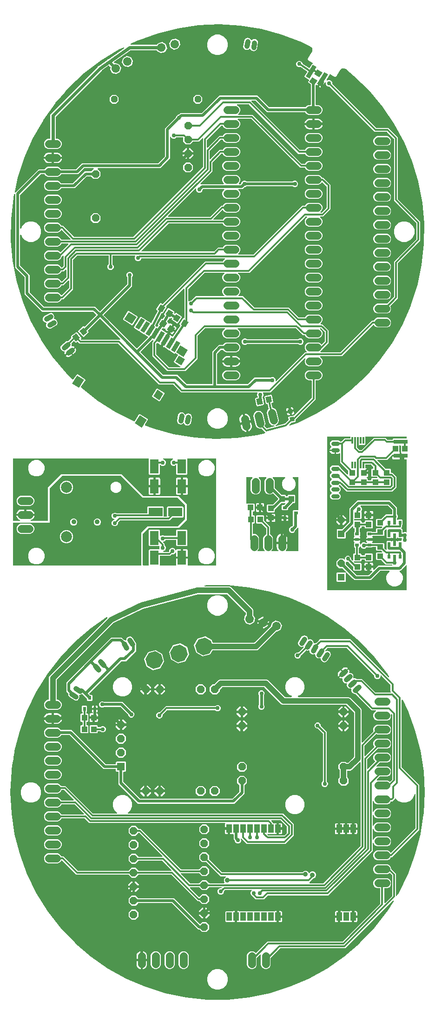
<source format=gbr>
G04 EAGLE Gerber RS-274X export*
G75*
%MOMM*%
%FSLAX34Y34*%
%LPD*%
%INTop Copper*%
%IPPOS*%
%AMOC8*
5,1,8,0,0,1.08239X$1,22.5*%
G01*
%ADD10R,1.416000X1.416000*%
%ADD11P,1.532664X8X112.500000*%
%ADD12P,1.532664X8X202.500000*%
%ADD13P,1.532664X8X292.500000*%
%ADD14R,1.000000X1.500000*%
%ADD15P,3.247170X8X128.000000*%
%ADD16P,1.623585X8X367.500000*%
%ADD17R,0.560000X0.730000*%
%ADD18R,1.000000X1.100000*%
%ADD19C,0.900000*%
%ADD20C,1.416000*%
%ADD21R,0.730000X0.560000*%
%ADD22R,1.100000X1.000000*%
%ADD23R,2.500000X0.800000*%
%ADD24R,0.300000X1.275000*%
%ADD25C,0.800000*%
%ADD26R,1.300000X1.300000*%
%ADD27P,1.407107X8X292.500000*%
%ADD28R,0.700000X0.500000*%
%ADD29R,0.500000X0.700000*%
%ADD30R,2.000000X0.800000*%
%ADD31R,1.500000X1.700000*%
%ADD32R,1.600000X1.500000*%
%ADD33R,1.300000X1.290000*%
%ADD34R,1.400000X1.290000*%
%ADD35P,1.515346X8X112.500000*%
%ADD36R,0.800000X0.800000*%
%ADD37P,1.623585X8X217.500000*%
%ADD38P,1.623585X8X232.500000*%
%ADD39P,1.312723X8X22.500000*%
%ADD40R,2.600000X1.600000*%
%ADD41R,1.600000X2.600000*%
%ADD42C,2.000000*%
%ADD43C,0.750000*%
%ADD44C,0.500000*%
%ADD45C,1.000000*%
%ADD46C,1.100000*%
%ADD47C,0.300000*%
%ADD48C,0.900000*%
%ADD49C,0.250000*%
%ADD50C,0.400000*%
%ADD51C,0.600000*%

G36*
X399119Y3082D02*
X399119Y3082D01*
X399166Y3079D01*
X437100Y6936D01*
X437153Y6950D01*
X437200Y6952D01*
X474549Y14627D01*
X474600Y14646D01*
X474647Y14653D01*
X511028Y26067D01*
X511077Y26091D01*
X511123Y26102D01*
X546163Y41139D01*
X546209Y41167D01*
X546254Y41184D01*
X579592Y59688D01*
X579636Y59721D01*
X579678Y59742D01*
X610974Y81524D01*
X611013Y81561D01*
X611054Y81586D01*
X639985Y106423D01*
X640021Y106463D01*
X640058Y106492D01*
X666328Y134128D01*
X666360Y134173D01*
X666394Y134205D01*
X689734Y164357D01*
X689761Y164405D01*
X689792Y164440D01*
X700613Y181801D01*
X700624Y181826D01*
X700640Y181849D01*
X700681Y181955D01*
X700726Y182059D01*
X700730Y182086D01*
X700740Y182112D01*
X700749Y182226D01*
X700764Y182338D01*
X700760Y182366D01*
X700762Y182394D01*
X700739Y182505D01*
X700721Y182617D01*
X700710Y182643D01*
X700704Y182670D01*
X700651Y182770D01*
X700603Y182873D01*
X700585Y182894D01*
X700572Y182919D01*
X700492Y183000D01*
X700418Y183086D01*
X700394Y183101D01*
X700375Y183121D01*
X700276Y183177D01*
X700180Y183238D01*
X700154Y183246D01*
X700130Y183260D01*
X700019Y183286D01*
X699910Y183318D01*
X699882Y183318D01*
X699855Y183325D01*
X699741Y183319D01*
X699628Y183319D01*
X699601Y183312D01*
X699573Y183310D01*
X699466Y183273D01*
X699357Y183242D01*
X699333Y183227D01*
X699307Y183218D01*
X699233Y183164D01*
X699118Y183091D01*
X699091Y183060D01*
X699058Y183036D01*
X612521Y96499D01*
X494564Y96499D01*
X494469Y96486D01*
X494373Y96481D01*
X494330Y96466D01*
X494285Y96459D01*
X494197Y96420D01*
X494106Y96388D01*
X494072Y96363D01*
X494028Y96343D01*
X493930Y96260D01*
X493857Y96207D01*
X477073Y79423D01*
X477016Y79346D01*
X476951Y79274D01*
X476931Y79233D01*
X476904Y79197D01*
X476870Y79107D01*
X476828Y79021D01*
X476822Y78979D01*
X476805Y78933D01*
X476795Y78806D01*
X476781Y78716D01*
X476781Y66114D01*
X475398Y62776D01*
X472844Y60222D01*
X469506Y58839D01*
X465894Y58839D01*
X462556Y60222D01*
X460002Y62776D01*
X458619Y66114D01*
X458619Y83956D01*
X458615Y83988D01*
X458617Y84020D01*
X458595Y84127D01*
X458579Y84235D01*
X458566Y84265D01*
X458560Y84296D01*
X458508Y84393D01*
X458463Y84492D01*
X458442Y84517D01*
X458427Y84545D01*
X458351Y84624D01*
X458280Y84707D01*
X458253Y84724D01*
X458230Y84747D01*
X458135Y84801D01*
X458044Y84861D01*
X458013Y84870D01*
X457985Y84886D01*
X457878Y84912D01*
X457774Y84943D01*
X457742Y84944D01*
X457711Y84951D01*
X457601Y84946D01*
X457492Y84947D01*
X457461Y84939D01*
X457429Y84937D01*
X457326Y84901D01*
X457220Y84872D01*
X457193Y84855D01*
X457162Y84844D01*
X457089Y84791D01*
X456980Y84724D01*
X456948Y84688D01*
X456913Y84663D01*
X451673Y79423D01*
X451616Y79346D01*
X451551Y79274D01*
X451531Y79233D01*
X451504Y79197D01*
X451470Y79107D01*
X451428Y79021D01*
X451422Y78979D01*
X451405Y78933D01*
X451395Y78806D01*
X451381Y78716D01*
X451381Y66114D01*
X449998Y62776D01*
X447444Y60222D01*
X444106Y58839D01*
X440494Y58839D01*
X437156Y60222D01*
X434602Y62776D01*
X433219Y66114D01*
X433219Y83886D01*
X434602Y87224D01*
X437156Y89778D01*
X440494Y91161D01*
X444106Y91161D01*
X447444Y89778D01*
X449079Y88143D01*
X449130Y88104D01*
X449175Y88058D01*
X449243Y88020D01*
X449305Y87974D01*
X449365Y87951D01*
X449421Y87919D01*
X449496Y87902D01*
X449569Y87874D01*
X449633Y87869D01*
X449695Y87854D01*
X449773Y87858D01*
X449850Y87852D01*
X449912Y87865D01*
X449977Y87869D01*
X450050Y87894D01*
X450126Y87910D01*
X450183Y87940D01*
X450243Y87961D01*
X450300Y88003D01*
X450375Y88042D01*
X450436Y88102D01*
X450492Y88143D01*
X468507Y106157D01*
X470850Y108501D01*
X607136Y108501D01*
X607231Y108514D01*
X607327Y108519D01*
X607370Y108534D01*
X607415Y108541D01*
X607503Y108580D01*
X607594Y108612D01*
X607628Y108637D01*
X607672Y108657D01*
X607770Y108740D01*
X607843Y108793D01*
X676207Y177157D01*
X676264Y177234D01*
X676329Y177306D01*
X676349Y177347D01*
X676376Y177383D01*
X676410Y177473D01*
X676452Y177559D01*
X676458Y177601D01*
X676475Y177647D01*
X676485Y177774D01*
X676499Y177864D01*
X676499Y204820D01*
X676490Y204884D01*
X676491Y204948D01*
X676470Y205023D01*
X676459Y205099D01*
X676433Y205158D01*
X676416Y205220D01*
X676375Y205286D01*
X676343Y205356D01*
X676301Y205405D01*
X676268Y205460D01*
X676210Y205512D01*
X676160Y205570D01*
X676106Y205606D01*
X676058Y205649D01*
X675989Y205682D01*
X675924Y205725D01*
X675862Y205744D01*
X675805Y205772D01*
X675735Y205783D01*
X675654Y205807D01*
X675569Y205808D01*
X675500Y205819D01*
X671114Y205819D01*
X667776Y207202D01*
X665222Y209756D01*
X663839Y213094D01*
X663839Y216706D01*
X665222Y220044D01*
X667776Y222598D01*
X671114Y223981D01*
X688886Y223981D01*
X692224Y222598D01*
X694778Y220044D01*
X696161Y216706D01*
X696161Y213094D01*
X694778Y209756D01*
X692224Y207202D01*
X688886Y205819D01*
X684500Y205819D01*
X684436Y205810D01*
X684372Y205811D01*
X684297Y205790D01*
X684221Y205779D01*
X684162Y205753D01*
X684100Y205736D01*
X684034Y205695D01*
X683964Y205663D01*
X683915Y205621D01*
X683860Y205588D01*
X683808Y205530D01*
X683750Y205480D01*
X683714Y205426D01*
X683671Y205378D01*
X683638Y205309D01*
X683595Y205244D01*
X683576Y205182D01*
X683548Y205125D01*
X683537Y205055D01*
X683513Y204974D01*
X683512Y204889D01*
X683501Y204820D01*
X683501Y179793D01*
X683505Y179761D01*
X683503Y179729D01*
X683525Y179622D01*
X683541Y179514D01*
X683554Y179484D01*
X683560Y179453D01*
X683612Y179356D01*
X683657Y179257D01*
X683678Y179232D01*
X683693Y179204D01*
X683769Y179125D01*
X683840Y179042D01*
X683867Y179025D01*
X683890Y179002D01*
X683985Y178948D01*
X684076Y178888D01*
X684107Y178878D01*
X684135Y178863D01*
X684242Y178837D01*
X684346Y178805D01*
X684378Y178805D01*
X684409Y178798D01*
X684519Y178803D01*
X684628Y178802D01*
X684659Y178810D01*
X684691Y178812D01*
X684794Y178848D01*
X684900Y178877D01*
X684927Y178894D01*
X684958Y178904D01*
X685031Y178958D01*
X685140Y179025D01*
X685172Y179061D01*
X685207Y179086D01*
X697947Y191826D01*
X698004Y191903D01*
X698069Y191974D01*
X698089Y192015D01*
X698116Y192052D01*
X698150Y192142D01*
X698192Y192228D01*
X698198Y192270D01*
X698215Y192316D01*
X698225Y192443D01*
X698239Y192533D01*
X698239Y228642D01*
X698226Y228737D01*
X698221Y228833D01*
X698206Y228876D01*
X698199Y228921D01*
X698160Y229009D01*
X698128Y229100D01*
X698103Y229134D01*
X698083Y229178D01*
X698000Y229276D01*
X697947Y229349D01*
X694165Y233130D01*
X694114Y233169D01*
X694069Y233215D01*
X694002Y233253D01*
X693940Y233299D01*
X693880Y233322D01*
X693824Y233354D01*
X693748Y233372D01*
X693676Y233399D01*
X693612Y233404D01*
X693549Y233419D01*
X693472Y233415D01*
X693395Y233421D01*
X693332Y233408D01*
X693268Y233404D01*
X693194Y233379D01*
X693119Y233363D01*
X693062Y233333D01*
X693001Y233312D01*
X692944Y233270D01*
X692870Y233231D01*
X692809Y233171D01*
X692752Y233130D01*
X692224Y232602D01*
X688886Y231219D01*
X671114Y231219D01*
X667776Y232602D01*
X665222Y235156D01*
X663839Y238494D01*
X663839Y242106D01*
X665222Y245444D01*
X667776Y247998D01*
X671114Y249381D01*
X688886Y249381D01*
X692224Y247998D01*
X694778Y245444D01*
X696161Y242106D01*
X696161Y241450D01*
X696174Y241355D01*
X696179Y241259D01*
X696194Y241216D01*
X696201Y241171D01*
X696240Y241083D01*
X696272Y240992D01*
X696297Y240958D01*
X696317Y240914D01*
X696400Y240817D01*
X696453Y240743D01*
X702897Y234299D01*
X702898Y234299D01*
X705241Y231956D01*
X705241Y192718D01*
X705241Y192714D01*
X705241Y192709D01*
X705262Y192572D01*
X705281Y192439D01*
X705282Y192435D01*
X705283Y192431D01*
X705342Y192304D01*
X705397Y192182D01*
X705400Y192179D01*
X705402Y192175D01*
X705492Y192071D01*
X705580Y191968D01*
X705584Y191965D01*
X705587Y191962D01*
X705701Y191889D01*
X705816Y191813D01*
X705820Y191812D01*
X705824Y191810D01*
X705955Y191771D01*
X706086Y191731D01*
X706090Y191731D01*
X706095Y191730D01*
X706231Y191729D01*
X706368Y191727D01*
X706372Y191729D01*
X706377Y191729D01*
X706507Y191766D01*
X706640Y191803D01*
X706644Y191805D01*
X706648Y191806D01*
X706762Y191878D01*
X706880Y191951D01*
X706883Y191954D01*
X706887Y191956D01*
X706922Y191998D01*
X707069Y192160D01*
X707077Y192177D01*
X707088Y192190D01*
X709961Y196799D01*
X709983Y196849D01*
X710010Y196887D01*
X726802Y231120D01*
X726819Y231172D01*
X726842Y231213D01*
X740085Y266970D01*
X740096Y267023D01*
X740115Y267066D01*
X749672Y303979D01*
X749678Y304033D01*
X749693Y304078D01*
X749787Y304693D01*
X750093Y306692D01*
X750399Y308690D01*
X751777Y317683D01*
X751777Y317684D01*
X752083Y319682D01*
X752389Y321680D01*
X752389Y321681D01*
X752695Y323679D01*
X753002Y325677D01*
X753002Y325678D01*
X753308Y327676D01*
X754992Y338668D01*
X755298Y340666D01*
X755466Y341765D01*
X755466Y341768D01*
X755467Y341822D01*
X755477Y341869D01*
X757408Y379949D01*
X757403Y380003D01*
X757408Y380051D01*
X755477Y418131D01*
X755466Y418185D01*
X755466Y418232D01*
X749693Y455922D01*
X749677Y455974D01*
X749672Y456021D01*
X740115Y492934D01*
X740094Y492984D01*
X740085Y493030D01*
X726842Y528787D01*
X726816Y528834D01*
X726802Y528880D01*
X717397Y548053D01*
X717366Y548099D01*
X717343Y548149D01*
X717287Y548215D01*
X717238Y548286D01*
X717196Y548321D01*
X717160Y548363D01*
X717087Y548411D01*
X717021Y548466D01*
X716970Y548487D01*
X716924Y548518D01*
X716841Y548543D01*
X716762Y548577D01*
X716707Y548584D01*
X716654Y548600D01*
X716568Y548601D01*
X716482Y548612D01*
X716427Y548603D01*
X716372Y548604D01*
X716289Y548581D01*
X716204Y548567D01*
X716154Y548543D01*
X716100Y548529D01*
X716027Y548483D01*
X715949Y548446D01*
X715907Y548410D01*
X715860Y548380D01*
X715802Y548316D01*
X715738Y548259D01*
X715708Y548212D01*
X715671Y548171D01*
X715634Y548093D01*
X715588Y548020D01*
X715572Y547967D01*
X715548Y547917D01*
X715536Y547841D01*
X715510Y547749D01*
X715510Y547675D01*
X715501Y547613D01*
X715501Y425864D01*
X715514Y425769D01*
X715519Y425673D01*
X715534Y425630D01*
X715541Y425585D01*
X715580Y425497D01*
X715612Y425406D01*
X715637Y425372D01*
X715657Y425328D01*
X715740Y425230D01*
X715793Y425157D01*
X747501Y393450D01*
X747501Y311650D01*
X698050Y262199D01*
X696127Y262199D01*
X696117Y262198D01*
X696108Y262199D01*
X695978Y262178D01*
X695847Y262159D01*
X695839Y262156D01*
X695829Y262154D01*
X695710Y262097D01*
X695590Y262043D01*
X695583Y262037D01*
X695575Y262033D01*
X695476Y261945D01*
X695376Y261860D01*
X695371Y261852D01*
X695364Y261846D01*
X695324Y261780D01*
X695222Y261624D01*
X695215Y261601D01*
X695203Y261582D01*
X694778Y260556D01*
X692224Y258002D01*
X688886Y256619D01*
X671114Y256619D01*
X667776Y258002D01*
X665222Y260556D01*
X663839Y263894D01*
X663839Y267506D01*
X665222Y270844D01*
X667776Y273398D01*
X671114Y274781D01*
X688886Y274781D01*
X692224Y273398D01*
X694778Y270844D01*
X694796Y270801D01*
X694856Y270699D01*
X694912Y270594D01*
X694928Y270578D01*
X694940Y270558D01*
X695026Y270477D01*
X695109Y270392D01*
X695129Y270381D01*
X695145Y270365D01*
X695251Y270312D01*
X695354Y270253D01*
X695377Y270248D01*
X695397Y270237D01*
X695513Y270215D01*
X695629Y270188D01*
X695652Y270189D01*
X695674Y270185D01*
X695792Y270196D01*
X695910Y270202D01*
X695932Y270210D01*
X695955Y270212D01*
X696065Y270256D01*
X696177Y270295D01*
X696194Y270308D01*
X696217Y270317D01*
X696364Y270431D01*
X696426Y270477D01*
X740207Y314257D01*
X740264Y314334D01*
X740329Y314406D01*
X740349Y314447D01*
X740376Y314483D01*
X740410Y314573D01*
X740452Y314659D01*
X740458Y314701D01*
X740475Y314747D01*
X740485Y314874D01*
X740499Y314964D01*
X740499Y376017D01*
X740487Y376103D01*
X740484Y376189D01*
X740467Y376242D01*
X740459Y376296D01*
X740424Y376375D01*
X740397Y376458D01*
X740366Y376503D01*
X740343Y376553D01*
X740287Y376619D01*
X740238Y376691D01*
X740196Y376725D01*
X740160Y376767D01*
X740087Y376815D01*
X740020Y376870D01*
X739970Y376892D01*
X739924Y376922D01*
X739841Y376947D01*
X739761Y376981D01*
X739707Y376988D01*
X739654Y377004D01*
X739567Y377005D01*
X739481Y377016D01*
X739427Y377007D01*
X739372Y377008D01*
X739288Y376985D01*
X739203Y376971D01*
X739153Y376947D01*
X739100Y376933D01*
X739026Y376887D01*
X738948Y376850D01*
X738907Y376813D01*
X738860Y376784D01*
X738802Y376720D01*
X738737Y376662D01*
X738711Y376619D01*
X738671Y376575D01*
X738622Y376473D01*
X738577Y376399D01*
X735718Y369497D01*
X730503Y364282D01*
X723688Y361459D01*
X716312Y361459D01*
X709498Y364282D01*
X705072Y368708D01*
X705020Y368746D01*
X704975Y368792D01*
X704908Y368831D01*
X704846Y368877D01*
X704786Y368900D01*
X704730Y368931D01*
X704655Y368949D01*
X704582Y368977D01*
X704518Y368982D01*
X704456Y368996D01*
X704378Y368992D01*
X704301Y368998D01*
X704238Y368985D01*
X704174Y368982D01*
X704101Y368957D01*
X704025Y368941D01*
X703968Y368911D01*
X703908Y368890D01*
X703851Y368848D01*
X703776Y368808D01*
X703715Y368749D01*
X703659Y368708D01*
X701157Y366207D01*
X701157Y366206D01*
X698750Y363799D01*
X696127Y363799D01*
X696117Y363798D01*
X696108Y363799D01*
X695978Y363778D01*
X695847Y363759D01*
X695839Y363756D01*
X695829Y363754D01*
X695710Y363697D01*
X695590Y363643D01*
X695583Y363637D01*
X695575Y363633D01*
X695476Y363545D01*
X695376Y363460D01*
X695371Y363452D01*
X695364Y363446D01*
X695324Y363380D01*
X695222Y363224D01*
X695215Y363201D01*
X695203Y363182D01*
X694778Y362156D01*
X692224Y359602D01*
X688886Y358219D01*
X671114Y358219D01*
X667776Y359602D01*
X665222Y362156D01*
X664423Y364084D01*
X664379Y364159D01*
X664343Y364238D01*
X664308Y364280D01*
X664280Y364327D01*
X664216Y364386D01*
X664160Y364452D01*
X664114Y364482D01*
X664074Y364520D01*
X663997Y364559D01*
X663924Y364607D01*
X663871Y364623D01*
X663822Y364648D01*
X663737Y364664D01*
X663654Y364689D01*
X663599Y364690D01*
X663545Y364700D01*
X663459Y364692D01*
X663372Y364693D01*
X663319Y364678D01*
X663265Y364673D01*
X663184Y364641D01*
X663100Y364618D01*
X663053Y364589D01*
X663003Y364568D01*
X662934Y364515D01*
X662860Y364469D01*
X662823Y364429D01*
X662780Y364395D01*
X662730Y364325D01*
X662671Y364260D01*
X662647Y364211D01*
X662615Y364166D01*
X662586Y364084D01*
X662548Y364006D01*
X662540Y363956D01*
X662521Y363900D01*
X662514Y363787D01*
X662501Y363702D01*
X662501Y345498D01*
X662513Y345412D01*
X662516Y345326D01*
X662533Y345273D01*
X662541Y345219D01*
X662576Y345140D01*
X662603Y345057D01*
X662634Y345012D01*
X662657Y344962D01*
X662713Y344896D01*
X662762Y344824D01*
X662804Y344790D01*
X662840Y344748D01*
X662913Y344700D01*
X662980Y344645D01*
X663030Y344623D01*
X663076Y344593D01*
X663159Y344568D01*
X663239Y344534D01*
X663293Y344527D01*
X663346Y344511D01*
X663433Y344510D01*
X663519Y344499D01*
X663573Y344508D01*
X663628Y344507D01*
X663712Y344530D01*
X663797Y344544D01*
X663847Y344568D01*
X663900Y344582D01*
X663974Y344628D01*
X664052Y344665D01*
X664093Y344702D01*
X664140Y344731D01*
X664198Y344795D01*
X664263Y344853D01*
X664289Y344896D01*
X664329Y344940D01*
X664378Y345042D01*
X664423Y345116D01*
X665222Y347044D01*
X667776Y349598D01*
X671114Y350981D01*
X688886Y350981D01*
X692224Y349598D01*
X694778Y347044D01*
X696161Y343706D01*
X696161Y340094D01*
X694778Y336756D01*
X692224Y334202D01*
X688886Y332819D01*
X671114Y332819D01*
X667776Y334202D01*
X665222Y336756D01*
X664423Y338684D01*
X664379Y338759D01*
X664343Y338838D01*
X664308Y338880D01*
X664280Y338927D01*
X664216Y338986D01*
X664160Y339052D01*
X664114Y339082D01*
X664074Y339120D01*
X663997Y339159D01*
X663924Y339207D01*
X663871Y339223D01*
X663822Y339248D01*
X663737Y339264D01*
X663654Y339289D01*
X663599Y339290D01*
X663545Y339300D01*
X663459Y339292D01*
X663372Y339293D01*
X663319Y339278D01*
X663265Y339273D01*
X663184Y339241D01*
X663100Y339218D01*
X663053Y339189D01*
X663003Y339168D01*
X662934Y339115D01*
X662860Y339069D01*
X662823Y339029D01*
X662780Y338995D01*
X662730Y338925D01*
X662671Y338860D01*
X662647Y338811D01*
X662615Y338766D01*
X662586Y338684D01*
X662548Y338606D01*
X662540Y338556D01*
X662521Y338500D01*
X662514Y338387D01*
X662501Y338302D01*
X662501Y320098D01*
X662513Y320012D01*
X662516Y319926D01*
X662533Y319873D01*
X662541Y319819D01*
X662576Y319740D01*
X662603Y319657D01*
X662634Y319612D01*
X662657Y319562D01*
X662713Y319496D01*
X662762Y319424D01*
X662804Y319390D01*
X662840Y319348D01*
X662913Y319300D01*
X662980Y319245D01*
X663030Y319223D01*
X663076Y319193D01*
X663159Y319168D01*
X663239Y319134D01*
X663293Y319127D01*
X663346Y319111D01*
X663433Y319110D01*
X663519Y319099D01*
X663573Y319108D01*
X663628Y319107D01*
X663712Y319130D01*
X663797Y319144D01*
X663847Y319168D01*
X663900Y319182D01*
X663974Y319228D01*
X664052Y319265D01*
X664093Y319302D01*
X664140Y319331D01*
X664198Y319395D01*
X664263Y319453D01*
X664289Y319496D01*
X664329Y319540D01*
X664378Y319642D01*
X664423Y319716D01*
X665222Y321644D01*
X667776Y324198D01*
X671114Y325581D01*
X688886Y325581D01*
X692224Y324198D01*
X694778Y321644D01*
X696161Y318306D01*
X696161Y314694D01*
X694778Y311356D01*
X692224Y308802D01*
X688886Y307419D01*
X671114Y307419D01*
X667776Y308802D01*
X665222Y311356D01*
X664423Y313284D01*
X664379Y313359D01*
X664343Y313438D01*
X664308Y313480D01*
X664280Y313527D01*
X664216Y313586D01*
X664160Y313652D01*
X664114Y313682D01*
X664074Y313720D01*
X663997Y313759D01*
X663924Y313807D01*
X663871Y313823D01*
X663822Y313848D01*
X663737Y313864D01*
X663654Y313889D01*
X663599Y313890D01*
X663545Y313900D01*
X663459Y313892D01*
X663372Y313893D01*
X663319Y313878D01*
X663265Y313873D01*
X663184Y313841D01*
X663100Y313818D01*
X663053Y313789D01*
X663003Y313768D01*
X662934Y313715D01*
X662860Y313669D01*
X662823Y313629D01*
X662780Y313595D01*
X662730Y313525D01*
X662671Y313460D01*
X662647Y313411D01*
X662615Y313366D01*
X662586Y313284D01*
X662548Y313206D01*
X662540Y313156D01*
X662521Y313100D01*
X662515Y313003D01*
X662513Y312995D01*
X662512Y312977D01*
X662501Y312902D01*
X662501Y294698D01*
X662513Y294612D01*
X662516Y294526D01*
X662533Y294473D01*
X662541Y294419D01*
X662576Y294340D01*
X662603Y294257D01*
X662634Y294212D01*
X662657Y294162D01*
X662713Y294096D01*
X662762Y294024D01*
X662804Y293990D01*
X662840Y293948D01*
X662913Y293900D01*
X662980Y293845D01*
X663030Y293823D01*
X663076Y293793D01*
X663159Y293768D01*
X663239Y293734D01*
X663293Y293727D01*
X663346Y293711D01*
X663433Y293710D01*
X663519Y293699D01*
X663573Y293708D01*
X663628Y293707D01*
X663712Y293730D01*
X663797Y293744D01*
X663847Y293768D01*
X663900Y293782D01*
X663974Y293828D01*
X664052Y293865D01*
X664093Y293902D01*
X664140Y293931D01*
X664198Y293995D01*
X664263Y294053D01*
X664289Y294096D01*
X664329Y294140D01*
X664378Y294242D01*
X664423Y294316D01*
X665222Y296244D01*
X667776Y298798D01*
X671114Y300181D01*
X688886Y300181D01*
X692224Y298798D01*
X694778Y296244D01*
X696161Y292906D01*
X696161Y289294D01*
X694778Y285956D01*
X692224Y283402D01*
X688886Y282019D01*
X671114Y282019D01*
X667776Y283402D01*
X665222Y285956D01*
X664423Y287884D01*
X664379Y287959D01*
X664343Y288038D01*
X664308Y288080D01*
X664280Y288127D01*
X664216Y288186D01*
X664160Y288252D01*
X664114Y288282D01*
X664074Y288320D01*
X663997Y288359D01*
X663924Y288407D01*
X663871Y288423D01*
X663822Y288448D01*
X663737Y288464D01*
X663654Y288489D01*
X663599Y288490D01*
X663545Y288500D01*
X663459Y288492D01*
X663372Y288493D01*
X663319Y288478D01*
X663265Y288473D01*
X663184Y288441D01*
X663100Y288418D01*
X663053Y288389D01*
X663003Y288368D01*
X662934Y288315D01*
X662860Y288269D01*
X662823Y288229D01*
X662780Y288195D01*
X662730Y288125D01*
X662671Y288060D01*
X662647Y288011D01*
X662615Y287966D01*
X662586Y287884D01*
X662548Y287806D01*
X662540Y287756D01*
X662521Y287700D01*
X662514Y287587D01*
X662501Y287502D01*
X662501Y273337D01*
X660157Y270993D01*
X584307Y195143D01*
X581963Y192799D01*
X472164Y192799D01*
X472069Y192786D01*
X471973Y192781D01*
X471930Y192766D01*
X471885Y192759D01*
X471797Y192720D01*
X471706Y192688D01*
X471672Y192663D01*
X471628Y192643D01*
X471530Y192560D01*
X471457Y192507D01*
X464450Y185499D01*
X449550Y185499D01*
X444843Y190206D01*
X444843Y190207D01*
X443194Y191856D01*
X443160Y191881D01*
X443133Y191912D01*
X443059Y191957D01*
X442968Y192025D01*
X442913Y192046D01*
X442869Y192072D01*
X442742Y192125D01*
X441125Y193742D01*
X440249Y195856D01*
X440249Y198144D01*
X441125Y200258D01*
X441961Y201093D01*
X441980Y201119D01*
X442005Y201140D01*
X442064Y201232D01*
X442130Y201319D01*
X442141Y201349D01*
X442159Y201376D01*
X442191Y201481D01*
X442229Y201583D01*
X442232Y201615D01*
X442241Y201646D01*
X442243Y201755D01*
X442251Y201864D01*
X442245Y201896D01*
X442245Y201928D01*
X442216Y202033D01*
X442194Y202140D01*
X442179Y202169D01*
X442170Y202200D01*
X442113Y202293D01*
X442061Y202389D01*
X442039Y202412D01*
X442022Y202440D01*
X441941Y202513D01*
X441864Y202591D01*
X441836Y202607D01*
X441812Y202629D01*
X441714Y202676D01*
X441619Y202730D01*
X441588Y202738D01*
X441559Y202752D01*
X441469Y202766D01*
X441345Y202795D01*
X441296Y202793D01*
X441254Y202799D01*
X394164Y202799D01*
X394069Y202786D01*
X393973Y202781D01*
X393930Y202766D01*
X393885Y202759D01*
X393797Y202720D01*
X393706Y202688D01*
X393672Y202663D01*
X393628Y202643D01*
X393530Y202560D01*
X393457Y202507D01*
X392043Y201093D01*
X391986Y201016D01*
X391921Y200944D01*
X391901Y200903D01*
X391874Y200867D01*
X391840Y200777D01*
X391798Y200691D01*
X391792Y200649D01*
X391775Y200603D01*
X391765Y200476D01*
X391751Y200386D01*
X391751Y198856D01*
X390875Y196742D01*
X389258Y195125D01*
X387144Y194249D01*
X384856Y194249D01*
X382742Y195125D01*
X381125Y196742D01*
X380249Y198856D01*
X380249Y201144D01*
X381125Y203258D01*
X382742Y204875D01*
X384856Y205751D01*
X386386Y205751D01*
X386481Y205764D01*
X386577Y205769D01*
X386620Y205784D01*
X386665Y205791D01*
X386753Y205830D01*
X386843Y205862D01*
X386878Y205887D01*
X386922Y205907D01*
X387019Y205990D01*
X387092Y206043D01*
X387142Y206093D01*
X387162Y206119D01*
X387187Y206140D01*
X387246Y206232D01*
X387312Y206319D01*
X387323Y206349D01*
X387341Y206376D01*
X387373Y206480D01*
X387411Y206583D01*
X387414Y206615D01*
X387423Y206646D01*
X387425Y206755D01*
X387433Y206864D01*
X387427Y206896D01*
X387427Y206928D01*
X387398Y207033D01*
X387376Y207140D01*
X387361Y207168D01*
X387352Y207200D01*
X387295Y207293D01*
X387243Y207389D01*
X387221Y207412D01*
X387204Y207440D01*
X387123Y207513D01*
X387047Y207591D01*
X387019Y207607D01*
X386994Y207629D01*
X386896Y207676D01*
X386801Y207730D01*
X386770Y207738D01*
X386741Y207752D01*
X386651Y207766D01*
X386527Y207795D01*
X386478Y207793D01*
X386436Y207799D01*
X365555Y207799D01*
X365460Y207786D01*
X365364Y207781D01*
X365321Y207766D01*
X365276Y207759D01*
X365189Y207720D01*
X365098Y207688D01*
X365063Y207663D01*
X365019Y207643D01*
X364922Y207560D01*
X364849Y207507D01*
X359561Y202219D01*
X352039Y202219D01*
X346751Y207507D01*
X346674Y207564D01*
X346603Y207629D01*
X346562Y207649D01*
X346526Y207676D01*
X346436Y207710D01*
X346349Y207752D01*
X346307Y207758D01*
X346262Y207775D01*
X346134Y207785D01*
X346045Y207799D01*
X330564Y207799D01*
X330532Y207795D01*
X330500Y207797D01*
X330393Y207775D01*
X330285Y207759D01*
X330255Y207746D01*
X330224Y207740D01*
X330127Y207688D01*
X330028Y207643D01*
X330003Y207622D01*
X329975Y207607D01*
X329896Y207531D01*
X329813Y207460D01*
X329796Y207433D01*
X329773Y207410D01*
X329719Y207315D01*
X329659Y207224D01*
X329650Y207193D01*
X329634Y207165D01*
X329608Y207058D01*
X329577Y206954D01*
X329576Y206922D01*
X329569Y206891D01*
X329574Y206781D01*
X329573Y206672D01*
X329581Y206641D01*
X329583Y206609D01*
X329619Y206506D01*
X329648Y206400D01*
X329665Y206373D01*
X329676Y206342D01*
X329729Y206269D01*
X329796Y206160D01*
X329832Y206128D01*
X329857Y206093D01*
X345798Y190153D01*
X345849Y190114D01*
X345894Y190068D01*
X345961Y190030D01*
X346023Y189984D01*
X346083Y189961D01*
X346139Y189929D01*
X346215Y189912D01*
X346287Y189884D01*
X346351Y189879D01*
X346414Y189864D01*
X346491Y189868D01*
X346568Y189862D01*
X346631Y189875D01*
X346695Y189879D01*
X346769Y189904D01*
X346844Y189920D01*
X346901Y189950D01*
X346962Y189971D01*
X347019Y190013D01*
X347093Y190052D01*
X347154Y190112D01*
X347211Y190153D01*
X352039Y194981D01*
X359561Y194981D01*
X364881Y189661D01*
X364881Y182139D01*
X359561Y176819D01*
X352039Y176819D01*
X346751Y182107D01*
X346675Y182164D01*
X346603Y182229D01*
X346562Y182249D01*
X346526Y182276D01*
X346436Y182310D01*
X346349Y182352D01*
X346307Y182358D01*
X346262Y182375D01*
X346134Y182385D01*
X346045Y182399D01*
X343650Y182399D01*
X295843Y230207D01*
X295766Y230264D01*
X295694Y230329D01*
X295653Y230349D01*
X295617Y230376D01*
X295527Y230410D01*
X295441Y230452D01*
X295399Y230458D01*
X295353Y230475D01*
X295226Y230485D01*
X295136Y230499D01*
X236755Y230499D01*
X236660Y230486D01*
X236564Y230481D01*
X236521Y230466D01*
X236476Y230459D01*
X236389Y230420D01*
X236298Y230388D01*
X236263Y230363D01*
X236219Y230343D01*
X236122Y230260D01*
X236049Y230207D01*
X230761Y224919D01*
X223239Y224919D01*
X217951Y230207D01*
X217874Y230264D01*
X217803Y230329D01*
X217762Y230349D01*
X217726Y230376D01*
X217636Y230410D01*
X217549Y230452D01*
X217507Y230458D01*
X217462Y230475D01*
X217334Y230485D01*
X217245Y230499D01*
X122550Y230499D01*
X96748Y256301D01*
X96653Y256372D01*
X96562Y256448D01*
X96541Y256457D01*
X96522Y256471D01*
X96411Y256512D01*
X96303Y256559D01*
X96280Y256562D01*
X96259Y256570D01*
X96140Y256579D01*
X96023Y256594D01*
X96000Y256590D01*
X95977Y256592D01*
X95861Y256568D01*
X95744Y256549D01*
X95724Y256539D01*
X95701Y256534D01*
X95597Y256479D01*
X95490Y256428D01*
X95472Y256412D01*
X95452Y256402D01*
X95368Y256319D01*
X95279Y256240D01*
X95267Y256222D01*
X95250Y256205D01*
X95158Y256043D01*
X95118Y255977D01*
X94778Y255156D01*
X92224Y252602D01*
X88886Y251219D01*
X71114Y251219D01*
X67776Y252602D01*
X65222Y255156D01*
X63839Y258494D01*
X63839Y262106D01*
X65222Y265444D01*
X67776Y267998D01*
X71114Y269381D01*
X88886Y269381D01*
X92224Y267998D01*
X94778Y265444D01*
X95203Y264418D01*
X95208Y264409D01*
X95211Y264400D01*
X95280Y264288D01*
X95347Y264175D01*
X95354Y264168D01*
X95359Y264160D01*
X95457Y264072D01*
X95553Y263982D01*
X95561Y263978D01*
X95568Y263971D01*
X95686Y263914D01*
X95804Y263854D01*
X95813Y263852D01*
X95822Y263848D01*
X95898Y263836D01*
X96081Y263802D01*
X96105Y263804D01*
X96127Y263801D01*
X99150Y263801D01*
X125157Y237793D01*
X125234Y237736D01*
X125306Y237671D01*
X125347Y237651D01*
X125383Y237624D01*
X125473Y237590D01*
X125559Y237548D01*
X125601Y237542D01*
X125647Y237525D01*
X125774Y237515D01*
X125864Y237501D01*
X217245Y237501D01*
X217340Y237514D01*
X217436Y237519D01*
X217479Y237534D01*
X217524Y237541D01*
X217611Y237580D01*
X217702Y237612D01*
X217737Y237637D01*
X217781Y237657D01*
X217878Y237740D01*
X217951Y237793D01*
X223239Y243081D01*
X230761Y243081D01*
X236049Y237793D01*
X236126Y237736D01*
X236197Y237671D01*
X236238Y237651D01*
X236274Y237624D01*
X236364Y237590D01*
X236451Y237548D01*
X236493Y237542D01*
X236538Y237525D01*
X236666Y237515D01*
X236755Y237501D01*
X295136Y237501D01*
X295168Y237505D01*
X295200Y237503D01*
X295307Y237525D01*
X295415Y237541D01*
X295445Y237554D01*
X295476Y237560D01*
X295573Y237612D01*
X295672Y237657D01*
X295697Y237678D01*
X295725Y237693D01*
X295804Y237769D01*
X295887Y237840D01*
X295904Y237867D01*
X295927Y237890D01*
X295981Y237985D01*
X296041Y238076D01*
X296050Y238107D01*
X296066Y238135D01*
X296092Y238242D01*
X296123Y238346D01*
X296124Y238378D01*
X296131Y238409D01*
X296126Y238519D01*
X296127Y238628D01*
X296119Y238659D01*
X296117Y238691D01*
X296081Y238794D01*
X296052Y238900D01*
X296035Y238927D01*
X296024Y238958D01*
X295971Y239031D01*
X295904Y239140D01*
X295868Y239172D01*
X295843Y239207D01*
X279443Y255607D01*
X279366Y255664D01*
X279294Y255729D01*
X279253Y255749D01*
X279217Y255776D01*
X279127Y255810D01*
X279041Y255852D01*
X278999Y255858D01*
X278953Y255875D01*
X278826Y255885D01*
X278736Y255899D01*
X236755Y255899D01*
X236660Y255886D01*
X236564Y255881D01*
X236521Y255866D01*
X236476Y255859D01*
X236389Y255820D01*
X236298Y255788D01*
X236263Y255763D01*
X236219Y255743D01*
X236122Y255660D01*
X236049Y255607D01*
X230761Y250319D01*
X223239Y250319D01*
X217919Y255639D01*
X217919Y263161D01*
X223239Y268481D01*
X230761Y268481D01*
X236049Y263193D01*
X236126Y263136D01*
X236197Y263071D01*
X236238Y263051D01*
X236274Y263024D01*
X236364Y262990D01*
X236451Y262948D01*
X236493Y262942D01*
X236538Y262925D01*
X236666Y262915D01*
X236755Y262901D01*
X278736Y262901D01*
X278768Y262905D01*
X278800Y262903D01*
X278907Y262925D01*
X279015Y262941D01*
X279045Y262954D01*
X279076Y262960D01*
X279173Y263012D01*
X279272Y263057D01*
X279297Y263078D01*
X279325Y263093D01*
X279404Y263169D01*
X279487Y263240D01*
X279504Y263267D01*
X279527Y263290D01*
X279581Y263385D01*
X279641Y263476D01*
X279650Y263507D01*
X279666Y263535D01*
X279692Y263642D01*
X279723Y263746D01*
X279724Y263778D01*
X279731Y263809D01*
X279726Y263919D01*
X279727Y264028D01*
X279719Y264059D01*
X279717Y264091D01*
X279681Y264194D01*
X279652Y264300D01*
X279635Y264327D01*
X279624Y264358D01*
X279571Y264431D01*
X279504Y264540D01*
X279468Y264572D01*
X279443Y264607D01*
X237643Y306407D01*
X237566Y306464D01*
X237494Y306529D01*
X237453Y306549D01*
X237417Y306576D01*
X237327Y306610D01*
X237241Y306652D01*
X237199Y306658D01*
X237153Y306675D01*
X237026Y306685D01*
X236936Y306699D01*
X236755Y306699D01*
X236660Y306686D01*
X236564Y306681D01*
X236521Y306666D01*
X236476Y306659D01*
X236389Y306620D01*
X236298Y306588D01*
X236263Y306563D01*
X236219Y306543D01*
X236122Y306460D01*
X236049Y306407D01*
X230761Y301119D01*
X223239Y301119D01*
X217919Y306439D01*
X217919Y313961D01*
X223239Y319281D01*
X230761Y319281D01*
X236049Y313993D01*
X236125Y313936D01*
X236197Y313871D01*
X236238Y313851D01*
X236274Y313824D01*
X236364Y313790D01*
X236451Y313748D01*
X236493Y313742D01*
X236538Y313725D01*
X236666Y313715D01*
X236755Y313701D01*
X240250Y313701D01*
X313457Y240493D01*
X313534Y240436D01*
X313606Y240371D01*
X313647Y240351D01*
X313683Y240324D01*
X313773Y240290D01*
X313859Y240248D01*
X313901Y240242D01*
X313947Y240225D01*
X314074Y240215D01*
X314164Y240201D01*
X346045Y240201D01*
X346140Y240214D01*
X346236Y240219D01*
X346279Y240234D01*
X346324Y240241D01*
X346411Y240280D01*
X346502Y240312D01*
X346537Y240337D01*
X346581Y240357D01*
X346678Y240440D01*
X346751Y240493D01*
X352039Y245781D01*
X359561Y245781D01*
X364881Y240461D01*
X364881Y232939D01*
X359561Y227619D01*
X352039Y227619D01*
X346751Y232907D01*
X346674Y232964D01*
X346603Y233029D01*
X346562Y233049D01*
X346526Y233076D01*
X346436Y233110D01*
X346349Y233152D01*
X346307Y233158D01*
X346262Y233175D01*
X346134Y233185D01*
X346045Y233199D01*
X314164Y233199D01*
X314132Y233195D01*
X314100Y233197D01*
X313993Y233175D01*
X313885Y233159D01*
X313855Y233146D01*
X313824Y233140D01*
X313727Y233088D01*
X313628Y233043D01*
X313603Y233022D01*
X313575Y233007D01*
X313496Y232931D01*
X313413Y232860D01*
X313396Y232833D01*
X313373Y232810D01*
X313319Y232715D01*
X313259Y232624D01*
X313250Y232593D01*
X313234Y232565D01*
X313208Y232458D01*
X313177Y232354D01*
X313176Y232322D01*
X313169Y232291D01*
X313174Y232181D01*
X313173Y232072D01*
X313181Y232041D01*
X313183Y232009D01*
X313219Y231906D01*
X313248Y231800D01*
X313265Y231773D01*
X313276Y231742D01*
X313329Y231669D01*
X313396Y231560D01*
X313432Y231528D01*
X313457Y231493D01*
X329857Y215093D01*
X329934Y215036D01*
X330006Y214971D01*
X330047Y214951D01*
X330083Y214924D01*
X330173Y214890D01*
X330259Y214848D01*
X330301Y214842D01*
X330347Y214825D01*
X330474Y214815D01*
X330564Y214801D01*
X346045Y214801D01*
X346140Y214814D01*
X346236Y214819D01*
X346279Y214834D01*
X346324Y214841D01*
X346411Y214880D01*
X346502Y214912D01*
X346537Y214937D01*
X346581Y214957D01*
X346678Y215040D01*
X346751Y215093D01*
X352039Y220381D01*
X359561Y220381D01*
X364849Y215093D01*
X364926Y215036D01*
X364997Y214971D01*
X365038Y214951D01*
X365074Y214924D01*
X365164Y214890D01*
X365251Y214848D01*
X365293Y214842D01*
X365338Y214825D01*
X365466Y214815D01*
X365555Y214801D01*
X391622Y214801D01*
X391739Y214817D01*
X391857Y214829D01*
X391878Y214837D01*
X391901Y214841D01*
X392009Y214889D01*
X392119Y214933D01*
X392137Y214947D01*
X392158Y214957D01*
X392248Y215034D01*
X392342Y215107D01*
X392355Y215125D01*
X392372Y215140D01*
X392437Y215240D01*
X392507Y215336D01*
X392514Y215357D01*
X392527Y215376D01*
X392561Y215490D01*
X392601Y215601D01*
X392602Y215624D01*
X392609Y215646D01*
X392611Y215764D01*
X392618Y215883D01*
X392613Y215904D01*
X392613Y215928D01*
X392563Y216107D01*
X392545Y216182D01*
X391499Y218707D01*
X391499Y221293D01*
X392489Y223682D01*
X394318Y225511D01*
X394476Y225577D01*
X394551Y225621D01*
X394630Y225657D01*
X394672Y225692D01*
X394719Y225720D01*
X394778Y225784D01*
X394845Y225840D01*
X394875Y225886D01*
X394912Y225926D01*
X394951Y226003D01*
X394999Y226076D01*
X395015Y226129D01*
X395040Y226178D01*
X395056Y226263D01*
X395081Y226346D01*
X395082Y226401D01*
X395092Y226455D01*
X395084Y226541D01*
X395085Y226628D01*
X395070Y226681D01*
X395065Y226735D01*
X395033Y226816D01*
X395010Y226900D01*
X394981Y226946D01*
X394961Y226997D01*
X394907Y227066D01*
X394862Y227140D01*
X394821Y227176D01*
X394787Y227220D01*
X394717Y227270D01*
X394652Y227329D01*
X394603Y227353D01*
X394559Y227385D01*
X394477Y227414D01*
X394399Y227452D01*
X394348Y227460D01*
X394293Y227479D01*
X394179Y227486D01*
X394094Y227499D01*
X385450Y227499D01*
X360223Y252727D01*
X360146Y252784D01*
X360074Y252849D01*
X360033Y252869D01*
X359997Y252896D01*
X359907Y252930D01*
X359821Y252972D01*
X359779Y252978D01*
X359733Y252995D01*
X359606Y253005D01*
X359516Y253019D01*
X352039Y253019D01*
X346719Y258339D01*
X346719Y265861D01*
X352039Y271181D01*
X359561Y271181D01*
X364881Y265861D01*
X364881Y258384D01*
X364894Y258289D01*
X364899Y258193D01*
X364914Y258150D01*
X364921Y258105D01*
X364960Y258017D01*
X364992Y257926D01*
X365017Y257892D01*
X365037Y257848D01*
X365120Y257750D01*
X365173Y257677D01*
X388057Y234793D01*
X388134Y234736D01*
X388206Y234671D01*
X388247Y234651D01*
X388283Y234624D01*
X388373Y234590D01*
X388459Y234548D01*
X388501Y234542D01*
X388547Y234525D01*
X388674Y234515D01*
X388764Y234501D01*
X533893Y234501D01*
X533988Y234514D01*
X534085Y234519D01*
X534128Y234534D01*
X534173Y234541D01*
X534260Y234580D01*
X534351Y234612D01*
X534385Y234637D01*
X534430Y234657D01*
X534527Y234740D01*
X534600Y234793D01*
X536318Y236511D01*
X538707Y237501D01*
X541293Y237501D01*
X543682Y236511D01*
X545511Y234682D01*
X545811Y233958D01*
X545871Y233856D01*
X545927Y233752D01*
X545943Y233735D01*
X545955Y233716D01*
X546041Y233634D01*
X546124Y233550D01*
X546144Y233538D01*
X546160Y233523D01*
X546266Y233469D01*
X546369Y233410D01*
X546391Y233405D01*
X546412Y233395D01*
X546528Y233373D01*
X546644Y233346D01*
X546666Y233347D01*
X546689Y233342D01*
X546807Y233354D01*
X546925Y233360D01*
X546947Y233367D01*
X546970Y233370D01*
X547080Y233414D01*
X547192Y233452D01*
X547209Y233465D01*
X547232Y233474D01*
X547379Y233589D01*
X547441Y233634D01*
X549318Y235511D01*
X551707Y236501D01*
X554293Y236501D01*
X556682Y235511D01*
X558511Y233682D01*
X559501Y231293D01*
X559501Y228707D01*
X558511Y226318D01*
X556682Y224489D01*
X554745Y223686D01*
X554709Y223665D01*
X554669Y223651D01*
X554600Y223601D01*
X554502Y223543D01*
X554462Y223500D01*
X554420Y223470D01*
X547457Y216507D01*
X547438Y216481D01*
X547413Y216460D01*
X547354Y216368D01*
X547288Y216281D01*
X547277Y216251D01*
X547259Y216224D01*
X547227Y216119D01*
X547189Y216017D01*
X547186Y215985D01*
X547177Y215954D01*
X547175Y215845D01*
X547167Y215736D01*
X547173Y215704D01*
X547173Y215672D01*
X547202Y215567D01*
X547224Y215460D01*
X547239Y215431D01*
X547248Y215400D01*
X547305Y215307D01*
X547357Y215211D01*
X547379Y215188D01*
X547396Y215160D01*
X547477Y215087D01*
X547554Y215009D01*
X547582Y214993D01*
X547606Y214971D01*
X547704Y214924D01*
X547799Y214870D01*
X547830Y214862D01*
X547859Y214848D01*
X547949Y214834D01*
X548073Y214805D01*
X548122Y214807D01*
X548164Y214801D01*
X572436Y214801D01*
X572531Y214814D01*
X572627Y214819D01*
X572670Y214834D01*
X572715Y214841D01*
X572803Y214880D01*
X572894Y214912D01*
X572928Y214937D01*
X572972Y214957D01*
X573070Y215040D01*
X573143Y215093D01*
X640207Y282157D01*
X640226Y282183D01*
X640250Y282204D01*
X640286Y282258D01*
X640329Y282306D01*
X640349Y282347D01*
X640376Y282383D01*
X640387Y282413D01*
X640405Y282440D01*
X640424Y282501D01*
X640452Y282559D01*
X640458Y282601D01*
X640475Y282647D01*
X640478Y282679D01*
X640487Y282710D01*
X640488Y282794D01*
X640499Y282864D01*
X640499Y434380D01*
X640495Y434412D01*
X640497Y434444D01*
X640475Y434551D01*
X640459Y434659D01*
X640446Y434689D01*
X640440Y434720D01*
X640388Y434817D01*
X640343Y434916D01*
X640322Y434941D01*
X640307Y434969D01*
X640231Y435048D01*
X640160Y435130D01*
X640133Y435148D01*
X640110Y435171D01*
X640015Y435225D01*
X639924Y435285D01*
X639893Y435294D01*
X639865Y435310D01*
X639758Y435335D01*
X639654Y435367D01*
X639622Y435368D01*
X639591Y435375D01*
X639481Y435370D01*
X639372Y435371D01*
X639341Y435363D01*
X639309Y435361D01*
X639206Y435325D01*
X639100Y435296D01*
X639073Y435279D01*
X639042Y435268D01*
X638969Y435215D01*
X638860Y435148D01*
X638828Y435112D01*
X638793Y435087D01*
X624472Y420765D01*
X621899Y419699D01*
X617500Y419699D01*
X617436Y419690D01*
X617372Y419691D01*
X617297Y419670D01*
X617221Y419659D01*
X617162Y419633D01*
X617100Y419616D01*
X617034Y419575D01*
X616964Y419543D01*
X616915Y419501D01*
X616860Y419468D01*
X616808Y419410D01*
X616750Y419360D01*
X616714Y419306D01*
X616671Y419258D01*
X616638Y419189D01*
X616595Y419124D01*
X616576Y419062D01*
X616548Y419005D01*
X616537Y418935D01*
X616513Y418854D01*
X616512Y418769D01*
X616501Y418700D01*
X616501Y407555D01*
X616514Y407460D01*
X616519Y407364D01*
X616534Y407321D01*
X616541Y407276D01*
X616580Y407188D01*
X616612Y407098D01*
X616637Y407063D01*
X616657Y407019D01*
X616740Y406922D01*
X616793Y406849D01*
X618581Y405061D01*
X618581Y397539D01*
X613261Y392219D01*
X605739Y392219D01*
X600419Y397539D01*
X600419Y405061D01*
X602207Y406849D01*
X602264Y406925D01*
X602329Y406997D01*
X602349Y407038D01*
X602376Y407074D01*
X602410Y407164D01*
X602452Y407251D01*
X602458Y407293D01*
X602475Y407338D01*
X602485Y407466D01*
X602499Y407555D01*
X602499Y420445D01*
X602486Y420540D01*
X602481Y420636D01*
X602466Y420679D01*
X602459Y420724D01*
X602420Y420812D01*
X602388Y420902D01*
X602363Y420937D01*
X602343Y420981D01*
X602260Y421078D01*
X602207Y421151D01*
X600419Y422939D01*
X600419Y430461D01*
X605739Y435781D01*
X613261Y435781D01*
X615049Y433993D01*
X615125Y433936D01*
X615197Y433871D01*
X615238Y433851D01*
X615274Y433824D01*
X615364Y433790D01*
X615451Y433748D01*
X615493Y433742D01*
X615538Y433725D01*
X615666Y433715D01*
X615755Y433701D01*
X617193Y433701D01*
X617288Y433714D01*
X617384Y433719D01*
X617427Y433734D01*
X617472Y433741D01*
X617559Y433780D01*
X617650Y433812D01*
X617685Y433837D01*
X617729Y433857D01*
X617826Y433940D01*
X617899Y433993D01*
X628163Y444257D01*
X628220Y444334D01*
X628285Y444405D01*
X628305Y444446D01*
X628332Y444483D01*
X628366Y444573D01*
X628408Y444659D01*
X628414Y444701D01*
X628432Y444746D01*
X628441Y444874D01*
X628455Y444964D01*
X628455Y525230D01*
X628442Y525325D01*
X628437Y525421D01*
X628422Y525464D01*
X628416Y525509D01*
X628376Y525597D01*
X628344Y525688D01*
X628319Y525722D01*
X628299Y525766D01*
X628216Y525864D01*
X628163Y525937D01*
X614893Y539207D01*
X614816Y539264D01*
X614745Y539329D01*
X614704Y539349D01*
X614667Y539376D01*
X614577Y539410D01*
X614491Y539452D01*
X614449Y539458D01*
X614403Y539475D01*
X614276Y539485D01*
X614186Y539499D01*
X498873Y539499D01*
X496300Y540565D01*
X465659Y571207D01*
X465582Y571264D01*
X465511Y571329D01*
X465470Y571349D01*
X465433Y571376D01*
X465343Y571410D01*
X465257Y571452D01*
X465215Y571458D01*
X465169Y571475D01*
X465042Y571485D01*
X464952Y571499D01*
X389014Y571499D01*
X388919Y571486D01*
X388823Y571481D01*
X388779Y571466D01*
X388734Y571459D01*
X388647Y571420D01*
X388556Y571388D01*
X388522Y571363D01*
X388478Y571343D01*
X388380Y571260D01*
X388307Y571207D01*
X384073Y566973D01*
X384016Y566896D01*
X383951Y566825D01*
X383931Y566784D01*
X383904Y566747D01*
X383870Y566657D01*
X383828Y566571D01*
X383822Y566529D01*
X383805Y566483D01*
X383795Y566356D01*
X383781Y566266D01*
X383781Y563739D01*
X378461Y558419D01*
X370939Y558419D01*
X365619Y563739D01*
X365619Y571261D01*
X370939Y576581D01*
X373466Y576581D01*
X373561Y576594D01*
X373657Y576599D01*
X373701Y576614D01*
X373746Y576621D01*
X373833Y576660D01*
X373924Y576692D01*
X373958Y576717D01*
X374002Y576737D01*
X374100Y576820D01*
X374173Y576873D01*
X381734Y584435D01*
X384307Y585501D01*
X469658Y585501D01*
X472232Y584435D01*
X502873Y553793D01*
X502950Y553736D01*
X503021Y553671D01*
X503062Y553651D01*
X503099Y553624D01*
X503189Y553590D01*
X503275Y553548D01*
X503317Y553542D01*
X503363Y553525D01*
X503490Y553515D01*
X503580Y553501D01*
X514801Y553501D01*
X514887Y553513D01*
X514974Y553516D01*
X515026Y553533D01*
X515081Y553541D01*
X515160Y553576D01*
X515242Y553603D01*
X515288Y553634D01*
X515338Y553657D01*
X515404Y553713D01*
X515475Y553762D01*
X515510Y553804D01*
X515552Y553840D01*
X515599Y553913D01*
X515655Y553980D01*
X515676Y554030D01*
X515706Y554076D01*
X515732Y554159D01*
X515766Y554239D01*
X515773Y554293D01*
X515789Y554346D01*
X515790Y554433D01*
X515801Y554519D01*
X515792Y554573D01*
X515792Y554628D01*
X515769Y554712D01*
X515755Y554797D01*
X515732Y554847D01*
X515717Y554900D01*
X515672Y554974D01*
X515634Y555052D01*
X515598Y555093D01*
X515569Y555140D01*
X515505Y555198D01*
X515447Y555263D01*
X515404Y555289D01*
X515360Y555329D01*
X515257Y555378D01*
X515184Y555423D01*
X511064Y557130D01*
X506130Y562064D01*
X503459Y568511D01*
X503459Y575489D01*
X506130Y581936D01*
X511064Y586870D01*
X517511Y589541D01*
X524489Y589541D01*
X530936Y586870D01*
X535870Y581936D01*
X538541Y575489D01*
X538541Y568511D01*
X535870Y562064D01*
X530936Y557130D01*
X526816Y555423D01*
X526741Y555379D01*
X526662Y555343D01*
X526621Y555308D01*
X526573Y555280D01*
X526514Y555216D01*
X526448Y555160D01*
X526418Y555114D01*
X526381Y555074D01*
X526341Y554997D01*
X526294Y554924D01*
X526278Y554871D01*
X526253Y554822D01*
X526237Y554737D01*
X526211Y554654D01*
X526211Y554599D01*
X526200Y554545D01*
X526209Y554459D01*
X526208Y554372D01*
X526222Y554319D01*
X526227Y554265D01*
X526260Y554184D01*
X526283Y554100D01*
X526312Y554053D01*
X526332Y554003D01*
X526385Y553934D01*
X526431Y553860D01*
X526472Y553823D01*
X526505Y553780D01*
X526576Y553730D01*
X526640Y553671D01*
X526690Y553647D01*
X526734Y553615D01*
X526816Y553586D01*
X526894Y553548D01*
X526944Y553540D01*
X527000Y553521D01*
X527113Y553514D01*
X527199Y553501D01*
X618893Y553501D01*
X621466Y552435D01*
X641391Y532510D01*
X642457Y529936D01*
X642457Y471820D01*
X642461Y471788D01*
X642459Y471756D01*
X642481Y471649D01*
X642497Y471541D01*
X642510Y471511D01*
X642517Y471480D01*
X642568Y471383D01*
X642613Y471284D01*
X642634Y471259D01*
X642649Y471231D01*
X642725Y471153D01*
X642796Y471070D01*
X642823Y471052D01*
X642846Y471029D01*
X642941Y470975D01*
X643032Y470915D01*
X643063Y470906D01*
X643091Y470890D01*
X643198Y470865D01*
X643302Y470833D01*
X643334Y470832D01*
X643366Y470825D01*
X643475Y470830D01*
X643584Y470829D01*
X643615Y470838D01*
X643647Y470839D01*
X643751Y470875D01*
X643856Y470904D01*
X643883Y470921D01*
X643914Y470932D01*
X643987Y470985D01*
X644096Y471052D01*
X644128Y471088D01*
X644163Y471113D01*
X663866Y490817D01*
X663872Y490824D01*
X663879Y490830D01*
X663956Y490937D01*
X664035Y491043D01*
X664039Y491051D01*
X664044Y491059D01*
X664088Y491182D01*
X664135Y491306D01*
X664136Y491316D01*
X664139Y491325D01*
X664147Y491456D01*
X664157Y491588D01*
X664155Y491597D01*
X664155Y491606D01*
X664137Y491682D01*
X664099Y491864D01*
X664088Y491885D01*
X664083Y491906D01*
X663839Y492494D01*
X663839Y496106D01*
X665222Y499444D01*
X667776Y501998D01*
X671114Y503381D01*
X688886Y503381D01*
X692224Y501998D01*
X694778Y499444D01*
X696161Y496106D01*
X696161Y492494D01*
X694778Y489156D01*
X692224Y486602D01*
X688886Y485219D01*
X671114Y485219D01*
X669649Y485826D01*
X669640Y485828D01*
X669632Y485833D01*
X669503Y485864D01*
X669376Y485896D01*
X669367Y485896D01*
X669357Y485898D01*
X669225Y485891D01*
X669094Y485887D01*
X669085Y485884D01*
X669076Y485884D01*
X668951Y485840D01*
X668826Y485800D01*
X668818Y485794D01*
X668809Y485791D01*
X668747Y485746D01*
X668593Y485641D01*
X668578Y485622D01*
X668560Y485609D01*
X647793Y464843D01*
X647736Y464766D01*
X647671Y464694D01*
X647651Y464653D01*
X647624Y464617D01*
X647590Y464527D01*
X647548Y464441D01*
X647542Y464399D01*
X647525Y464353D01*
X647515Y464226D01*
X647501Y464136D01*
X647501Y446864D01*
X647505Y446832D01*
X647503Y446800D01*
X647525Y446693D01*
X647541Y446585D01*
X647554Y446555D01*
X647560Y446524D01*
X647612Y446427D01*
X647657Y446328D01*
X647678Y446303D01*
X647693Y446275D01*
X647769Y446196D01*
X647840Y446113D01*
X647867Y446096D01*
X647890Y446073D01*
X647985Y446019D01*
X648076Y445959D01*
X648107Y445950D01*
X648135Y445934D01*
X648242Y445908D01*
X648346Y445877D01*
X648378Y445876D01*
X648409Y445869D01*
X648519Y445874D01*
X648628Y445873D01*
X648659Y445881D01*
X648691Y445883D01*
X648794Y445919D01*
X648900Y445948D01*
X648927Y445965D01*
X648958Y445976D01*
X649031Y446029D01*
X649140Y446096D01*
X649172Y446132D01*
X649207Y446157D01*
X665307Y462258D01*
X665346Y462309D01*
X665392Y462354D01*
X665430Y462421D01*
X665476Y462483D01*
X665499Y462543D01*
X665531Y462599D01*
X665548Y462675D01*
X665576Y462747D01*
X665581Y462811D01*
X665596Y462874D01*
X665592Y462951D01*
X665598Y463028D01*
X665585Y463091D01*
X665581Y463155D01*
X665556Y463229D01*
X665540Y463304D01*
X665510Y463361D01*
X665489Y463422D01*
X665447Y463479D01*
X665408Y463553D01*
X665348Y463614D01*
X665307Y463671D01*
X665222Y463756D01*
X663839Y467094D01*
X663839Y470706D01*
X665222Y474044D01*
X667776Y476598D01*
X671114Y477981D01*
X688886Y477981D01*
X692224Y476598D01*
X694778Y474044D01*
X696161Y470706D01*
X696161Y467094D01*
X694778Y463756D01*
X692224Y461202D01*
X688886Y459819D01*
X673184Y459819D01*
X673089Y459806D01*
X672993Y459801D01*
X672950Y459786D01*
X672905Y459779D01*
X672817Y459740D01*
X672726Y459708D01*
X672692Y459683D01*
X672648Y459663D01*
X672550Y459580D01*
X672477Y459527D01*
X652793Y439843D01*
X652736Y439766D01*
X652671Y439694D01*
X652651Y439653D01*
X652624Y439617D01*
X652590Y439527D01*
X652548Y439441D01*
X652542Y439399D01*
X652525Y439353D01*
X652515Y439226D01*
X652501Y439136D01*
X652501Y423864D01*
X652505Y423832D01*
X652503Y423800D01*
X652525Y423693D01*
X652541Y423585D01*
X652554Y423555D01*
X652560Y423524D01*
X652612Y423427D01*
X652657Y423328D01*
X652678Y423303D01*
X652693Y423275D01*
X652769Y423196D01*
X652840Y423113D01*
X652867Y423096D01*
X652890Y423073D01*
X652985Y423019D01*
X653076Y422959D01*
X653107Y422950D01*
X653135Y422934D01*
X653242Y422908D01*
X653346Y422877D01*
X653378Y422876D01*
X653409Y422869D01*
X653519Y422874D01*
X653628Y422873D01*
X653659Y422881D01*
X653691Y422883D01*
X653794Y422919D01*
X653900Y422948D01*
X653927Y422965D01*
X653958Y422976D01*
X654031Y423029D01*
X654140Y423096D01*
X654172Y423132D01*
X654207Y423157D01*
X666607Y435558D01*
X666646Y435609D01*
X666692Y435654D01*
X666730Y435721D01*
X666776Y435783D01*
X666799Y435843D01*
X666831Y435899D01*
X666848Y435975D01*
X666876Y436047D01*
X666881Y436111D01*
X666896Y436174D01*
X666892Y436251D01*
X666898Y436328D01*
X666885Y436391D01*
X666881Y436455D01*
X666856Y436529D01*
X666840Y436604D01*
X666810Y436661D01*
X666789Y436722D01*
X666747Y436779D01*
X666708Y436853D01*
X666648Y436914D01*
X666607Y436971D01*
X665222Y438356D01*
X663839Y441694D01*
X663839Y445306D01*
X665222Y448644D01*
X667776Y451198D01*
X671114Y452581D01*
X688886Y452581D01*
X692224Y451198D01*
X694778Y448644D01*
X696161Y445306D01*
X696161Y441694D01*
X694778Y438356D01*
X692224Y435802D01*
X688886Y434419D01*
X675784Y434419D01*
X675689Y434406D01*
X675593Y434401D01*
X675550Y434386D01*
X675505Y434379D01*
X675417Y434340D01*
X675326Y434308D01*
X675292Y434283D01*
X675248Y434263D01*
X675150Y434180D01*
X675077Y434127D01*
X669575Y428624D01*
X669523Y428555D01*
X669463Y428491D01*
X669439Y428442D01*
X669406Y428399D01*
X669375Y428317D01*
X669336Y428240D01*
X669325Y428186D01*
X669306Y428135D01*
X669299Y428048D01*
X669283Y427963D01*
X669289Y427908D01*
X669284Y427854D01*
X669302Y427769D01*
X669310Y427682D01*
X669331Y427631D01*
X669342Y427577D01*
X669383Y427501D01*
X669415Y427420D01*
X669449Y427377D01*
X669474Y427328D01*
X669535Y427266D01*
X669588Y427198D01*
X669633Y427166D01*
X669671Y427126D01*
X669747Y427084D01*
X669817Y427033D01*
X669869Y427014D01*
X669917Y426987D01*
X670001Y426967D01*
X670083Y426938D01*
X670137Y426935D01*
X670191Y426922D01*
X670278Y426927D01*
X670364Y426922D01*
X670414Y426934D01*
X670473Y426937D01*
X670580Y426974D01*
X670664Y426994D01*
X671114Y427181D01*
X688886Y427181D01*
X692224Y425798D01*
X694778Y423244D01*
X696161Y419906D01*
X696161Y416294D01*
X694778Y412956D01*
X692224Y410402D01*
X688886Y409019D01*
X676384Y409019D01*
X676289Y409006D01*
X676193Y409001D01*
X676150Y408986D01*
X676105Y408979D01*
X676017Y408940D01*
X675926Y408908D01*
X675892Y408883D01*
X675848Y408863D01*
X675751Y408780D01*
X675677Y408727D01*
X670437Y403487D01*
X670418Y403461D01*
X670393Y403440D01*
X670334Y403348D01*
X670268Y403261D01*
X670257Y403231D01*
X670239Y403204D01*
X670207Y403099D01*
X670169Y402997D01*
X670166Y402965D01*
X670157Y402934D01*
X670155Y402825D01*
X670147Y402716D01*
X670153Y402684D01*
X670153Y402652D01*
X670182Y402547D01*
X670204Y402440D01*
X670219Y402411D01*
X670228Y402380D01*
X670285Y402287D01*
X670337Y402191D01*
X670359Y402168D01*
X670376Y402140D01*
X670457Y402067D01*
X670534Y401989D01*
X670562Y401973D01*
X670586Y401951D01*
X670684Y401904D01*
X670779Y401850D01*
X670810Y401842D01*
X670839Y401828D01*
X670929Y401814D01*
X671053Y401785D01*
X671102Y401787D01*
X671144Y401781D01*
X688886Y401781D01*
X692224Y400398D01*
X693129Y399493D01*
X693180Y399454D01*
X693225Y399408D01*
X693293Y399370D01*
X693355Y399324D01*
X693415Y399301D01*
X693471Y399269D01*
X693546Y399252D01*
X693619Y399224D01*
X693683Y399219D01*
X693745Y399204D01*
X693823Y399208D01*
X693900Y399202D01*
X693962Y399215D01*
X694027Y399219D01*
X694100Y399244D01*
X694176Y399260D01*
X694233Y399290D01*
X694293Y399311D01*
X694350Y399353D01*
X694425Y399392D01*
X694486Y399452D01*
X694542Y399493D01*
X698207Y403157D01*
X698264Y403234D01*
X698329Y403306D01*
X698349Y403347D01*
X698376Y403383D01*
X698410Y403473D01*
X698452Y403559D01*
X698458Y403601D01*
X698475Y403647D01*
X698485Y403774D01*
X698499Y403864D01*
X698499Y521182D01*
X698486Y521277D01*
X698481Y521373D01*
X698466Y521416D01*
X698459Y521461D01*
X698420Y521549D01*
X698388Y521640D01*
X698363Y521674D01*
X698343Y521718D01*
X698260Y521816D01*
X698207Y521889D01*
X697867Y522229D01*
X697841Y522248D01*
X697820Y522273D01*
X697728Y522333D01*
X697641Y522398D01*
X697611Y522409D01*
X697584Y522427D01*
X697479Y522459D01*
X697377Y522498D01*
X697345Y522500D01*
X697314Y522509D01*
X697205Y522511D01*
X697096Y522519D01*
X697064Y522513D01*
X697032Y522513D01*
X696927Y522484D01*
X696820Y522462D01*
X696791Y522447D01*
X696760Y522438D01*
X696667Y522381D01*
X696571Y522329D01*
X696548Y522307D01*
X696520Y522290D01*
X696447Y522209D01*
X696369Y522133D01*
X696353Y522105D01*
X696331Y522081D01*
X696284Y521982D01*
X696230Y521887D01*
X696222Y521856D01*
X696208Y521827D01*
X696194Y521737D01*
X696165Y521613D01*
X696167Y521564D01*
X696161Y521522D01*
X696161Y517894D01*
X694778Y514556D01*
X692224Y512002D01*
X688886Y510619D01*
X671114Y510619D01*
X667776Y512002D01*
X665222Y514556D01*
X663839Y517894D01*
X663839Y521506D01*
X665222Y524844D01*
X667776Y527398D01*
X668207Y527577D01*
X668282Y527621D01*
X668361Y527657D01*
X668403Y527692D01*
X668450Y527720D01*
X668509Y527784D01*
X668575Y527840D01*
X668605Y527886D01*
X668643Y527926D01*
X668682Y528003D01*
X668730Y528076D01*
X668746Y528129D01*
X668771Y528178D01*
X668787Y528263D01*
X668812Y528346D01*
X668813Y528401D01*
X668823Y528455D01*
X668815Y528541D01*
X668816Y528628D01*
X668801Y528681D01*
X668796Y528735D01*
X668764Y528816D01*
X668741Y528900D01*
X668712Y528946D01*
X668692Y528997D01*
X668638Y529066D01*
X668593Y529140D01*
X668552Y529176D01*
X668518Y529220D01*
X668448Y529271D01*
X668383Y529329D01*
X668334Y529353D01*
X668289Y529385D01*
X668208Y529414D01*
X668130Y529452D01*
X668079Y529460D01*
X668024Y529479D01*
X667910Y529486D01*
X667825Y529499D01*
X660550Y529499D01*
X631035Y559015D01*
X630992Y559046D01*
X630956Y559085D01*
X630880Y559131D01*
X630809Y559184D01*
X630760Y559203D01*
X630714Y559230D01*
X630638Y559249D01*
X630545Y559283D01*
X630474Y559289D01*
X630415Y559304D01*
X628303Y559488D01*
X626009Y560682D01*
X624347Y562664D01*
X623569Y565130D01*
X623799Y567752D01*
X623795Y567816D01*
X623802Y567880D01*
X623787Y567956D01*
X623783Y568034D01*
X623762Y568094D01*
X623750Y568157D01*
X623716Y568227D01*
X623690Y568300D01*
X623653Y568352D01*
X623624Y568409D01*
X623571Y568466D01*
X623526Y568529D01*
X623475Y568569D01*
X623432Y568616D01*
X623365Y568656D01*
X623304Y568704D01*
X623245Y568728D01*
X623190Y568761D01*
X623121Y568777D01*
X623043Y568809D01*
X622958Y568818D01*
X622890Y568834D01*
X620268Y569064D01*
X617974Y570258D01*
X616312Y572239D01*
X615534Y574706D01*
X615764Y577327D01*
X615760Y577392D01*
X615767Y577456D01*
X615753Y577532D01*
X615748Y577609D01*
X615727Y577670D01*
X615716Y577733D01*
X615681Y577802D01*
X615655Y577875D01*
X615618Y577927D01*
X615589Y577985D01*
X615536Y578042D01*
X615491Y578105D01*
X615441Y578144D01*
X615397Y578191D01*
X615330Y578231D01*
X615269Y578279D01*
X615210Y578303D01*
X615155Y578336D01*
X615086Y578353D01*
X615008Y578385D01*
X614924Y578393D01*
X614855Y578410D01*
X612233Y578639D01*
X609940Y579834D01*
X608277Y581815D01*
X607500Y584281D01*
X607691Y586473D01*
X607690Y586494D01*
X607694Y586515D01*
X607683Y586635D01*
X607676Y586755D01*
X607669Y586775D01*
X607667Y586796D01*
X607623Y586907D01*
X607583Y587021D01*
X607570Y587038D01*
X607563Y587058D01*
X607489Y587152D01*
X607419Y587251D01*
X607402Y587264D01*
X607389Y587280D01*
X607292Y587350D01*
X607197Y587425D01*
X607178Y587433D01*
X607161Y587445D01*
X607047Y587485D01*
X606935Y587531D01*
X606915Y587533D01*
X606895Y587540D01*
X606804Y587544D01*
X606655Y587559D01*
X606619Y587552D01*
X606587Y587554D01*
X606131Y587504D01*
X604749Y587625D01*
X603417Y588013D01*
X602187Y588653D01*
X601548Y589167D01*
X610112Y596353D01*
X610155Y596401D01*
X610205Y596442D01*
X610248Y596505D01*
X610288Y596550D01*
X610292Y596552D01*
X610370Y596585D01*
X610435Y596638D01*
X610495Y596675D01*
X619060Y603861D01*
X619454Y603142D01*
X619871Y601819D01*
X620022Y600440D01*
X619901Y599059D01*
X619773Y598618D01*
X619770Y598597D01*
X619762Y598578D01*
X619750Y598458D01*
X619733Y598339D01*
X619736Y598318D01*
X619734Y598297D01*
X619756Y598178D01*
X619772Y598059D01*
X619781Y598040D01*
X619785Y598020D01*
X619839Y597912D01*
X619889Y597802D01*
X619902Y597787D01*
X619912Y597768D01*
X619994Y597679D01*
X620072Y597588D01*
X620089Y597577D01*
X620104Y597561D01*
X620207Y597500D01*
X620308Y597434D01*
X620328Y597427D01*
X620346Y597417D01*
X620434Y597395D01*
X620577Y597351D01*
X620614Y597351D01*
X620645Y597343D01*
X622837Y597151D01*
X625131Y595957D01*
X626794Y593976D01*
X627571Y591509D01*
X627342Y588887D01*
X627345Y588823D01*
X627339Y588759D01*
X627353Y588683D01*
X627357Y588606D01*
X627378Y588545D01*
X627390Y588482D01*
X627425Y588413D01*
X627451Y588340D01*
X627488Y588287D01*
X627517Y588230D01*
X627570Y588173D01*
X627615Y588110D01*
X627665Y588070D01*
X627709Y588023D01*
X627775Y587984D01*
X627836Y587936D01*
X627896Y587912D01*
X627951Y587879D01*
X628019Y587862D01*
X628098Y587830D01*
X628182Y587822D01*
X628250Y587805D01*
X630872Y587575D01*
X632720Y586614D01*
X632800Y586585D01*
X632877Y586548D01*
X632929Y586540D01*
X632986Y586520D01*
X633097Y586514D01*
X633181Y586501D01*
X643450Y586501D01*
X668157Y561793D01*
X668234Y561736D01*
X668306Y561671D01*
X668347Y561651D01*
X668383Y561624D01*
X668473Y561590D01*
X668559Y561548D01*
X668601Y561542D01*
X668647Y561525D01*
X668774Y561515D01*
X668864Y561501D01*
X695207Y561501D01*
X695239Y561505D01*
X695271Y561503D01*
X695378Y561525D01*
X695486Y561541D01*
X695516Y561554D01*
X695547Y561560D01*
X695644Y561612D01*
X695743Y561657D01*
X695768Y561678D01*
X695796Y561693D01*
X695875Y561769D01*
X695958Y561840D01*
X695975Y561867D01*
X695998Y561890D01*
X696052Y561985D01*
X696112Y562076D01*
X696122Y562107D01*
X696137Y562135D01*
X696163Y562241D01*
X696195Y562346D01*
X696195Y562378D01*
X696202Y562409D01*
X696197Y562519D01*
X696198Y562628D01*
X696190Y562659D01*
X696188Y562691D01*
X696152Y562794D01*
X696123Y562900D01*
X696106Y562927D01*
X696096Y562958D01*
X696042Y563031D01*
X695975Y563140D01*
X695939Y563172D01*
X695914Y563207D01*
X695239Y563881D01*
X695239Y575242D01*
X695226Y575337D01*
X695221Y575433D01*
X695206Y575476D01*
X695199Y575521D01*
X695160Y575609D01*
X695128Y575700D01*
X695103Y575734D01*
X695083Y575778D01*
X695000Y575876D01*
X694947Y575949D01*
X678457Y592439D01*
X678431Y592458D01*
X678410Y592483D01*
X678318Y592543D01*
X678231Y592608D01*
X678201Y592619D01*
X678174Y592637D01*
X678069Y592669D01*
X677967Y592708D01*
X677935Y592710D01*
X677904Y592719D01*
X677795Y592721D01*
X677686Y592729D01*
X677654Y592723D01*
X677622Y592723D01*
X677517Y592694D01*
X677410Y592672D01*
X677381Y592657D01*
X677350Y592648D01*
X677257Y592591D01*
X677161Y592539D01*
X677138Y592517D01*
X677110Y592500D01*
X677037Y592419D01*
X676959Y592343D01*
X676943Y592314D01*
X676921Y592291D01*
X676874Y592192D01*
X676820Y592097D01*
X676812Y592066D01*
X676798Y592037D01*
X676784Y591948D01*
X676755Y591823D01*
X676757Y591774D01*
X676751Y591732D01*
X676751Y590856D01*
X675875Y588742D01*
X674258Y587125D01*
X672144Y586249D01*
X669856Y586249D01*
X667742Y587125D01*
X666125Y588742D01*
X665249Y590856D01*
X665249Y592386D01*
X665236Y592481D01*
X665231Y592577D01*
X665216Y592620D01*
X665209Y592665D01*
X665170Y592753D01*
X665138Y592844D01*
X665113Y592878D01*
X665093Y592922D01*
X665010Y593020D01*
X664957Y593093D01*
X615843Y642207D01*
X615766Y642264D01*
X615694Y642329D01*
X615653Y642349D01*
X615617Y642376D01*
X615527Y642410D01*
X615441Y642452D01*
X615399Y642458D01*
X615353Y642475D01*
X615226Y642485D01*
X615136Y642499D01*
X580431Y642499D01*
X580336Y642486D01*
X580240Y642481D01*
X580197Y642466D01*
X580152Y642459D01*
X580064Y642420D01*
X579974Y642388D01*
X579939Y642363D01*
X579895Y642343D01*
X579798Y642260D01*
X579725Y642207D01*
X576370Y638852D01*
X576293Y638750D01*
X576214Y638650D01*
X576209Y638637D01*
X576201Y638627D01*
X576156Y638507D01*
X576108Y638389D01*
X576106Y638375D01*
X576101Y638363D01*
X576091Y638236D01*
X576078Y638108D01*
X576081Y638095D01*
X576079Y638081D01*
X576105Y637957D01*
X576128Y637831D01*
X576134Y637819D01*
X576137Y637805D01*
X576197Y637692D01*
X576254Y637578D01*
X576263Y637568D01*
X576270Y637556D01*
X576359Y637465D01*
X576445Y637371D01*
X576457Y637364D01*
X576466Y637354D01*
X576578Y637291D01*
X576687Y637226D01*
X576700Y637222D01*
X576712Y637215D01*
X576836Y637186D01*
X576959Y637153D01*
X576972Y637154D01*
X576986Y637150D01*
X577265Y637165D01*
X577267Y637165D01*
X577268Y637165D01*
X579755Y637648D01*
X582289Y637133D01*
X584433Y635686D01*
X585861Y633530D01*
X586354Y630991D01*
X585838Y628457D01*
X579360Y618852D01*
X577203Y617424D01*
X574664Y616931D01*
X572130Y617446D01*
X569986Y618893D01*
X568559Y621049D01*
X568056Y623633D01*
X568035Y623693D01*
X568024Y623757D01*
X567989Y623826D01*
X567964Y623899D01*
X567927Y623952D01*
X567898Y624009D01*
X567846Y624066D01*
X567801Y624129D01*
X567751Y624169D01*
X567707Y624216D01*
X567641Y624256D01*
X567580Y624305D01*
X567521Y624329D01*
X567466Y624362D01*
X567391Y624382D01*
X567319Y624411D01*
X567255Y624418D01*
X567193Y624434D01*
X567123Y624432D01*
X567038Y624441D01*
X566955Y624426D01*
X566885Y624423D01*
X564301Y623921D01*
X561767Y624436D01*
X559623Y625882D01*
X558196Y628039D01*
X557693Y630623D01*
X557672Y630683D01*
X557661Y630747D01*
X557626Y630816D01*
X557601Y630889D01*
X557564Y630941D01*
X557535Y630999D01*
X557483Y631056D01*
X557438Y631119D01*
X557388Y631159D01*
X557344Y631206D01*
X557278Y631246D01*
X557217Y631294D01*
X557158Y631319D01*
X557103Y631352D01*
X557028Y631372D01*
X556956Y631401D01*
X556892Y631408D01*
X556830Y631424D01*
X556760Y631422D01*
X556676Y631431D01*
X556592Y631415D01*
X556522Y631413D01*
X553938Y630911D01*
X551404Y631426D01*
X549260Y632872D01*
X547833Y635029D01*
X547331Y637613D01*
X547310Y637673D01*
X547298Y637736D01*
X547263Y637806D01*
X547238Y637879D01*
X547201Y637931D01*
X547172Y637989D01*
X547120Y638046D01*
X547075Y638109D01*
X547025Y638149D01*
X546981Y638196D01*
X546915Y638236D01*
X546854Y638284D01*
X546795Y638309D01*
X546740Y638342D01*
X546665Y638362D01*
X546593Y638391D01*
X546529Y638398D01*
X546467Y638414D01*
X546397Y638412D01*
X546313Y638420D01*
X546229Y638405D01*
X546159Y638403D01*
X543575Y637901D01*
X541723Y638277D01*
X541668Y638281D01*
X541614Y638293D01*
X541528Y638289D01*
X541441Y638294D01*
X541388Y638282D01*
X541332Y638279D01*
X541251Y638251D01*
X541166Y638231D01*
X541118Y638205D01*
X541066Y638187D01*
X541004Y638141D01*
X540920Y638094D01*
X540868Y638042D01*
X540817Y638005D01*
X532043Y629231D01*
X531986Y629154D01*
X531921Y629083D01*
X531901Y629042D01*
X531874Y629006D01*
X531840Y628916D01*
X531798Y628829D01*
X531792Y628787D01*
X531775Y628742D01*
X531765Y628614D01*
X531751Y628525D01*
X531751Y627856D01*
X530875Y625742D01*
X529258Y624125D01*
X527144Y623249D01*
X524856Y623249D01*
X522742Y624125D01*
X521125Y625742D01*
X520249Y627856D01*
X520249Y630144D01*
X521125Y632258D01*
X522742Y633875D01*
X524856Y634751D01*
X527248Y634751D01*
X527342Y634764D01*
X527439Y634769D01*
X527482Y634784D01*
X527527Y634791D01*
X527614Y634830D01*
X527705Y634862D01*
X527740Y634887D01*
X527784Y634907D01*
X527881Y634990D01*
X527954Y635043D01*
X536597Y643687D01*
X536674Y643789D01*
X536753Y643889D01*
X536758Y643901D01*
X536767Y643912D01*
X536812Y644032D01*
X536860Y644150D01*
X536861Y644163D01*
X536866Y644176D01*
X536876Y644303D01*
X536889Y644430D01*
X536887Y644444D01*
X536888Y644457D01*
X536862Y644582D01*
X536839Y644708D01*
X536833Y644720D01*
X536830Y644733D01*
X536770Y644846D01*
X536713Y644960D01*
X536704Y644970D01*
X536698Y644982D01*
X536608Y645074D01*
X536522Y645168D01*
X536510Y645175D01*
X536501Y645184D01*
X536390Y645247D01*
X536281Y645313D01*
X536268Y645317D01*
X536256Y645323D01*
X536131Y645353D01*
X536008Y645385D01*
X535995Y645385D01*
X535981Y645388D01*
X535703Y645374D01*
X535700Y645374D01*
X535699Y645374D01*
X533212Y644890D01*
X530678Y645406D01*
X528534Y646852D01*
X527107Y649009D01*
X526613Y651547D01*
X527129Y654082D01*
X533608Y663687D01*
X535764Y665114D01*
X538303Y665608D01*
X540837Y665092D01*
X542981Y663646D01*
X544409Y661490D01*
X544911Y658906D01*
X544932Y658845D01*
X544943Y658782D01*
X544978Y658712D01*
X545003Y658639D01*
X545040Y658587D01*
X545069Y658529D01*
X545122Y658472D01*
X545166Y658409D01*
X545217Y658369D01*
X545260Y658322D01*
X545327Y658282D01*
X545387Y658234D01*
X545447Y658210D01*
X545502Y658177D01*
X545577Y658157D01*
X545648Y658127D01*
X545712Y658121D01*
X545774Y658104D01*
X545845Y658107D01*
X545929Y658098D01*
X546012Y658113D01*
X546082Y658116D01*
X548666Y658618D01*
X551200Y658102D01*
X553344Y656656D01*
X554772Y654500D01*
X555274Y651916D01*
X555295Y651855D01*
X555306Y651792D01*
X555341Y651723D01*
X555366Y651650D01*
X555403Y651597D01*
X555432Y651540D01*
X555485Y651483D01*
X555529Y651419D01*
X555580Y651380D01*
X555623Y651332D01*
X555690Y651292D01*
X555750Y651244D01*
X555810Y651220D01*
X555865Y651187D01*
X555940Y651167D01*
X556011Y651138D01*
X556075Y651131D01*
X556137Y651114D01*
X556208Y651117D01*
X556292Y651108D01*
X556375Y651123D01*
X556445Y651126D01*
X559029Y651628D01*
X559042Y651625D01*
X559096Y651622D01*
X559150Y651609D01*
X559237Y651614D01*
X559323Y651609D01*
X559377Y651621D01*
X559432Y651624D01*
X559514Y651652D01*
X559598Y651671D01*
X559646Y651698D01*
X559698Y651716D01*
X559761Y651762D01*
X559845Y651808D01*
X559897Y651861D01*
X559947Y651898D01*
X564207Y656157D01*
X566550Y658501D01*
X622296Y658501D01*
X691157Y589640D01*
X691179Y589623D01*
X691197Y589602D01*
X691292Y589539D01*
X691383Y589471D01*
X691409Y589461D01*
X691432Y589445D01*
X691540Y589411D01*
X691646Y589371D01*
X691674Y589369D01*
X691701Y589361D01*
X691815Y589358D01*
X691928Y589349D01*
X691955Y589355D01*
X691983Y589354D01*
X692093Y589384D01*
X692204Y589407D01*
X692228Y589420D01*
X692255Y589427D01*
X692352Y589486D01*
X692453Y589539D01*
X692473Y589559D01*
X692496Y589573D01*
X692573Y589657D01*
X692655Y589736D01*
X692668Y589760D01*
X692687Y589781D01*
X692738Y589882D01*
X692794Y589981D01*
X692800Y590008D01*
X692813Y590033D01*
X692833Y590145D01*
X692859Y590256D01*
X692857Y590284D01*
X692862Y590311D01*
X692850Y590424D01*
X692844Y590538D01*
X692835Y590564D01*
X692832Y590591D01*
X692797Y590675D01*
X692752Y590804D01*
X692728Y590837D01*
X692712Y590875D01*
X689792Y595560D01*
X689757Y595601D01*
X689734Y595643D01*
X666394Y625795D01*
X666355Y625833D01*
X666328Y625872D01*
X640058Y653508D01*
X640016Y653541D01*
X639985Y653577D01*
X611054Y678414D01*
X611008Y678443D01*
X610974Y678476D01*
X579678Y700258D01*
X579630Y700283D01*
X579592Y700312D01*
X546254Y718816D01*
X546203Y718836D01*
X546163Y718861D01*
X511123Y733898D01*
X511071Y733912D01*
X511028Y733933D01*
X474647Y745347D01*
X474594Y745356D01*
X474549Y745373D01*
X437200Y753048D01*
X437146Y753051D01*
X437100Y753064D01*
X399166Y756921D01*
X399112Y756919D01*
X399065Y756926D01*
X360935Y756926D01*
X360881Y756918D01*
X360834Y756921D01*
X357361Y756568D01*
X357273Y756546D01*
X357183Y756533D01*
X357137Y756512D01*
X357088Y756500D01*
X357009Y756454D01*
X356926Y756417D01*
X356888Y756384D01*
X356844Y756358D01*
X356781Y756293D01*
X356712Y756234D01*
X356684Y756191D01*
X356649Y756154D01*
X356607Y756074D01*
X356557Y755998D01*
X356543Y755949D01*
X356519Y755904D01*
X356502Y755815D01*
X356475Y755728D01*
X356474Y755677D01*
X356465Y755627D01*
X356473Y755537D01*
X356471Y755446D01*
X356485Y755397D01*
X356489Y755346D01*
X356522Y755262D01*
X356547Y755174D01*
X356573Y755131D01*
X356592Y755083D01*
X356647Y755012D01*
X356695Y754934D01*
X356732Y754900D01*
X356763Y754860D01*
X356837Y754806D01*
X356904Y754745D01*
X356950Y754723D01*
X356991Y754693D01*
X357076Y754662D01*
X357158Y754622D01*
X357205Y754615D01*
X357256Y754596D01*
X357360Y754591D01*
X357462Y754575D01*
X401819Y754575D01*
X404392Y753509D01*
X444207Y713693D01*
X445273Y711120D01*
X445273Y702769D01*
X445288Y702664D01*
X445296Y702557D01*
X445308Y702527D01*
X445313Y702490D01*
X445374Y702355D01*
X445407Y702270D01*
X448468Y696968D01*
X446431Y689366D01*
X439615Y685430D01*
X432012Y687467D01*
X428077Y694284D01*
X430114Y701886D01*
X430772Y702266D01*
X430839Y702319D01*
X430912Y702364D01*
X430950Y702405D01*
X430994Y702440D01*
X431044Y702509D01*
X431101Y702573D01*
X431126Y702623D01*
X431158Y702669D01*
X431187Y702750D01*
X431224Y702827D01*
X431232Y702878D01*
X431252Y702935D01*
X431258Y703047D01*
X431272Y703131D01*
X431272Y706414D01*
X431258Y706509D01*
X431253Y706605D01*
X431238Y706648D01*
X431232Y706693D01*
X431192Y706781D01*
X431161Y706872D01*
X431136Y706906D01*
X431116Y706950D01*
X431032Y707047D01*
X430979Y707121D01*
X397819Y740280D01*
X397742Y740338D01*
X397671Y740402D01*
X397630Y740422D01*
X397594Y740450D01*
X397503Y740484D01*
X397417Y740525D01*
X397375Y740532D01*
X397330Y740549D01*
X397202Y740559D01*
X397113Y740573D01*
X344446Y740573D01*
X344267Y740548D01*
X344187Y740539D01*
X244604Y713856D01*
X244515Y713818D01*
X244440Y713796D01*
X190742Y688756D01*
X190726Y688746D01*
X190707Y688739D01*
X190634Y688686D01*
X190506Y688602D01*
X190483Y688576D01*
X190458Y688557D01*
X87293Y585393D01*
X87236Y585316D01*
X87171Y585245D01*
X87151Y585204D01*
X87124Y585167D01*
X87090Y585077D01*
X87048Y584991D01*
X87042Y584949D01*
X87025Y584903D01*
X87017Y584806D01*
X87013Y584791D01*
X87012Y584760D01*
X87001Y584686D01*
X87001Y549780D01*
X87010Y549716D01*
X87009Y549652D01*
X87030Y549577D01*
X87041Y549501D01*
X87067Y549442D01*
X87084Y549380D01*
X87125Y549314D01*
X87157Y549244D01*
X87199Y549195D01*
X87232Y549140D01*
X87290Y549088D01*
X87340Y549030D01*
X87394Y548994D01*
X87442Y548951D01*
X87511Y548918D01*
X87576Y548875D01*
X87638Y548856D01*
X87695Y548828D01*
X87765Y548817D01*
X87846Y548793D01*
X87931Y548792D01*
X88000Y548781D01*
X88886Y548781D01*
X92224Y547398D01*
X94778Y544844D01*
X96161Y541506D01*
X96161Y537894D01*
X94778Y534556D01*
X92224Y532002D01*
X88886Y530619D01*
X71114Y530619D01*
X67776Y532002D01*
X65222Y534556D01*
X63839Y537894D01*
X63839Y541506D01*
X65222Y544844D01*
X67776Y547398D01*
X71114Y548781D01*
X72000Y548781D01*
X72064Y548790D01*
X72128Y548789D01*
X72203Y548810D01*
X72279Y548821D01*
X72338Y548847D01*
X72400Y548864D01*
X72466Y548905D01*
X72536Y548937D01*
X72585Y548979D01*
X72640Y549012D01*
X72692Y549070D01*
X72750Y549120D01*
X72786Y549174D01*
X72829Y549222D01*
X72862Y549291D01*
X72905Y549356D01*
X72924Y549418D01*
X72952Y549475D01*
X72963Y549545D01*
X72987Y549626D01*
X72988Y549711D01*
X72999Y549780D01*
X72999Y589393D01*
X74065Y591966D01*
X179072Y696973D01*
X179104Y697015D01*
X179143Y697052D01*
X179189Y697128D01*
X179242Y697199D01*
X179260Y697248D01*
X179288Y697294D01*
X179310Y697379D01*
X179341Y697462D01*
X179345Y697515D01*
X179359Y697567D01*
X179356Y697655D01*
X179363Y697744D01*
X179352Y697796D01*
X179351Y697849D01*
X179324Y697933D01*
X179305Y698020D01*
X179281Y698067D01*
X179264Y698117D01*
X179215Y698190D01*
X179173Y698269D01*
X179136Y698307D01*
X179106Y698351D01*
X179038Y698407D01*
X178976Y698471D01*
X178930Y698497D01*
X178889Y698531D01*
X178808Y698566D01*
X178731Y698610D01*
X178679Y698622D01*
X178631Y698643D01*
X178543Y698654D01*
X178456Y698675D01*
X178403Y698672D01*
X178351Y698679D01*
X178263Y698665D01*
X178175Y698660D01*
X178125Y698643D01*
X178072Y698635D01*
X178001Y698600D01*
X177908Y698568D01*
X177855Y698529D01*
X177795Y698500D01*
X149026Y678476D01*
X148987Y678439D01*
X148946Y678414D01*
X120015Y653577D01*
X119979Y653537D01*
X119942Y653508D01*
X93672Y625872D01*
X93660Y625856D01*
X93645Y625843D01*
X93627Y625815D01*
X93606Y625795D01*
X70266Y595643D01*
X70239Y595595D01*
X70208Y595560D01*
X50039Y563201D01*
X50017Y563151D01*
X49990Y563113D01*
X33198Y528880D01*
X33181Y528828D01*
X33158Y528787D01*
X19915Y493030D01*
X19904Y492977D01*
X19885Y492934D01*
X10328Y456021D01*
X10322Y455967D01*
X10307Y455922D01*
X10149Y454889D01*
X9843Y452891D01*
X9843Y452890D01*
X8465Y443897D01*
X8159Y441899D01*
X7853Y439900D01*
X7547Y437902D01*
X7241Y435903D01*
X6934Y433905D01*
X5251Y422913D01*
X4944Y420915D01*
X4944Y420914D01*
X4638Y418916D01*
X4534Y418232D01*
X4533Y418178D01*
X4523Y418131D01*
X2592Y380051D01*
X2597Y379997D01*
X2592Y379949D01*
X4523Y341869D01*
X4534Y341815D01*
X4534Y341768D01*
X10307Y304078D01*
X10323Y304026D01*
X10328Y303979D01*
X19885Y267066D01*
X19906Y267016D01*
X19915Y266970D01*
X33158Y231213D01*
X33184Y231166D01*
X33198Y231120D01*
X49990Y196887D01*
X50021Y196843D01*
X50039Y196799D01*
X70208Y164440D01*
X70243Y164399D01*
X70266Y164357D01*
X93606Y134205D01*
X93645Y134167D01*
X93672Y134128D01*
X119942Y106492D01*
X119984Y106459D01*
X120015Y106423D01*
X148946Y81586D01*
X148992Y81557D01*
X149026Y81524D01*
X180322Y59742D01*
X180370Y59717D01*
X180408Y59688D01*
X213746Y41184D01*
X213797Y41164D01*
X213837Y41139D01*
X248877Y26102D01*
X248929Y26088D01*
X248972Y26067D01*
X285353Y14653D01*
X285406Y14644D01*
X285451Y14627D01*
X322800Y6952D01*
X322854Y6949D01*
X322900Y6936D01*
X360834Y3079D01*
X360888Y3081D01*
X360935Y3074D01*
X399065Y3074D01*
X399119Y3082D01*
G37*
G36*
X414379Y1024614D02*
X414379Y1024614D01*
X414432Y1024624D01*
X414480Y1024623D01*
X452178Y1030017D01*
X452230Y1030032D01*
X452277Y1030037D01*
X466315Y1033523D01*
X466353Y1033539D01*
X466394Y1033547D01*
X466483Y1033592D01*
X466576Y1033629D01*
X466609Y1033655D01*
X466646Y1033674D01*
X466719Y1033742D01*
X466798Y1033804D01*
X466822Y1033838D01*
X466852Y1033866D01*
X466903Y1033952D01*
X466961Y1034034D01*
X466975Y1034073D01*
X466996Y1034108D01*
X467021Y1034205D01*
X467054Y1034300D01*
X467056Y1034341D01*
X467067Y1034381D01*
X467064Y1034481D01*
X467069Y1034582D01*
X467060Y1034622D01*
X467059Y1034663D01*
X467028Y1034759D01*
X467005Y1034856D01*
X466985Y1034892D01*
X466972Y1034932D01*
X466916Y1035015D01*
X466866Y1035102D01*
X466837Y1035131D01*
X466814Y1035165D01*
X466746Y1035219D01*
X466665Y1035299D01*
X466613Y1035327D01*
X466574Y1035359D01*
X465994Y1035693D01*
X465931Y1035929D01*
X465889Y1036027D01*
X465854Y1036128D01*
X465834Y1036155D01*
X465820Y1036189D01*
X465726Y1036303D01*
X465672Y1036377D01*
X460155Y1041894D01*
X460104Y1041933D01*
X460059Y1041979D01*
X459992Y1042017D01*
X459929Y1042064D01*
X459869Y1042086D01*
X459814Y1042118D01*
X459738Y1042136D01*
X459665Y1042163D01*
X459602Y1042168D01*
X459540Y1042183D01*
X459469Y1042178D01*
X459384Y1042185D01*
X459302Y1042168D01*
X459232Y1042163D01*
X457734Y1041831D01*
X454177Y1042459D01*
X451130Y1044400D01*
X449058Y1047359D01*
X445211Y1064710D01*
X445839Y1068268D01*
X447780Y1071315D01*
X450739Y1073387D01*
X454266Y1074169D01*
X457823Y1073541D01*
X460870Y1071600D01*
X462942Y1068641D01*
X466789Y1051290D01*
X466161Y1047732D01*
X465836Y1047222D01*
X465796Y1047134D01*
X465749Y1047050D01*
X465738Y1047006D01*
X465720Y1046965D01*
X465706Y1046869D01*
X465684Y1046775D01*
X465686Y1046730D01*
X465680Y1046686D01*
X465693Y1046590D01*
X465698Y1046494D01*
X465713Y1046451D01*
X465719Y1046406D01*
X465759Y1046318D01*
X465791Y1046227D01*
X465816Y1046193D01*
X465835Y1046149D01*
X465919Y1046051D01*
X465973Y1045978D01*
X469638Y1042313D01*
X469707Y1042261D01*
X469769Y1042203D01*
X469819Y1042177D01*
X469864Y1042143D01*
X469944Y1042113D01*
X470020Y1042074D01*
X470075Y1042064D01*
X470128Y1042044D01*
X470213Y1042037D01*
X470297Y1042021D01*
X470349Y1042027D01*
X470409Y1042022D01*
X470519Y1042045D01*
X470603Y1042054D01*
X483240Y1045440D01*
X483350Y1045487D01*
X483462Y1045529D01*
X483480Y1045542D01*
X483500Y1045551D01*
X483592Y1045626D01*
X483688Y1045698D01*
X483701Y1045715D01*
X483718Y1045729D01*
X483786Y1045828D01*
X483857Y1045923D01*
X483865Y1045944D01*
X483877Y1045962D01*
X483915Y1046076D01*
X483957Y1046187D01*
X483959Y1046209D01*
X483966Y1046230D01*
X483970Y1046349D01*
X483979Y1046468D01*
X483975Y1046490D01*
X483975Y1046512D01*
X483946Y1046627D01*
X483922Y1046744D01*
X483911Y1046764D01*
X483906Y1046785D01*
X483845Y1046888D01*
X483789Y1046994D01*
X483774Y1047009D01*
X483763Y1047028D01*
X483676Y1047110D01*
X483593Y1047196D01*
X483574Y1047207D01*
X483558Y1047222D01*
X483451Y1047276D01*
X483348Y1047335D01*
X483326Y1047340D01*
X483307Y1047350D01*
X483189Y1047373D01*
X483073Y1047400D01*
X483052Y1047399D01*
X483030Y1047403D01*
X482898Y1047389D01*
X482765Y1047381D01*
X482532Y1047329D01*
X478975Y1047956D01*
X475928Y1049897D01*
X473856Y1052857D01*
X470009Y1070208D01*
X470636Y1073765D01*
X472577Y1076812D01*
X472852Y1077004D01*
X472855Y1077007D01*
X472858Y1077009D01*
X472957Y1077102D01*
X473058Y1077197D01*
X473060Y1077201D01*
X473063Y1077203D01*
X473131Y1077321D01*
X473201Y1077440D01*
X473202Y1077444D01*
X473204Y1077447D01*
X473238Y1077580D01*
X473272Y1077713D01*
X473272Y1077717D01*
X473273Y1077721D01*
X473270Y1077772D01*
X473263Y1077995D01*
X473257Y1078012D01*
X473257Y1078028D01*
X471632Y1085753D01*
X471608Y1085818D01*
X471594Y1085887D01*
X471560Y1085950D01*
X471536Y1086018D01*
X471495Y1086074D01*
X471462Y1086136D01*
X471412Y1086187D01*
X471369Y1086245D01*
X471314Y1086288D01*
X471265Y1086338D01*
X471203Y1086373D01*
X471146Y1086417D01*
X471081Y1086443D01*
X471020Y1086477D01*
X470950Y1086494D01*
X470883Y1086520D01*
X470813Y1086526D01*
X470746Y1086542D01*
X470680Y1086538D01*
X470602Y1086545D01*
X470512Y1086527D01*
X470438Y1086523D01*
X469231Y1086255D01*
X467834Y1087146D01*
X465094Y1099503D01*
X465984Y1100901D01*
X477366Y1103424D01*
X478763Y1102534D01*
X481503Y1090176D01*
X480613Y1088778D01*
X479225Y1088471D01*
X479170Y1088450D01*
X479112Y1088439D01*
X479039Y1088401D01*
X478961Y1088372D01*
X478914Y1088336D01*
X478862Y1088309D01*
X478802Y1088252D01*
X478735Y1088202D01*
X478700Y1088155D01*
X478657Y1088115D01*
X478616Y1088043D01*
X478566Y1087977D01*
X478545Y1087922D01*
X478516Y1087871D01*
X478496Y1087791D01*
X478466Y1087713D01*
X478462Y1087655D01*
X478447Y1087597D01*
X478451Y1087523D01*
X478444Y1087432D01*
X478460Y1087355D01*
X478464Y1087290D01*
X479966Y1080144D01*
X479971Y1080129D01*
X479973Y1080115D01*
X480019Y1079998D01*
X480063Y1079879D01*
X480072Y1079866D01*
X480077Y1079853D01*
X480155Y1079753D01*
X480229Y1079651D01*
X480241Y1079642D01*
X480250Y1079630D01*
X480353Y1079556D01*
X480453Y1079479D01*
X480467Y1079474D01*
X480479Y1079465D01*
X480562Y1079437D01*
X480716Y1079376D01*
X480745Y1079374D01*
X480771Y1079365D01*
X482621Y1079039D01*
X485668Y1077098D01*
X487740Y1074139D01*
X491587Y1056787D01*
X490959Y1053230D01*
X489018Y1050183D01*
X486270Y1048258D01*
X486191Y1048184D01*
X486107Y1048115D01*
X486088Y1048088D01*
X486064Y1048065D01*
X486008Y1047972D01*
X485947Y1047883D01*
X485937Y1047851D01*
X485920Y1047823D01*
X485893Y1047718D01*
X485859Y1047615D01*
X485858Y1047582D01*
X485850Y1047550D01*
X485853Y1047441D01*
X485849Y1047333D01*
X485857Y1047301D01*
X485858Y1047268D01*
X485892Y1047164D01*
X485919Y1047060D01*
X485935Y1047031D01*
X485946Y1047000D01*
X486007Y1046910D01*
X486061Y1046817D01*
X486086Y1046794D01*
X486104Y1046766D01*
X486188Y1046697D01*
X486267Y1046623D01*
X486296Y1046608D01*
X486322Y1046587D01*
X486421Y1046544D01*
X486518Y1046495D01*
X486550Y1046488D01*
X486581Y1046475D01*
X486688Y1046462D01*
X486795Y1046442D01*
X486826Y1046445D01*
X486861Y1046441D01*
X487011Y1046465D01*
X487101Y1046474D01*
X502372Y1050566D01*
X502470Y1050608D01*
X502571Y1050643D01*
X502597Y1050662D01*
X502631Y1050677D01*
X502746Y1050771D01*
X502820Y1050825D01*
X509306Y1057311D01*
X509345Y1057363D01*
X509390Y1057407D01*
X509429Y1057475D01*
X509475Y1057537D01*
X509498Y1057597D01*
X509530Y1057652D01*
X509548Y1057728D01*
X509575Y1057801D01*
X509580Y1057865D01*
X509595Y1057927D01*
X509590Y1057997D01*
X509597Y1058082D01*
X509587Y1058131D01*
X509587Y1058162D01*
X509578Y1058196D01*
X509575Y1058234D01*
X508720Y1062093D01*
X509610Y1063491D01*
X519246Y1065627D01*
X519260Y1065625D01*
X519355Y1065639D01*
X519452Y1065644D01*
X519495Y1065659D01*
X519539Y1065665D01*
X519627Y1065705D01*
X519718Y1065736D01*
X519752Y1065761D01*
X519796Y1065781D01*
X519894Y1065865D01*
X519967Y1065918D01*
X551207Y1097157D01*
X551264Y1097234D01*
X551329Y1097306D01*
X551349Y1097347D01*
X551376Y1097383D01*
X551410Y1097473D01*
X551452Y1097559D01*
X551458Y1097601D01*
X551475Y1097647D01*
X551485Y1097774D01*
X551499Y1097864D01*
X551499Y1128620D01*
X551490Y1128684D01*
X551491Y1128748D01*
X551470Y1128823D01*
X551459Y1128899D01*
X551433Y1128958D01*
X551416Y1129020D01*
X551375Y1129086D01*
X551343Y1129156D01*
X551301Y1129205D01*
X551268Y1129260D01*
X551210Y1129312D01*
X551160Y1129370D01*
X551106Y1129406D01*
X551058Y1129449D01*
X550989Y1129482D01*
X550924Y1129525D01*
X550862Y1129544D01*
X550805Y1129572D01*
X550735Y1129583D01*
X550654Y1129607D01*
X550569Y1129608D01*
X550500Y1129619D01*
X546114Y1129619D01*
X542776Y1131002D01*
X540222Y1133556D01*
X538839Y1136894D01*
X538839Y1140506D01*
X540222Y1143844D01*
X542776Y1146398D01*
X546114Y1147781D01*
X563886Y1147781D01*
X567224Y1146398D01*
X569778Y1143844D01*
X571161Y1140506D01*
X571161Y1136894D01*
X569778Y1133556D01*
X567224Y1131002D01*
X563886Y1129619D01*
X559500Y1129619D01*
X559436Y1129610D01*
X559372Y1129611D01*
X559297Y1129590D01*
X559221Y1129579D01*
X559162Y1129553D01*
X559100Y1129536D01*
X559034Y1129495D01*
X558964Y1129463D01*
X558915Y1129421D01*
X558860Y1129388D01*
X558808Y1129330D01*
X558750Y1129280D01*
X558714Y1129226D01*
X558671Y1129178D01*
X558638Y1129109D01*
X558595Y1129044D01*
X558576Y1128982D01*
X558548Y1128925D01*
X558537Y1128855D01*
X558513Y1128774D01*
X558512Y1128689D01*
X558501Y1128620D01*
X558501Y1094550D01*
X522313Y1058362D01*
X522275Y1058311D01*
X522229Y1058267D01*
X522191Y1058199D01*
X522144Y1058137D01*
X522121Y1058077D01*
X522090Y1058022D01*
X522072Y1057946D01*
X522044Y1057873D01*
X522039Y1057809D01*
X522025Y1057747D01*
X522029Y1057677D01*
X522023Y1057592D01*
X522040Y1057509D01*
X522044Y1057440D01*
X522527Y1055262D01*
X521636Y1053864D01*
X514371Y1052254D01*
X514251Y1052209D01*
X514130Y1052167D01*
X514120Y1052159D01*
X514107Y1052155D01*
X513882Y1051985D01*
X513881Y1051985D01*
X510916Y1049020D01*
X510878Y1048969D01*
X510833Y1048925D01*
X510794Y1048857D01*
X510747Y1048794D01*
X510724Y1048735D01*
X510693Y1048680D01*
X510675Y1048604D01*
X510647Y1048530D01*
X510642Y1048467D01*
X510628Y1048406D01*
X510631Y1048327D01*
X510625Y1048249D01*
X510638Y1048187D01*
X510641Y1048124D01*
X510667Y1048050D01*
X510683Y1047973D01*
X510712Y1047917D01*
X510733Y1047858D01*
X510778Y1047793D01*
X510815Y1047724D01*
X510859Y1047679D01*
X510896Y1047627D01*
X510957Y1047578D01*
X511012Y1047522D01*
X511067Y1047491D01*
X511116Y1047451D01*
X511189Y1047422D01*
X511257Y1047383D01*
X511319Y1047368D01*
X511377Y1047344D01*
X511455Y1047336D01*
X511532Y1047318D01*
X511595Y1047321D01*
X511657Y1047314D01*
X511727Y1047328D01*
X511814Y1047332D01*
X511892Y1047359D01*
X511960Y1047373D01*
X525173Y1052118D01*
X525221Y1052143D01*
X525266Y1052157D01*
X559621Y1068588D01*
X559666Y1068618D01*
X559709Y1068636D01*
X592225Y1088459D01*
X592267Y1088493D01*
X592309Y1088516D01*
X622653Y1111526D01*
X622691Y1111565D01*
X622730Y1111591D01*
X650591Y1137553D01*
X650625Y1137595D01*
X650661Y1137626D01*
X651263Y1138313D01*
X651264Y1138313D01*
X651264Y1138314D01*
X652139Y1139313D01*
X654764Y1142310D01*
X655640Y1143310D01*
X656515Y1144309D01*
X657390Y1145308D01*
X658265Y1146307D01*
X658265Y1146308D01*
X659140Y1147307D01*
X659141Y1147307D01*
X661766Y1150304D01*
X662641Y1151304D01*
X663516Y1152303D01*
X663517Y1152303D01*
X664392Y1153302D01*
X665267Y1154301D01*
X665267Y1154302D01*
X666142Y1155301D01*
X667893Y1157299D01*
X668768Y1158298D01*
X669643Y1159298D01*
X670518Y1160297D01*
X671393Y1161296D01*
X671394Y1161296D01*
X672269Y1162295D01*
X672269Y1162296D01*
X674894Y1165293D01*
X675752Y1166273D01*
X675764Y1166291D01*
X675766Y1166292D01*
X675785Y1166321D01*
X675815Y1166352D01*
X697879Y1197390D01*
X697904Y1197439D01*
X697934Y1197476D01*
X716745Y1230587D01*
X716765Y1230637D01*
X716790Y1230677D01*
X732156Y1265521D01*
X732170Y1265574D01*
X732192Y1265616D01*
X743953Y1301836D01*
X743962Y1301889D01*
X743980Y1301934D01*
X752017Y1339158D01*
X752020Y1339212D01*
X752033Y1339257D01*
X756263Y1377103D01*
X756261Y1377158D01*
X756269Y1377204D01*
X756649Y1415284D01*
X756642Y1415338D01*
X756645Y1415385D01*
X753170Y1453308D01*
X753158Y1453361D01*
X753156Y1453408D01*
X745863Y1490785D01*
X745845Y1490836D01*
X745839Y1490883D01*
X734802Y1527331D01*
X734779Y1527380D01*
X734768Y1527426D01*
X720101Y1562570D01*
X720073Y1562616D01*
X720057Y1562661D01*
X701910Y1596141D01*
X701878Y1596185D01*
X701858Y1596227D01*
X680417Y1627700D01*
X680380Y1627740D01*
X680356Y1627780D01*
X655841Y1656922D01*
X655801Y1656958D01*
X655772Y1656996D01*
X628435Y1683509D01*
X628415Y1683523D01*
X628399Y1683542D01*
X628387Y1683550D01*
X628379Y1683559D01*
X613739Y1695743D01*
X613738Y1695743D01*
X613692Y1695772D01*
X613679Y1695780D01*
X613633Y1695820D01*
X612583Y1696485D01*
X612581Y1696485D01*
X612579Y1696487D01*
X612550Y1696499D01*
X612325Y1696600D01*
X612310Y1696603D01*
X612296Y1696608D01*
X609900Y1697222D01*
X609846Y1697228D01*
X609794Y1697243D01*
X609716Y1697242D01*
X609620Y1697253D01*
X609548Y1697240D01*
X609485Y1697239D01*
X607046Y1696827D01*
X606995Y1696810D01*
X606941Y1696803D01*
X606870Y1696771D01*
X606778Y1696741D01*
X606717Y1696700D01*
X606661Y1696675D01*
X604599Y1695308D01*
X604598Y1695306D01*
X604596Y1695305D01*
X604572Y1695284D01*
X604388Y1695120D01*
X604380Y1695107D01*
X604369Y1695097D01*
X603595Y1694123D01*
X603567Y1694075D01*
X603535Y1694038D01*
X602636Y1692627D01*
X602635Y1692627D01*
X597398Y1684406D01*
X597398Y1684405D01*
X595822Y1681932D01*
X593362Y1681387D01*
X585760Y1686230D01*
X585720Y1686248D01*
X585686Y1686273D01*
X585593Y1686306D01*
X585503Y1686347D01*
X585460Y1686353D01*
X585420Y1686367D01*
X585321Y1686373D01*
X585224Y1686387D01*
X585181Y1686381D01*
X585138Y1686383D01*
X585042Y1686361D01*
X584944Y1686347D01*
X584905Y1686330D01*
X584863Y1686320D01*
X584777Y1686272D01*
X584687Y1686231D01*
X584655Y1686203D01*
X584617Y1686182D01*
X584548Y1686112D01*
X584473Y1686048D01*
X584449Y1686012D01*
X584419Y1685981D01*
X584372Y1685895D01*
X584318Y1685812D01*
X584306Y1685771D01*
X584285Y1685733D01*
X584268Y1685650D01*
X584236Y1685543D01*
X584235Y1685484D01*
X584024Y1684817D01*
X578658Y1676394D01*
X578609Y1676285D01*
X578555Y1676179D01*
X578551Y1676157D01*
X578542Y1676137D01*
X578525Y1676019D01*
X578503Y1675902D01*
X578505Y1675880D01*
X578502Y1675858D01*
X578518Y1675740D01*
X578530Y1675621D01*
X578538Y1675601D01*
X578541Y1675578D01*
X578590Y1675470D01*
X578634Y1675359D01*
X578648Y1675342D01*
X578657Y1675321D01*
X578735Y1675231D01*
X578808Y1675137D01*
X578826Y1675124D01*
X578840Y1675107D01*
X578940Y1675042D01*
X579037Y1674972D01*
X579058Y1674965D01*
X579076Y1674952D01*
X579190Y1674917D01*
X579302Y1674877D01*
X579325Y1674876D01*
X579346Y1674870D01*
X579465Y1674868D01*
X579584Y1674861D01*
X579604Y1674866D01*
X579628Y1674866D01*
X579810Y1674916D01*
X579883Y1674934D01*
X581856Y1675751D01*
X584144Y1675751D01*
X586258Y1674875D01*
X587875Y1673258D01*
X588751Y1671144D01*
X588751Y1669614D01*
X588764Y1669519D01*
X588769Y1669423D01*
X588784Y1669380D01*
X588791Y1669335D01*
X588830Y1669247D01*
X588862Y1669156D01*
X588887Y1669122D01*
X588907Y1669078D01*
X588990Y1668980D01*
X589012Y1668951D01*
X589021Y1668935D01*
X589026Y1668931D01*
X589043Y1668907D01*
X669157Y1588793D01*
X669234Y1588736D01*
X669306Y1588671D01*
X669347Y1588651D01*
X669383Y1588624D01*
X669473Y1588590D01*
X669559Y1588548D01*
X669601Y1588542D01*
X669647Y1588525D01*
X669774Y1588515D01*
X669864Y1588501D01*
X691450Y1588501D01*
X706157Y1573793D01*
X708501Y1571450D01*
X708501Y1459864D01*
X708514Y1459769D01*
X708519Y1459673D01*
X708534Y1459630D01*
X708541Y1459585D01*
X708580Y1459497D01*
X708612Y1459406D01*
X708637Y1459372D01*
X708657Y1459328D01*
X708740Y1459230D01*
X708793Y1459157D01*
X749501Y1418450D01*
X749501Y1383550D01*
X747157Y1381207D01*
X708793Y1342843D01*
X708736Y1342766D01*
X708671Y1342694D01*
X708651Y1342653D01*
X708624Y1342617D01*
X708590Y1342527D01*
X708548Y1342441D01*
X708542Y1342399D01*
X708525Y1342353D01*
X708515Y1342226D01*
X708501Y1342136D01*
X708501Y1278550D01*
X695431Y1265480D01*
X695425Y1265473D01*
X695418Y1265467D01*
X695341Y1265360D01*
X695262Y1265255D01*
X695258Y1265246D01*
X695253Y1265238D01*
X695209Y1265114D01*
X695162Y1264991D01*
X695161Y1264981D01*
X695158Y1264972D01*
X695150Y1264841D01*
X695140Y1264709D01*
X695142Y1264700D01*
X695142Y1264691D01*
X695160Y1264615D01*
X695198Y1264433D01*
X695209Y1264412D01*
X695214Y1264391D01*
X696161Y1262106D01*
X696161Y1258494D01*
X694778Y1255156D01*
X692224Y1252602D01*
X688886Y1251219D01*
X671114Y1251219D01*
X667776Y1252602D01*
X665222Y1255156D01*
X663839Y1258494D01*
X663839Y1262106D01*
X665222Y1265444D01*
X667776Y1267998D01*
X671114Y1269381D01*
X689016Y1269381D01*
X689111Y1269394D01*
X689207Y1269399D01*
X689250Y1269414D01*
X689295Y1269421D01*
X689383Y1269460D01*
X689474Y1269492D01*
X689508Y1269517D01*
X689552Y1269537D01*
X689650Y1269620D01*
X689723Y1269673D01*
X701207Y1281157D01*
X701230Y1281189D01*
X701250Y1281206D01*
X701281Y1281253D01*
X701329Y1281306D01*
X701349Y1281347D01*
X701376Y1281383D01*
X701389Y1281418D01*
X701405Y1281442D01*
X701422Y1281498D01*
X701452Y1281559D01*
X701458Y1281601D01*
X701475Y1281647D01*
X701478Y1281682D01*
X701487Y1281712D01*
X701488Y1281794D01*
X701499Y1281864D01*
X701499Y1345450D01*
X703843Y1347793D01*
X742207Y1386157D01*
X742264Y1386234D01*
X742329Y1386306D01*
X742349Y1386347D01*
X742376Y1386383D01*
X742410Y1386473D01*
X742452Y1386559D01*
X742458Y1386601D01*
X742475Y1386647D01*
X742485Y1386774D01*
X742499Y1386864D01*
X742499Y1415136D01*
X742486Y1415231D01*
X742481Y1415327D01*
X742466Y1415370D01*
X742459Y1415415D01*
X742420Y1415503D01*
X742388Y1415594D01*
X742363Y1415628D01*
X742343Y1415672D01*
X742260Y1415770D01*
X742207Y1415843D01*
X701499Y1456550D01*
X701499Y1568136D01*
X701486Y1568231D01*
X701481Y1568327D01*
X701466Y1568370D01*
X701459Y1568415D01*
X701420Y1568503D01*
X701388Y1568594D01*
X701363Y1568628D01*
X701343Y1568672D01*
X701260Y1568770D01*
X701207Y1568843D01*
X688843Y1581207D01*
X688766Y1581264D01*
X688694Y1581329D01*
X688653Y1581349D01*
X688617Y1581376D01*
X688527Y1581410D01*
X688441Y1581452D01*
X688399Y1581458D01*
X688353Y1581475D01*
X688226Y1581485D01*
X688136Y1581499D01*
X666550Y1581499D01*
X664207Y1583843D01*
X584093Y1663957D01*
X584016Y1664014D01*
X583944Y1664079D01*
X583903Y1664099D01*
X583867Y1664126D01*
X583777Y1664160D01*
X583691Y1664202D01*
X583649Y1664208D01*
X583603Y1664225D01*
X583476Y1664235D01*
X583386Y1664249D01*
X581856Y1664249D01*
X579742Y1665125D01*
X578125Y1666742D01*
X577249Y1668856D01*
X577249Y1670754D01*
X577232Y1670878D01*
X577210Y1671032D01*
X577210Y1671033D01*
X577209Y1671033D01*
X577157Y1671150D01*
X577094Y1671289D01*
X577093Y1671290D01*
X577003Y1671396D01*
X576910Y1671504D01*
X576772Y1671594D01*
X576675Y1671658D01*
X576674Y1671658D01*
X576674Y1671659D01*
X576534Y1671701D01*
X576405Y1671741D01*
X576404Y1671741D01*
X576277Y1671743D01*
X576123Y1671745D01*
X576122Y1671745D01*
X575998Y1671711D01*
X575851Y1671670D01*
X575850Y1671670D01*
X575725Y1671593D01*
X575611Y1671522D01*
X575610Y1671521D01*
X575421Y1671312D01*
X575415Y1671300D01*
X575407Y1671291D01*
X570232Y1663168D01*
X569739Y1662716D01*
X569146Y1662407D01*
X568493Y1662262D01*
X567824Y1662291D01*
X567186Y1662493D01*
X565217Y1663747D01*
X572761Y1675589D01*
X572787Y1675648D01*
X572823Y1675701D01*
X572845Y1675775D01*
X572877Y1675846D01*
X572886Y1675910D01*
X572905Y1675971D01*
X572906Y1676048D01*
X572917Y1676125D01*
X572908Y1676189D01*
X572909Y1676253D01*
X572889Y1676328D01*
X572878Y1676404D01*
X572851Y1676463D01*
X572834Y1676525D01*
X572794Y1676591D01*
X572762Y1676661D01*
X572720Y1676710D01*
X572686Y1676765D01*
X572633Y1676811D01*
X572578Y1676876D01*
X572508Y1676922D01*
X572455Y1676969D01*
X570768Y1678043D01*
X570710Y1678070D01*
X570656Y1678105D01*
X570582Y1678128D01*
X570511Y1678160D01*
X570448Y1678169D01*
X570386Y1678188D01*
X570309Y1678189D01*
X570232Y1678200D01*
X570169Y1678191D01*
X570104Y1678192D01*
X570030Y1678171D01*
X569953Y1678160D01*
X569894Y1678134D01*
X569832Y1678117D01*
X569766Y1678076D01*
X569696Y1678044D01*
X569647Y1678002D01*
X569592Y1677969D01*
X569546Y1677916D01*
X569481Y1677861D01*
X569435Y1677790D01*
X569389Y1677737D01*
X561845Y1665896D01*
X560470Y1666771D01*
X560411Y1666798D01*
X560357Y1666834D01*
X560283Y1666856D01*
X560213Y1666888D01*
X560149Y1666897D01*
X560087Y1666916D01*
X560010Y1666917D01*
X559934Y1666928D01*
X559870Y1666919D01*
X559805Y1666920D01*
X559731Y1666899D01*
X559655Y1666888D01*
X559596Y1666862D01*
X559533Y1666845D01*
X559468Y1666804D01*
X559397Y1666772D01*
X559348Y1666730D01*
X559293Y1666696D01*
X559242Y1666639D01*
X559183Y1666589D01*
X559148Y1666535D01*
X559104Y1666487D01*
X559071Y1666418D01*
X559028Y1666353D01*
X559009Y1666291D01*
X558981Y1666233D01*
X558970Y1666164D01*
X558946Y1666084D01*
X558945Y1665998D01*
X558934Y1665929D01*
X558934Y1631380D01*
X558943Y1631316D01*
X558942Y1631252D01*
X558963Y1631177D01*
X558973Y1631101D01*
X559000Y1631042D01*
X559017Y1630980D01*
X559058Y1630914D01*
X559090Y1630844D01*
X559131Y1630795D01*
X559165Y1630740D01*
X559223Y1630688D01*
X559273Y1630630D01*
X559327Y1630594D01*
X559375Y1630551D01*
X559444Y1630518D01*
X559509Y1630475D01*
X559571Y1630456D01*
X559628Y1630428D01*
X559698Y1630417D01*
X559779Y1630393D01*
X559863Y1630392D01*
X559933Y1630381D01*
X563886Y1630381D01*
X567224Y1628998D01*
X569778Y1626444D01*
X571161Y1623106D01*
X571161Y1619494D01*
X569778Y1616156D01*
X567224Y1613602D01*
X563886Y1612219D01*
X546114Y1612219D01*
X542776Y1613602D01*
X540222Y1616156D01*
X539976Y1616749D01*
X539971Y1616758D01*
X539969Y1616767D01*
X539899Y1616879D01*
X539832Y1616992D01*
X539825Y1616999D01*
X539820Y1617007D01*
X539722Y1617095D01*
X539627Y1617185D01*
X539618Y1617189D01*
X539611Y1617196D01*
X539493Y1617253D01*
X539375Y1617313D01*
X539366Y1617315D01*
X539357Y1617319D01*
X539282Y1617331D01*
X539098Y1617365D01*
X539074Y1617363D01*
X539053Y1617366D01*
X470269Y1617366D01*
X449428Y1638207D01*
X449352Y1638264D01*
X449280Y1638329D01*
X449239Y1638349D01*
X449203Y1638376D01*
X449113Y1638410D01*
X449026Y1638452D01*
X448984Y1638458D01*
X448939Y1638475D01*
X448811Y1638485D01*
X448722Y1638499D01*
X442864Y1638499D01*
X442832Y1638495D01*
X442800Y1638497D01*
X442693Y1638475D01*
X442585Y1638459D01*
X442555Y1638446D01*
X442524Y1638440D01*
X442427Y1638388D01*
X442328Y1638343D01*
X442303Y1638322D01*
X442275Y1638307D01*
X442196Y1638231D01*
X442113Y1638160D01*
X442096Y1638133D01*
X442073Y1638110D01*
X442019Y1638015D01*
X441959Y1637924D01*
X441950Y1637893D01*
X441934Y1637865D01*
X441908Y1637758D01*
X441877Y1637654D01*
X441876Y1637622D01*
X441869Y1637591D01*
X441874Y1637481D01*
X441873Y1637372D01*
X441881Y1637341D01*
X441883Y1637309D01*
X441919Y1637206D01*
X441948Y1637100D01*
X441965Y1637073D01*
X441976Y1637042D01*
X442029Y1636969D01*
X442096Y1636860D01*
X442132Y1636828D01*
X442157Y1636793D01*
X530157Y1548793D01*
X530234Y1548736D01*
X530306Y1548671D01*
X530347Y1548651D01*
X530383Y1548624D01*
X530473Y1548590D01*
X530559Y1548548D01*
X530601Y1548542D01*
X530647Y1548525D01*
X530774Y1548515D01*
X530864Y1548501D01*
X538832Y1548501D01*
X538841Y1548502D01*
X538851Y1548501D01*
X538981Y1548522D01*
X539111Y1548541D01*
X539120Y1548544D01*
X539129Y1548546D01*
X539249Y1548603D01*
X539368Y1548657D01*
X539375Y1548663D01*
X539384Y1548667D01*
X539483Y1548755D01*
X539582Y1548840D01*
X539588Y1548848D01*
X539595Y1548854D01*
X539635Y1548920D01*
X539737Y1549076D01*
X539744Y1549099D01*
X539755Y1549118D01*
X540222Y1550244D01*
X542776Y1552798D01*
X546114Y1554181D01*
X563886Y1554181D01*
X567224Y1552798D01*
X569778Y1550244D01*
X571161Y1546906D01*
X571161Y1543294D01*
X569778Y1539956D01*
X567224Y1537402D01*
X563886Y1536019D01*
X546114Y1536019D01*
X542776Y1537402D01*
X540222Y1539956D01*
X539838Y1540882D01*
X539833Y1540891D01*
X539831Y1540900D01*
X539761Y1541012D01*
X539694Y1541125D01*
X539688Y1541132D01*
X539683Y1541140D01*
X539584Y1541228D01*
X539489Y1541318D01*
X539480Y1541322D01*
X539473Y1541329D01*
X539355Y1541386D01*
X539237Y1541446D01*
X539228Y1541448D01*
X539219Y1541452D01*
X539144Y1541464D01*
X538960Y1541498D01*
X538936Y1541496D01*
X538915Y1541499D01*
X527550Y1541499D01*
X437843Y1631207D01*
X437766Y1631264D01*
X437694Y1631329D01*
X437653Y1631349D01*
X437617Y1631376D01*
X437527Y1631410D01*
X437441Y1631452D01*
X437399Y1631458D01*
X437353Y1631475D01*
X437226Y1631485D01*
X437136Y1631499D01*
X416209Y1631499D01*
X416123Y1631487D01*
X416037Y1631484D01*
X415984Y1631467D01*
X415930Y1631459D01*
X415851Y1631424D01*
X415769Y1631397D01*
X415723Y1631366D01*
X415673Y1631343D01*
X415607Y1631287D01*
X415536Y1631238D01*
X415501Y1631196D01*
X415459Y1631160D01*
X415411Y1631087D01*
X415356Y1631020D01*
X415335Y1630970D01*
X415304Y1630924D01*
X415279Y1630841D01*
X415245Y1630761D01*
X415238Y1630707D01*
X415222Y1630654D01*
X415221Y1630567D01*
X415210Y1630481D01*
X415219Y1630427D01*
X415218Y1630372D01*
X415241Y1630288D01*
X415255Y1630203D01*
X415279Y1630153D01*
X415294Y1630100D01*
X415339Y1630026D01*
X415376Y1629948D01*
X415413Y1629907D01*
X415442Y1629860D01*
X415506Y1629802D01*
X415564Y1629737D01*
X415607Y1629711D01*
X415651Y1629671D01*
X415753Y1629622D01*
X415827Y1629577D01*
X417224Y1628998D01*
X419778Y1626444D01*
X421161Y1623106D01*
X421161Y1619494D01*
X419778Y1616156D01*
X417829Y1614207D01*
X417809Y1614181D01*
X417785Y1614160D01*
X417725Y1614068D01*
X417659Y1613981D01*
X417648Y1613951D01*
X417630Y1613924D01*
X417598Y1613819D01*
X417560Y1613717D01*
X417557Y1613685D01*
X417548Y1613654D01*
X417546Y1613545D01*
X417538Y1613436D01*
X417545Y1613404D01*
X417544Y1613372D01*
X417573Y1613267D01*
X417596Y1613160D01*
X417611Y1613131D01*
X417619Y1613100D01*
X417677Y1613007D01*
X417728Y1612911D01*
X417751Y1612888D01*
X417768Y1612860D01*
X417849Y1612787D01*
X417925Y1612709D01*
X417953Y1612693D01*
X417977Y1612671D01*
X418075Y1612624D01*
X418170Y1612570D01*
X418202Y1612562D01*
X418231Y1612548D01*
X418320Y1612534D01*
X418445Y1612505D01*
X418493Y1612507D01*
X418535Y1612501D01*
X444450Y1612501D01*
X533457Y1523493D01*
X533534Y1523436D01*
X533606Y1523371D01*
X533647Y1523351D01*
X533683Y1523324D01*
X533773Y1523290D01*
X533859Y1523248D01*
X533901Y1523242D01*
X533947Y1523225D01*
X534074Y1523215D01*
X534164Y1523201D01*
X538873Y1523201D01*
X538883Y1523202D01*
X538892Y1523201D01*
X539023Y1523222D01*
X539153Y1523241D01*
X539161Y1523244D01*
X539171Y1523246D01*
X539290Y1523303D01*
X539410Y1523357D01*
X539417Y1523363D01*
X539425Y1523367D01*
X539524Y1523455D01*
X539624Y1523540D01*
X539629Y1523548D01*
X539636Y1523554D01*
X539676Y1523620D01*
X539778Y1523776D01*
X539785Y1523799D01*
X539797Y1523818D01*
X540222Y1524844D01*
X542776Y1527398D01*
X546114Y1528781D01*
X563886Y1528781D01*
X567224Y1527398D01*
X569778Y1524844D01*
X571161Y1521506D01*
X571161Y1517894D01*
X569778Y1514556D01*
X567224Y1512002D01*
X563886Y1510619D01*
X546114Y1510619D01*
X542776Y1512002D01*
X540222Y1514556D01*
X539797Y1515582D01*
X539792Y1515591D01*
X539789Y1515600D01*
X539720Y1515712D01*
X539653Y1515825D01*
X539646Y1515832D01*
X539641Y1515840D01*
X539543Y1515928D01*
X539447Y1516018D01*
X539439Y1516022D01*
X539432Y1516029D01*
X539314Y1516086D01*
X539196Y1516146D01*
X539187Y1516148D01*
X539178Y1516152D01*
X539102Y1516164D01*
X538919Y1516198D01*
X538895Y1516196D01*
X538873Y1516199D01*
X530850Y1516199D01*
X441843Y1605207D01*
X441766Y1605264D01*
X441694Y1605329D01*
X441653Y1605349D01*
X441617Y1605376D01*
X441527Y1605410D01*
X441441Y1605452D01*
X441399Y1605458D01*
X441353Y1605475D01*
X441226Y1605485D01*
X441136Y1605499D01*
X417658Y1605499D01*
X417572Y1605487D01*
X417485Y1605484D01*
X417433Y1605467D01*
X417379Y1605459D01*
X417300Y1605424D01*
X417217Y1605397D01*
X417172Y1605366D01*
X417122Y1605343D01*
X417056Y1605287D01*
X416984Y1605238D01*
X416949Y1605195D01*
X416907Y1605160D01*
X416860Y1605087D01*
X416805Y1605020D01*
X416783Y1604970D01*
X416753Y1604924D01*
X416728Y1604841D01*
X416693Y1604761D01*
X416687Y1604707D01*
X416671Y1604654D01*
X416669Y1604567D01*
X416659Y1604481D01*
X416668Y1604427D01*
X416667Y1604372D01*
X416690Y1604288D01*
X416704Y1604203D01*
X416727Y1604153D01*
X416742Y1604100D01*
X416788Y1604026D01*
X416825Y1603948D01*
X416861Y1603907D01*
X416890Y1603860D01*
X416955Y1603802D01*
X417012Y1603737D01*
X417056Y1603711D01*
X417100Y1603671D01*
X417199Y1603623D01*
X419778Y1601044D01*
X421161Y1597706D01*
X421161Y1594094D01*
X419778Y1590756D01*
X417224Y1588202D01*
X413886Y1586819D01*
X396114Y1586819D01*
X392776Y1588202D01*
X390222Y1590756D01*
X389797Y1591782D01*
X389792Y1591791D01*
X389789Y1591800D01*
X389720Y1591912D01*
X389653Y1592025D01*
X389646Y1592032D01*
X389641Y1592040D01*
X389543Y1592128D01*
X389447Y1592218D01*
X389439Y1592222D01*
X389432Y1592229D01*
X389314Y1592286D01*
X389196Y1592346D01*
X389187Y1592348D01*
X389178Y1592352D01*
X389102Y1592364D01*
X388919Y1592398D01*
X388895Y1592396D01*
X388873Y1592399D01*
X386764Y1592399D01*
X386669Y1592386D01*
X386573Y1592381D01*
X386530Y1592366D01*
X386485Y1592359D01*
X386397Y1592320D01*
X386306Y1592288D01*
X386272Y1592263D01*
X386228Y1592243D01*
X386130Y1592160D01*
X386057Y1592107D01*
X360793Y1566843D01*
X360736Y1566766D01*
X360671Y1566694D01*
X360651Y1566653D01*
X360624Y1566617D01*
X360590Y1566527D01*
X360548Y1566441D01*
X360542Y1566399D01*
X360525Y1566353D01*
X360515Y1566226D01*
X360501Y1566136D01*
X360501Y1553864D01*
X360505Y1553832D01*
X360503Y1553800D01*
X360525Y1553693D01*
X360541Y1553585D01*
X360554Y1553555D01*
X360560Y1553524D01*
X360612Y1553427D01*
X360657Y1553328D01*
X360678Y1553303D01*
X360693Y1553275D01*
X360769Y1553196D01*
X360840Y1553113D01*
X360867Y1553096D01*
X360890Y1553073D01*
X360985Y1553019D01*
X361076Y1552959D01*
X361107Y1552950D01*
X361135Y1552934D01*
X361242Y1552908D01*
X361346Y1552877D01*
X361378Y1552876D01*
X361409Y1552869D01*
X361519Y1552874D01*
X361628Y1552873D01*
X361659Y1552881D01*
X361691Y1552883D01*
X361794Y1552919D01*
X361900Y1552948D01*
X361927Y1552965D01*
X361958Y1552976D01*
X362031Y1553029D01*
X362140Y1553096D01*
X362172Y1553132D01*
X362207Y1553157D01*
X383050Y1574001D01*
X388873Y1574001D01*
X388883Y1574002D01*
X388892Y1574001D01*
X389023Y1574022D01*
X389153Y1574041D01*
X389161Y1574044D01*
X389171Y1574046D01*
X389290Y1574103D01*
X389410Y1574157D01*
X389417Y1574163D01*
X389425Y1574167D01*
X389524Y1574255D01*
X389624Y1574340D01*
X389629Y1574348D01*
X389636Y1574354D01*
X389676Y1574420D01*
X389778Y1574576D01*
X389785Y1574599D01*
X389797Y1574618D01*
X390222Y1575644D01*
X392776Y1578198D01*
X396114Y1579581D01*
X413886Y1579581D01*
X417224Y1578198D01*
X419778Y1575644D01*
X421161Y1572306D01*
X421161Y1568694D01*
X419778Y1565356D01*
X417224Y1562802D01*
X413886Y1561419D01*
X396114Y1561419D01*
X392776Y1562802D01*
X390222Y1565356D01*
X389797Y1566382D01*
X389792Y1566391D01*
X389789Y1566400D01*
X389720Y1566512D01*
X389653Y1566625D01*
X389646Y1566632D01*
X389641Y1566640D01*
X389543Y1566728D01*
X389447Y1566818D01*
X389439Y1566822D01*
X389432Y1566829D01*
X389314Y1566886D01*
X389196Y1566946D01*
X389187Y1566948D01*
X389178Y1566952D01*
X389102Y1566964D01*
X388919Y1566998D01*
X388895Y1566996D01*
X388873Y1566999D01*
X386364Y1566999D01*
X386269Y1566986D01*
X386173Y1566981D01*
X386130Y1566966D01*
X386085Y1566959D01*
X385997Y1566920D01*
X385906Y1566888D01*
X385872Y1566863D01*
X385828Y1566843D01*
X385730Y1566760D01*
X385657Y1566707D01*
X365793Y1546843D01*
X365736Y1546766D01*
X365671Y1546694D01*
X365651Y1546653D01*
X365624Y1546617D01*
X365590Y1546527D01*
X365548Y1546441D01*
X365542Y1546399D01*
X365525Y1546353D01*
X365515Y1546226D01*
X365501Y1546136D01*
X365501Y1532864D01*
X365505Y1532832D01*
X365503Y1532800D01*
X365525Y1532693D01*
X365541Y1532585D01*
X365554Y1532555D01*
X365560Y1532524D01*
X365612Y1532427D01*
X365657Y1532328D01*
X365678Y1532303D01*
X365693Y1532275D01*
X365769Y1532196D01*
X365840Y1532113D01*
X365867Y1532096D01*
X365890Y1532073D01*
X365985Y1532019D01*
X366076Y1531959D01*
X366107Y1531950D01*
X366135Y1531934D01*
X366242Y1531908D01*
X366346Y1531877D01*
X366378Y1531876D01*
X366409Y1531869D01*
X366519Y1531874D01*
X366628Y1531873D01*
X366659Y1531881D01*
X366691Y1531883D01*
X366794Y1531919D01*
X366900Y1531948D01*
X366927Y1531965D01*
X366958Y1531976D01*
X367031Y1532029D01*
X367140Y1532096D01*
X367172Y1532132D01*
X367207Y1532157D01*
X383650Y1548601D01*
X388873Y1548601D01*
X388883Y1548602D01*
X388892Y1548601D01*
X389023Y1548622D01*
X389153Y1548641D01*
X389161Y1548644D01*
X389171Y1548646D01*
X389290Y1548703D01*
X389410Y1548757D01*
X389417Y1548763D01*
X389425Y1548767D01*
X389524Y1548854D01*
X389624Y1548940D01*
X389629Y1548948D01*
X389636Y1548954D01*
X389676Y1549020D01*
X389778Y1549176D01*
X389785Y1549199D01*
X389797Y1549218D01*
X390222Y1550244D01*
X392776Y1552798D01*
X396114Y1554181D01*
X413886Y1554181D01*
X417224Y1552798D01*
X419778Y1550244D01*
X421161Y1546906D01*
X421161Y1543294D01*
X419778Y1539956D01*
X417224Y1537402D01*
X413886Y1536019D01*
X396114Y1536019D01*
X392776Y1537402D01*
X390222Y1539956D01*
X389797Y1540982D01*
X389792Y1540991D01*
X389789Y1541000D01*
X389720Y1541112D01*
X389653Y1541225D01*
X389646Y1541232D01*
X389641Y1541240D01*
X389543Y1541328D01*
X389447Y1541418D01*
X389439Y1541422D01*
X389432Y1541429D01*
X389314Y1541486D01*
X389196Y1541546D01*
X389187Y1541548D01*
X389178Y1541552D01*
X389102Y1541564D01*
X388919Y1541598D01*
X388895Y1541596D01*
X388873Y1541599D01*
X386964Y1541599D01*
X386869Y1541586D01*
X386773Y1541581D01*
X386730Y1541566D01*
X386685Y1541559D01*
X386597Y1541520D01*
X386506Y1541488D01*
X386472Y1541463D01*
X386428Y1541443D01*
X386330Y1541360D01*
X386257Y1541307D01*
X370793Y1525843D01*
X370736Y1525766D01*
X370671Y1525694D01*
X370651Y1525653D01*
X370624Y1525617D01*
X370590Y1525527D01*
X370548Y1525441D01*
X370542Y1525399D01*
X370525Y1525353D01*
X370515Y1525226D01*
X370501Y1525136D01*
X370501Y1509408D01*
X349300Y1488207D01*
X349280Y1488181D01*
X349256Y1488160D01*
X349196Y1488068D01*
X349130Y1487981D01*
X349119Y1487951D01*
X349101Y1487924D01*
X349069Y1487819D01*
X349031Y1487717D01*
X349028Y1487685D01*
X349019Y1487654D01*
X349017Y1487545D01*
X349009Y1487436D01*
X349016Y1487404D01*
X349015Y1487372D01*
X349044Y1487267D01*
X349067Y1487160D01*
X349082Y1487131D01*
X349090Y1487100D01*
X349148Y1487007D01*
X349199Y1486911D01*
X349222Y1486888D01*
X349238Y1486860D01*
X349320Y1486787D01*
X349396Y1486709D01*
X349424Y1486693D01*
X349448Y1486671D01*
X349546Y1486624D01*
X349641Y1486570D01*
X349673Y1486562D01*
X349702Y1486548D01*
X349791Y1486534D01*
X349916Y1486505D01*
X349964Y1486507D01*
X350006Y1486501D01*
X390465Y1486501D01*
X390497Y1486505D01*
X390529Y1486503D01*
X390636Y1486525D01*
X390744Y1486541D01*
X390773Y1486554D01*
X390805Y1486560D01*
X390901Y1486612D01*
X391001Y1486657D01*
X391025Y1486678D01*
X391054Y1486693D01*
X391132Y1486769D01*
X391215Y1486840D01*
X391233Y1486867D01*
X391256Y1486890D01*
X391310Y1486985D01*
X391370Y1487076D01*
X391379Y1487107D01*
X391395Y1487135D01*
X391420Y1487241D01*
X391452Y1487346D01*
X391453Y1487378D01*
X391460Y1487409D01*
X391454Y1487519D01*
X391456Y1487628D01*
X391447Y1487659D01*
X391446Y1487691D01*
X391410Y1487794D01*
X391381Y1487900D01*
X391364Y1487927D01*
X391353Y1487958D01*
X391300Y1488031D01*
X391232Y1488140D01*
X391196Y1488172D01*
X391171Y1488207D01*
X390222Y1489156D01*
X388839Y1492494D01*
X388839Y1496106D01*
X390222Y1499444D01*
X392776Y1501998D01*
X396114Y1503381D01*
X413886Y1503381D01*
X417224Y1501998D01*
X419778Y1499444D01*
X421161Y1496106D01*
X421161Y1492494D01*
X419778Y1489156D01*
X418829Y1488207D01*
X418809Y1488181D01*
X418785Y1488160D01*
X418725Y1488068D01*
X418659Y1487981D01*
X418648Y1487951D01*
X418630Y1487924D01*
X418598Y1487819D01*
X418560Y1487717D01*
X418557Y1487685D01*
X418548Y1487654D01*
X418546Y1487545D01*
X418538Y1487436D01*
X418545Y1487404D01*
X418544Y1487372D01*
X418573Y1487267D01*
X418596Y1487160D01*
X418611Y1487131D01*
X418619Y1487100D01*
X418677Y1487007D01*
X418728Y1486911D01*
X418751Y1486888D01*
X418768Y1486860D01*
X418848Y1486787D01*
X418925Y1486709D01*
X418953Y1486693D01*
X418977Y1486671D01*
X419075Y1486624D01*
X419170Y1486570D01*
X419202Y1486562D01*
X419231Y1486548D01*
X419320Y1486534D01*
X419445Y1486505D01*
X419493Y1486507D01*
X419535Y1486501D01*
X421722Y1486501D01*
X421817Y1486514D01*
X421913Y1486519D01*
X421956Y1486534D01*
X422001Y1486541D01*
X422089Y1486580D01*
X422179Y1486612D01*
X422214Y1486637D01*
X422258Y1486657D01*
X422355Y1486740D01*
X422428Y1486793D01*
X422957Y1487322D01*
X423014Y1487398D01*
X423079Y1487470D01*
X423099Y1487511D01*
X423126Y1487547D01*
X423160Y1487637D01*
X423202Y1487724D01*
X423208Y1487766D01*
X423225Y1487811D01*
X423235Y1487939D01*
X423249Y1488028D01*
X423249Y1488144D01*
X424125Y1490258D01*
X425742Y1491875D01*
X427856Y1492751D01*
X430144Y1492751D01*
X432258Y1491875D01*
X432339Y1491793D01*
X432416Y1491736D01*
X432488Y1491671D01*
X432529Y1491651D01*
X432565Y1491624D01*
X432655Y1491590D01*
X432741Y1491548D01*
X432783Y1491542D01*
X432829Y1491525D01*
X432956Y1491515D01*
X433046Y1491501D01*
X516954Y1491501D01*
X517049Y1491514D01*
X517145Y1491519D01*
X517188Y1491534D01*
X517233Y1491541D01*
X517321Y1491580D01*
X517412Y1491612D01*
X517446Y1491637D01*
X517490Y1491657D01*
X517588Y1491740D01*
X517661Y1491793D01*
X517742Y1491875D01*
X519856Y1492751D01*
X522144Y1492751D01*
X524258Y1491875D01*
X525875Y1490258D01*
X526751Y1488144D01*
X526751Y1485856D01*
X525875Y1483742D01*
X524258Y1482125D01*
X522144Y1481249D01*
X519856Y1481249D01*
X517742Y1482125D01*
X517661Y1482207D01*
X517584Y1482264D01*
X517512Y1482329D01*
X517471Y1482349D01*
X517435Y1482376D01*
X517345Y1482410D01*
X517259Y1482452D01*
X517217Y1482458D01*
X517171Y1482475D01*
X517044Y1482485D01*
X516954Y1482499D01*
X433046Y1482499D01*
X432951Y1482486D01*
X432855Y1482481D01*
X432812Y1482466D01*
X432767Y1482459D01*
X432679Y1482420D01*
X432588Y1482388D01*
X432554Y1482363D01*
X432510Y1482343D01*
X432412Y1482260D01*
X432339Y1482207D01*
X432258Y1482125D01*
X430144Y1481249D01*
X430028Y1481249D01*
X429933Y1481236D01*
X429837Y1481231D01*
X429794Y1481216D01*
X429749Y1481209D01*
X429661Y1481170D01*
X429571Y1481138D01*
X429536Y1481113D01*
X429492Y1481093D01*
X429395Y1481010D01*
X429322Y1480957D01*
X425864Y1477499D01*
X418735Y1477499D01*
X418703Y1477495D01*
X418671Y1477497D01*
X418564Y1477475D01*
X418456Y1477459D01*
X418427Y1477446D01*
X418395Y1477440D01*
X418299Y1477388D01*
X418199Y1477343D01*
X418175Y1477322D01*
X418146Y1477307D01*
X418068Y1477231D01*
X417985Y1477160D01*
X417967Y1477133D01*
X417944Y1477110D01*
X417890Y1477015D01*
X417830Y1476924D01*
X417821Y1476893D01*
X417805Y1476865D01*
X417780Y1476759D01*
X417748Y1476654D01*
X417747Y1476622D01*
X417740Y1476591D01*
X417746Y1476481D01*
X417744Y1476372D01*
X417753Y1476341D01*
X417754Y1476309D01*
X417790Y1476206D01*
X417819Y1476100D01*
X417836Y1476073D01*
X417847Y1476042D01*
X417900Y1475969D01*
X417968Y1475860D01*
X418004Y1475828D01*
X418029Y1475793D01*
X419778Y1474044D01*
X421161Y1470706D01*
X421161Y1467094D01*
X419778Y1463756D01*
X417224Y1461202D01*
X413886Y1459819D01*
X396114Y1459819D01*
X392776Y1461202D01*
X390222Y1463756D01*
X388839Y1467094D01*
X388839Y1470706D01*
X390222Y1474044D01*
X391971Y1475793D01*
X391991Y1475819D01*
X392015Y1475840D01*
X392075Y1475932D01*
X392141Y1476019D01*
X392152Y1476049D01*
X392170Y1476076D01*
X392202Y1476181D01*
X392240Y1476283D01*
X392243Y1476315D01*
X392252Y1476346D01*
X392254Y1476455D01*
X392262Y1476564D01*
X392255Y1476596D01*
X392256Y1476628D01*
X392227Y1476733D01*
X392204Y1476840D01*
X392189Y1476869D01*
X392181Y1476900D01*
X392123Y1476993D01*
X392072Y1477089D01*
X392049Y1477112D01*
X392032Y1477140D01*
X391951Y1477213D01*
X391875Y1477291D01*
X391847Y1477307D01*
X391823Y1477329D01*
X391725Y1477376D01*
X391630Y1477430D01*
X391598Y1477438D01*
X391569Y1477452D01*
X391480Y1477466D01*
X391355Y1477495D01*
X391307Y1477493D01*
X391265Y1477499D01*
X354278Y1477499D01*
X354183Y1477486D01*
X354087Y1477481D01*
X354044Y1477466D01*
X353999Y1477459D01*
X353911Y1477420D01*
X353821Y1477388D01*
X353786Y1477363D01*
X353742Y1477343D01*
X353645Y1477260D01*
X353572Y1477207D01*
X353043Y1476678D01*
X352986Y1476602D01*
X352921Y1476530D01*
X352901Y1476489D01*
X352874Y1476453D01*
X352840Y1476363D01*
X352798Y1476276D01*
X352792Y1476234D01*
X352775Y1476189D01*
X352765Y1476061D01*
X352751Y1475972D01*
X352751Y1475856D01*
X351875Y1473742D01*
X350258Y1472125D01*
X348144Y1471249D01*
X345856Y1471249D01*
X343742Y1472125D01*
X342125Y1473742D01*
X341249Y1475856D01*
X341249Y1477744D01*
X341245Y1477776D01*
X341247Y1477808D01*
X341241Y1477838D01*
X341241Y1477847D01*
X341233Y1477876D01*
X341225Y1477915D01*
X341209Y1478023D01*
X341196Y1478052D01*
X341190Y1478084D01*
X341138Y1478181D01*
X341093Y1478280D01*
X341072Y1478304D01*
X341057Y1478333D01*
X340981Y1478411D01*
X340910Y1478494D01*
X340883Y1478512D01*
X340860Y1478535D01*
X340765Y1478589D01*
X340674Y1478649D01*
X340643Y1478658D01*
X340615Y1478674D01*
X340508Y1478699D01*
X340404Y1478731D01*
X340372Y1478732D01*
X340341Y1478739D01*
X340231Y1478733D01*
X340122Y1478735D01*
X340091Y1478726D01*
X340059Y1478725D01*
X339956Y1478689D01*
X339850Y1478660D01*
X339823Y1478643D01*
X339792Y1478632D01*
X339719Y1478579D01*
X339702Y1478568D01*
X339689Y1478562D01*
X339680Y1478555D01*
X339610Y1478512D01*
X339578Y1478475D01*
X339543Y1478450D01*
X289800Y1428707D01*
X289780Y1428681D01*
X289756Y1428660D01*
X289696Y1428568D01*
X289630Y1428481D01*
X289619Y1428451D01*
X289601Y1428424D01*
X289569Y1428319D01*
X289531Y1428217D01*
X289528Y1428185D01*
X289519Y1428154D01*
X289517Y1428045D01*
X289509Y1427936D01*
X289516Y1427904D01*
X289515Y1427872D01*
X289544Y1427767D01*
X289567Y1427660D01*
X289582Y1427631D01*
X289590Y1427600D01*
X289648Y1427507D01*
X289699Y1427411D01*
X289722Y1427388D01*
X289738Y1427360D01*
X289820Y1427287D01*
X289896Y1427209D01*
X289924Y1427193D01*
X289948Y1427171D01*
X290046Y1427124D01*
X290141Y1427070D01*
X290173Y1427062D01*
X290202Y1427048D01*
X290291Y1427034D01*
X290416Y1427005D01*
X290464Y1427007D01*
X290506Y1427001D01*
X366136Y1427001D01*
X366231Y1427014D01*
X366327Y1427019D01*
X366370Y1427034D01*
X366415Y1427041D01*
X366503Y1427080D01*
X366594Y1427112D01*
X366628Y1427137D01*
X366672Y1427157D01*
X366770Y1427240D01*
X366843Y1427293D01*
X386550Y1447001D01*
X388873Y1447001D01*
X388883Y1447002D01*
X388892Y1447001D01*
X389023Y1447022D01*
X389153Y1447041D01*
X389161Y1447044D01*
X389171Y1447046D01*
X389290Y1447103D01*
X389410Y1447157D01*
X389417Y1447163D01*
X389425Y1447167D01*
X389524Y1447255D01*
X389624Y1447340D01*
X389629Y1447348D01*
X389636Y1447354D01*
X389676Y1447420D01*
X389778Y1447576D01*
X389785Y1447599D01*
X389797Y1447618D01*
X390222Y1448644D01*
X392776Y1451198D01*
X396114Y1452581D01*
X413886Y1452581D01*
X417224Y1451198D01*
X419778Y1448644D01*
X421161Y1445306D01*
X421161Y1441694D01*
X419778Y1438356D01*
X417224Y1435802D01*
X413886Y1434419D01*
X396114Y1434419D01*
X392776Y1435802D01*
X390222Y1438356D01*
X390087Y1438682D01*
X390026Y1438784D01*
X389971Y1438889D01*
X389955Y1438905D01*
X389943Y1438925D01*
X389857Y1439006D01*
X389774Y1439091D01*
X389754Y1439102D01*
X389737Y1439118D01*
X389632Y1439171D01*
X389529Y1439230D01*
X389506Y1439235D01*
X389486Y1439245D01*
X389370Y1439267D01*
X389254Y1439295D01*
X389231Y1439294D01*
X389209Y1439298D01*
X389091Y1439287D01*
X388972Y1439280D01*
X388951Y1439273D01*
X388928Y1439271D01*
X388818Y1439227D01*
X388706Y1439188D01*
X388689Y1439175D01*
X388666Y1439166D01*
X388519Y1439051D01*
X388457Y1439006D01*
X372757Y1423307D01*
X372738Y1423281D01*
X372713Y1423260D01*
X372654Y1423168D01*
X372588Y1423081D01*
X372577Y1423051D01*
X372559Y1423024D01*
X372527Y1422919D01*
X372489Y1422817D01*
X372486Y1422785D01*
X372477Y1422754D01*
X372475Y1422645D01*
X372467Y1422536D01*
X372473Y1422504D01*
X372473Y1422472D01*
X372502Y1422367D01*
X372524Y1422260D01*
X372539Y1422231D01*
X372548Y1422200D01*
X372605Y1422107D01*
X372657Y1422011D01*
X372679Y1421988D01*
X372696Y1421960D01*
X372777Y1421887D01*
X372854Y1421809D01*
X372882Y1421793D01*
X372906Y1421771D01*
X373004Y1421724D01*
X373099Y1421670D01*
X373130Y1421662D01*
X373159Y1421648D01*
X373249Y1421634D01*
X373373Y1421605D01*
X373422Y1421607D01*
X373464Y1421601D01*
X388873Y1421601D01*
X388883Y1421602D01*
X388892Y1421601D01*
X389023Y1421622D01*
X389153Y1421641D01*
X389161Y1421644D01*
X389171Y1421646D01*
X389290Y1421703D01*
X389410Y1421757D01*
X389417Y1421763D01*
X389425Y1421767D01*
X389524Y1421855D01*
X389624Y1421940D01*
X389629Y1421948D01*
X389636Y1421954D01*
X389676Y1422020D01*
X389778Y1422176D01*
X389785Y1422199D01*
X389797Y1422218D01*
X390222Y1423244D01*
X392776Y1425798D01*
X396114Y1427181D01*
X413886Y1427181D01*
X417224Y1425798D01*
X419778Y1423244D01*
X421161Y1419906D01*
X421161Y1416294D01*
X419778Y1412956D01*
X417224Y1410402D01*
X413886Y1409019D01*
X396114Y1409019D01*
X392776Y1410402D01*
X390222Y1412956D01*
X389797Y1413982D01*
X389792Y1413991D01*
X389789Y1414000D01*
X389720Y1414112D01*
X389653Y1414225D01*
X389646Y1414232D01*
X389641Y1414240D01*
X389543Y1414328D01*
X389447Y1414418D01*
X389439Y1414422D01*
X389432Y1414429D01*
X389314Y1414486D01*
X389196Y1414546D01*
X389187Y1414548D01*
X389178Y1414552D01*
X389102Y1414564D01*
X388919Y1414598D01*
X388895Y1414596D01*
X388873Y1414599D01*
X291248Y1414599D01*
X291154Y1414586D01*
X291057Y1414581D01*
X291014Y1414566D01*
X290969Y1414559D01*
X290882Y1414520D01*
X290791Y1414488D01*
X290756Y1414463D01*
X290712Y1414443D01*
X290615Y1414360D01*
X290542Y1414307D01*
X241742Y1365507D01*
X241724Y1365482D01*
X241702Y1365464D01*
X241701Y1365462D01*
X241698Y1365460D01*
X241638Y1365368D01*
X241573Y1365281D01*
X241561Y1365251D01*
X241543Y1365224D01*
X241512Y1365119D01*
X241473Y1365017D01*
X241471Y1364985D01*
X241461Y1364954D01*
X241460Y1364845D01*
X241451Y1364736D01*
X241458Y1364704D01*
X241457Y1364672D01*
X241487Y1364567D01*
X241509Y1364460D01*
X241524Y1364431D01*
X241533Y1364400D01*
X241590Y1364307D01*
X241641Y1364211D01*
X241664Y1364188D01*
X241681Y1364160D01*
X241762Y1364087D01*
X241838Y1364009D01*
X241866Y1363993D01*
X241890Y1363971D01*
X241988Y1363924D01*
X242083Y1363870D01*
X242115Y1363862D01*
X242144Y1363848D01*
X242233Y1363834D01*
X242358Y1363805D01*
X242406Y1363807D01*
X242448Y1363801D01*
X373136Y1363801D01*
X373231Y1363814D01*
X373327Y1363819D01*
X373370Y1363834D01*
X373415Y1363841D01*
X373503Y1363880D01*
X373594Y1363912D01*
X373628Y1363937D01*
X373672Y1363957D01*
X373770Y1364040D01*
X373843Y1364093D01*
X380550Y1370801D01*
X388873Y1370801D01*
X388883Y1370802D01*
X388892Y1370801D01*
X389023Y1370822D01*
X389153Y1370841D01*
X389161Y1370844D01*
X389171Y1370846D01*
X389290Y1370903D01*
X389410Y1370957D01*
X389417Y1370963D01*
X389425Y1370967D01*
X389524Y1371055D01*
X389624Y1371140D01*
X389629Y1371148D01*
X389636Y1371154D01*
X389676Y1371220D01*
X389778Y1371376D01*
X389785Y1371399D01*
X389797Y1371418D01*
X390222Y1372444D01*
X392776Y1374998D01*
X396114Y1376381D01*
X413886Y1376381D01*
X417224Y1374998D01*
X419778Y1372444D01*
X421161Y1369106D01*
X421161Y1365494D01*
X419778Y1362156D01*
X417829Y1360207D01*
X417809Y1360181D01*
X417785Y1360160D01*
X417725Y1360068D01*
X417659Y1359981D01*
X417648Y1359951D01*
X417630Y1359924D01*
X417598Y1359819D01*
X417560Y1359717D01*
X417557Y1359685D01*
X417548Y1359654D01*
X417546Y1359545D01*
X417538Y1359436D01*
X417545Y1359404D01*
X417544Y1359372D01*
X417573Y1359267D01*
X417596Y1359160D01*
X417611Y1359131D01*
X417619Y1359100D01*
X417677Y1359007D01*
X417728Y1358911D01*
X417751Y1358888D01*
X417768Y1358860D01*
X417849Y1358787D01*
X417925Y1358709D01*
X417953Y1358693D01*
X417977Y1358671D01*
X418075Y1358624D01*
X418170Y1358570D01*
X418202Y1358562D01*
X418231Y1358548D01*
X418320Y1358534D01*
X418445Y1358505D01*
X418493Y1358507D01*
X418535Y1358501D01*
X445136Y1358501D01*
X445231Y1358514D01*
X445327Y1358519D01*
X445370Y1358534D01*
X445415Y1358541D01*
X445503Y1358580D01*
X445594Y1358612D01*
X445628Y1358637D01*
X445672Y1358657D01*
X445770Y1358740D01*
X445843Y1358793D01*
X534050Y1447001D01*
X538873Y1447001D01*
X538883Y1447002D01*
X538892Y1447001D01*
X539023Y1447022D01*
X539153Y1447041D01*
X539161Y1447044D01*
X539171Y1447046D01*
X539290Y1447103D01*
X539410Y1447157D01*
X539417Y1447163D01*
X539425Y1447167D01*
X539524Y1447255D01*
X539624Y1447340D01*
X539629Y1447348D01*
X539636Y1447354D01*
X539676Y1447420D01*
X539778Y1447576D01*
X539785Y1447599D01*
X539797Y1447618D01*
X540222Y1448644D01*
X542776Y1451198D01*
X546114Y1452581D01*
X563886Y1452581D01*
X567224Y1451198D01*
X569778Y1448644D01*
X571161Y1445306D01*
X571161Y1441694D01*
X569778Y1438356D01*
X567629Y1436207D01*
X567609Y1436181D01*
X567585Y1436160D01*
X567525Y1436068D01*
X567459Y1435981D01*
X567448Y1435951D01*
X567430Y1435924D01*
X567398Y1435819D01*
X567360Y1435717D01*
X567357Y1435685D01*
X567348Y1435654D01*
X567346Y1435545D01*
X567338Y1435436D01*
X567345Y1435404D01*
X567344Y1435372D01*
X567373Y1435267D01*
X567396Y1435160D01*
X567411Y1435131D01*
X567419Y1435100D01*
X567477Y1435007D01*
X567528Y1434911D01*
X567551Y1434888D01*
X567568Y1434860D01*
X567649Y1434787D01*
X567725Y1434709D01*
X567753Y1434693D01*
X567777Y1434671D01*
X567875Y1434624D01*
X567970Y1434570D01*
X568002Y1434562D01*
X568031Y1434548D01*
X568120Y1434534D01*
X568245Y1434505D01*
X568293Y1434507D01*
X568335Y1434501D01*
X569136Y1434501D01*
X569231Y1434514D01*
X569327Y1434519D01*
X569370Y1434534D01*
X569415Y1434541D01*
X569503Y1434580D01*
X569594Y1434612D01*
X569628Y1434637D01*
X569672Y1434657D01*
X569770Y1434740D01*
X569843Y1434793D01*
X578207Y1443157D01*
X578264Y1443234D01*
X578329Y1443306D01*
X578349Y1443347D01*
X578376Y1443383D01*
X578410Y1443473D01*
X578452Y1443559D01*
X578458Y1443601D01*
X578475Y1443647D01*
X578485Y1443774D01*
X578499Y1443864D01*
X578499Y1482136D01*
X578486Y1482231D01*
X578481Y1482327D01*
X578466Y1482370D01*
X578459Y1482415D01*
X578420Y1482503D01*
X578388Y1482594D01*
X578363Y1482628D01*
X578343Y1482672D01*
X578260Y1482770D01*
X578207Y1482843D01*
X571455Y1489594D01*
X571360Y1489665D01*
X571269Y1489741D01*
X571248Y1489750D01*
X571230Y1489763D01*
X571118Y1489805D01*
X571010Y1489852D01*
X570987Y1489855D01*
X570966Y1489863D01*
X570847Y1489872D01*
X570730Y1489887D01*
X570707Y1489883D01*
X570684Y1489885D01*
X570568Y1489861D01*
X570451Y1489842D01*
X570431Y1489832D01*
X570408Y1489827D01*
X570304Y1489771D01*
X570197Y1489720D01*
X570180Y1489705D01*
X570159Y1489695D01*
X570074Y1489612D01*
X569986Y1489533D01*
X569975Y1489515D01*
X569957Y1489498D01*
X569865Y1489336D01*
X569825Y1489270D01*
X569778Y1489156D01*
X567224Y1486602D01*
X563886Y1485219D01*
X546114Y1485219D01*
X542776Y1486602D01*
X540222Y1489156D01*
X538839Y1492494D01*
X538839Y1496106D01*
X540222Y1499444D01*
X542776Y1501998D01*
X546114Y1503381D01*
X563886Y1503381D01*
X567224Y1501998D01*
X569778Y1499444D01*
X570203Y1498418D01*
X570208Y1498409D01*
X570211Y1498400D01*
X570280Y1498288D01*
X570347Y1498175D01*
X570354Y1498168D01*
X570359Y1498160D01*
X570457Y1498072D01*
X570553Y1497982D01*
X570561Y1497978D01*
X570568Y1497971D01*
X570686Y1497914D01*
X570804Y1497854D01*
X570813Y1497852D01*
X570822Y1497848D01*
X570898Y1497836D01*
X571081Y1497802D01*
X571105Y1497804D01*
X571127Y1497801D01*
X573150Y1497801D01*
X585501Y1485450D01*
X585501Y1440550D01*
X572450Y1427499D01*
X567935Y1427499D01*
X567903Y1427495D01*
X567871Y1427497D01*
X567764Y1427475D01*
X567656Y1427459D01*
X567627Y1427446D01*
X567595Y1427440D01*
X567499Y1427388D01*
X567399Y1427343D01*
X567375Y1427322D01*
X567346Y1427307D01*
X567268Y1427231D01*
X567185Y1427160D01*
X567167Y1427133D01*
X567144Y1427110D01*
X567090Y1427015D01*
X567030Y1426924D01*
X567021Y1426893D01*
X567005Y1426865D01*
X566980Y1426759D01*
X566948Y1426654D01*
X566947Y1426622D01*
X566940Y1426591D01*
X566946Y1426481D01*
X566944Y1426372D01*
X566953Y1426341D01*
X566954Y1426309D01*
X566990Y1426206D01*
X567019Y1426100D01*
X567036Y1426073D01*
X567047Y1426042D01*
X567100Y1425969D01*
X567168Y1425860D01*
X567204Y1425828D01*
X567229Y1425793D01*
X569778Y1423244D01*
X571161Y1419906D01*
X571161Y1416294D01*
X569778Y1412956D01*
X567224Y1410402D01*
X563886Y1409019D01*
X546114Y1409019D01*
X542776Y1410402D01*
X540222Y1412956D01*
X538839Y1416294D01*
X538839Y1419906D01*
X540222Y1423244D01*
X542771Y1425793D01*
X542791Y1425819D01*
X542815Y1425840D01*
X542875Y1425932D01*
X542941Y1426019D01*
X542952Y1426049D01*
X542970Y1426076D01*
X543002Y1426181D01*
X543040Y1426283D01*
X543043Y1426315D01*
X543052Y1426346D01*
X543054Y1426455D01*
X543062Y1426564D01*
X543055Y1426596D01*
X543056Y1426628D01*
X543027Y1426733D01*
X543004Y1426840D01*
X542989Y1426869D01*
X542981Y1426900D01*
X542923Y1426993D01*
X542872Y1427089D01*
X542849Y1427112D01*
X542832Y1427140D01*
X542751Y1427213D01*
X542675Y1427291D01*
X542647Y1427307D01*
X542623Y1427329D01*
X542525Y1427376D01*
X542430Y1427430D01*
X542398Y1427438D01*
X542369Y1427452D01*
X542280Y1427466D01*
X542155Y1427495D01*
X542107Y1427493D01*
X542065Y1427499D01*
X540864Y1427499D01*
X540769Y1427486D01*
X540673Y1427481D01*
X540630Y1427466D01*
X540585Y1427459D01*
X540497Y1427420D01*
X540406Y1427388D01*
X540372Y1427363D01*
X540328Y1427343D01*
X540230Y1427260D01*
X540157Y1427207D01*
X438450Y1325499D01*
X418335Y1325499D01*
X418303Y1325495D01*
X418271Y1325497D01*
X418164Y1325475D01*
X418056Y1325459D01*
X418027Y1325446D01*
X417995Y1325440D01*
X417899Y1325388D01*
X417799Y1325343D01*
X417775Y1325322D01*
X417746Y1325307D01*
X417668Y1325231D01*
X417585Y1325160D01*
X417567Y1325133D01*
X417544Y1325110D01*
X417490Y1325015D01*
X417430Y1324924D01*
X417421Y1324893D01*
X417405Y1324865D01*
X417380Y1324759D01*
X417348Y1324654D01*
X417347Y1324622D01*
X417340Y1324591D01*
X417346Y1324481D01*
X417344Y1324372D01*
X417353Y1324341D01*
X417354Y1324309D01*
X417390Y1324206D01*
X417419Y1324100D01*
X417436Y1324073D01*
X417447Y1324042D01*
X417500Y1323969D01*
X417568Y1323860D01*
X417604Y1323828D01*
X417629Y1323793D01*
X419778Y1321644D01*
X421161Y1318306D01*
X421161Y1314694D01*
X419778Y1311356D01*
X417224Y1308802D01*
X413886Y1307419D01*
X396114Y1307419D01*
X392776Y1308802D01*
X390222Y1311356D01*
X388839Y1314694D01*
X388839Y1318306D01*
X390222Y1321644D01*
X392371Y1323793D01*
X392391Y1323819D01*
X392415Y1323840D01*
X392475Y1323932D01*
X392541Y1324019D01*
X392552Y1324049D01*
X392570Y1324076D01*
X392602Y1324181D01*
X392640Y1324283D01*
X392643Y1324315D01*
X392652Y1324346D01*
X392654Y1324455D01*
X392662Y1324564D01*
X392655Y1324596D01*
X392656Y1324628D01*
X392627Y1324733D01*
X392604Y1324840D01*
X392589Y1324869D01*
X392581Y1324900D01*
X392523Y1324993D01*
X392472Y1325089D01*
X392449Y1325112D01*
X392432Y1325140D01*
X392351Y1325213D01*
X392275Y1325291D01*
X392247Y1325307D01*
X392223Y1325329D01*
X392125Y1325376D01*
X392030Y1325430D01*
X391998Y1325438D01*
X391969Y1325452D01*
X391880Y1325466D01*
X391755Y1325495D01*
X391707Y1325493D01*
X391665Y1325499D01*
X356864Y1325499D01*
X356769Y1325486D01*
X356673Y1325481D01*
X356630Y1325466D01*
X356585Y1325459D01*
X356497Y1325420D01*
X356406Y1325388D01*
X356372Y1325363D01*
X356328Y1325343D01*
X356230Y1325260D01*
X356157Y1325207D01*
X326962Y1296011D01*
X326905Y1295935D01*
X326840Y1295863D01*
X326820Y1295822D01*
X326793Y1295786D01*
X326759Y1295696D01*
X326717Y1295609D01*
X326711Y1295567D01*
X326693Y1295522D01*
X326684Y1295394D01*
X326670Y1295305D01*
X326670Y1274215D01*
X326674Y1274183D01*
X326672Y1274151D01*
X326694Y1274044D01*
X326709Y1273935D01*
X326723Y1273906D01*
X326729Y1273875D01*
X326781Y1273778D01*
X326826Y1273679D01*
X326847Y1273654D01*
X326862Y1273626D01*
X326938Y1273547D01*
X327009Y1273464D01*
X327036Y1273447D01*
X327058Y1273424D01*
X327153Y1273370D01*
X327245Y1273310D01*
X327276Y1273300D01*
X327304Y1273284D01*
X327410Y1273259D01*
X327515Y1273227D01*
X327547Y1273227D01*
X327578Y1273220D01*
X327688Y1273225D01*
X327797Y1273224D01*
X327828Y1273232D01*
X327860Y1273234D01*
X327963Y1273270D01*
X328068Y1273299D01*
X328096Y1273316D01*
X328126Y1273326D01*
X328199Y1273380D01*
X328308Y1273447D01*
X328341Y1273483D01*
X328375Y1273508D01*
X328742Y1273875D01*
X330856Y1274751D01*
X332386Y1274751D01*
X332481Y1274764D01*
X332577Y1274769D01*
X332620Y1274784D01*
X332665Y1274791D01*
X332753Y1274830D01*
X332844Y1274862D01*
X332878Y1274887D01*
X332922Y1274907D01*
X333020Y1274990D01*
X333093Y1275043D01*
X340550Y1282501D01*
X391265Y1282501D01*
X391297Y1282505D01*
X391329Y1282503D01*
X391436Y1282525D01*
X391544Y1282541D01*
X391573Y1282554D01*
X391605Y1282560D01*
X391701Y1282612D01*
X391801Y1282657D01*
X391825Y1282678D01*
X391854Y1282693D01*
X391932Y1282769D01*
X392015Y1282840D01*
X392033Y1282867D01*
X392056Y1282890D01*
X392110Y1282985D01*
X392170Y1283076D01*
X392179Y1283107D01*
X392195Y1283135D01*
X392220Y1283241D01*
X392252Y1283346D01*
X392253Y1283378D01*
X392260Y1283409D01*
X392254Y1283519D01*
X392256Y1283628D01*
X392247Y1283659D01*
X392246Y1283691D01*
X392210Y1283794D01*
X392181Y1283900D01*
X392164Y1283927D01*
X392153Y1283958D01*
X392100Y1284031D01*
X392032Y1284140D01*
X391996Y1284172D01*
X391971Y1284207D01*
X390222Y1285956D01*
X388839Y1289294D01*
X388839Y1292906D01*
X390222Y1296244D01*
X392776Y1298798D01*
X396114Y1300181D01*
X413886Y1300181D01*
X417224Y1298798D01*
X419778Y1296244D01*
X421161Y1292906D01*
X421161Y1289294D01*
X419778Y1285956D01*
X418029Y1284207D01*
X418009Y1284181D01*
X417985Y1284160D01*
X417925Y1284068D01*
X417859Y1283981D01*
X417848Y1283951D01*
X417830Y1283924D01*
X417798Y1283819D01*
X417760Y1283717D01*
X417757Y1283685D01*
X417748Y1283654D01*
X417746Y1283545D01*
X417738Y1283436D01*
X417745Y1283404D01*
X417744Y1283372D01*
X417773Y1283267D01*
X417796Y1283160D01*
X417811Y1283131D01*
X417819Y1283100D01*
X417877Y1283007D01*
X417928Y1282911D01*
X417951Y1282888D01*
X417968Y1282860D01*
X418049Y1282787D01*
X418125Y1282709D01*
X418153Y1282693D01*
X418177Y1282671D01*
X418275Y1282624D01*
X418370Y1282570D01*
X418402Y1282562D01*
X418431Y1282548D01*
X418520Y1282534D01*
X418645Y1282505D01*
X418693Y1282507D01*
X418735Y1282501D01*
X426450Y1282501D01*
X447157Y1261793D01*
X447234Y1261736D01*
X447306Y1261671D01*
X447347Y1261651D01*
X447383Y1261624D01*
X447473Y1261590D01*
X447559Y1261548D01*
X447601Y1261542D01*
X447647Y1261525D01*
X447774Y1261515D01*
X447864Y1261501D01*
X510521Y1261501D01*
X527929Y1244093D01*
X528005Y1244036D01*
X528077Y1243971D01*
X528118Y1243951D01*
X528154Y1243924D01*
X528244Y1243890D01*
X528330Y1243848D01*
X528373Y1243842D01*
X528418Y1243825D01*
X528546Y1243815D01*
X528635Y1243801D01*
X538873Y1243801D01*
X538883Y1243802D01*
X538892Y1243801D01*
X539022Y1243822D01*
X539153Y1243841D01*
X539161Y1243844D01*
X539171Y1243846D01*
X539290Y1243903D01*
X539410Y1243957D01*
X539417Y1243963D01*
X539425Y1243967D01*
X539524Y1244055D01*
X539624Y1244140D01*
X539629Y1244148D01*
X539636Y1244154D01*
X539676Y1244220D01*
X539778Y1244376D01*
X539785Y1244399D01*
X539797Y1244418D01*
X540222Y1245444D01*
X542776Y1247998D01*
X546114Y1249381D01*
X563886Y1249381D01*
X567224Y1247998D01*
X569778Y1245444D01*
X571161Y1242106D01*
X571161Y1238494D01*
X569778Y1235156D01*
X567829Y1233207D01*
X567809Y1233181D01*
X567785Y1233160D01*
X567725Y1233068D01*
X567659Y1232981D01*
X567648Y1232951D01*
X567630Y1232924D01*
X567598Y1232819D01*
X567560Y1232717D01*
X567557Y1232685D01*
X567548Y1232654D01*
X567546Y1232545D01*
X567538Y1232436D01*
X567545Y1232404D01*
X567544Y1232372D01*
X567573Y1232267D01*
X567596Y1232160D01*
X567611Y1232131D01*
X567619Y1232100D01*
X567677Y1232007D01*
X567728Y1231911D01*
X567751Y1231888D01*
X567768Y1231860D01*
X567849Y1231787D01*
X567925Y1231709D01*
X567953Y1231693D01*
X567977Y1231671D01*
X568075Y1231624D01*
X568170Y1231570D01*
X568202Y1231562D01*
X568231Y1231548D01*
X568320Y1231534D01*
X568445Y1231505D01*
X568493Y1231507D01*
X568535Y1231501D01*
X571450Y1231501D01*
X582501Y1220450D01*
X582501Y1197550D01*
X580157Y1195207D01*
X573293Y1188343D01*
X570921Y1185970D01*
X570847Y1185959D01*
X570839Y1185956D01*
X570829Y1185954D01*
X570710Y1185897D01*
X570590Y1185843D01*
X570583Y1185837D01*
X570575Y1185833D01*
X570476Y1185745D01*
X570376Y1185660D01*
X570371Y1185652D01*
X570364Y1185646D01*
X570324Y1185580D01*
X570222Y1185424D01*
X570215Y1185401D01*
X570203Y1185382D01*
X569778Y1184356D01*
X567629Y1182207D01*
X567609Y1182181D01*
X567585Y1182160D01*
X567525Y1182068D01*
X567459Y1181981D01*
X567448Y1181951D01*
X567430Y1181924D01*
X567398Y1181819D01*
X567360Y1181717D01*
X567357Y1181685D01*
X567348Y1181654D01*
X567346Y1181545D01*
X567338Y1181436D01*
X567345Y1181404D01*
X567344Y1181372D01*
X567373Y1181267D01*
X567396Y1181160D01*
X567411Y1181131D01*
X567419Y1181100D01*
X567477Y1181007D01*
X567528Y1180911D01*
X567551Y1180888D01*
X567568Y1180860D01*
X567649Y1180787D01*
X567725Y1180709D01*
X567753Y1180693D01*
X567777Y1180671D01*
X567875Y1180624D01*
X567970Y1180570D01*
X568002Y1180562D01*
X568031Y1180548D01*
X568120Y1180534D01*
X568245Y1180505D01*
X568293Y1180507D01*
X568335Y1180501D01*
X603136Y1180501D01*
X603231Y1180514D01*
X603327Y1180519D01*
X603370Y1180534D01*
X603415Y1180541D01*
X603503Y1180580D01*
X603594Y1180612D01*
X603628Y1180637D01*
X603672Y1180657D01*
X603770Y1180740D01*
X603843Y1180793D01*
X661450Y1238401D01*
X663873Y1238401D01*
X663883Y1238402D01*
X663892Y1238401D01*
X664023Y1238422D01*
X664153Y1238441D01*
X664161Y1238444D01*
X664171Y1238446D01*
X664290Y1238503D01*
X664410Y1238557D01*
X664417Y1238563D01*
X664425Y1238567D01*
X664524Y1238655D01*
X664624Y1238740D01*
X664629Y1238748D01*
X664636Y1238754D01*
X664676Y1238820D01*
X664778Y1238976D01*
X664785Y1238999D01*
X664797Y1239018D01*
X665222Y1240044D01*
X667776Y1242598D01*
X671114Y1243981D01*
X688886Y1243981D01*
X692224Y1242598D01*
X694778Y1240044D01*
X696161Y1236706D01*
X696161Y1233094D01*
X694778Y1229756D01*
X692224Y1227202D01*
X688886Y1225819D01*
X671114Y1225819D01*
X667776Y1227202D01*
X665222Y1229756D01*
X665058Y1230153D01*
X664997Y1230255D01*
X664941Y1230360D01*
X664925Y1230376D01*
X664914Y1230395D01*
X664827Y1230477D01*
X664745Y1230562D01*
X664725Y1230573D01*
X664708Y1230588D01*
X664603Y1230642D01*
X664499Y1230701D01*
X664477Y1230706D01*
X664457Y1230716D01*
X664341Y1230738D01*
X664225Y1230766D01*
X664202Y1230764D01*
X664180Y1230769D01*
X664062Y1230757D01*
X663943Y1230751D01*
X663922Y1230744D01*
X663899Y1230742D01*
X663789Y1230698D01*
X663677Y1230659D01*
X663659Y1230646D01*
X663637Y1230637D01*
X663490Y1230522D01*
X663428Y1230477D01*
X606450Y1173499D01*
X567935Y1173499D01*
X567903Y1173495D01*
X567871Y1173497D01*
X567764Y1173475D01*
X567656Y1173459D01*
X567627Y1173446D01*
X567595Y1173440D01*
X567499Y1173388D01*
X567399Y1173343D01*
X567375Y1173322D01*
X567346Y1173307D01*
X567268Y1173231D01*
X567185Y1173160D01*
X567167Y1173133D01*
X567144Y1173110D01*
X567090Y1173015D01*
X567030Y1172924D01*
X567021Y1172893D01*
X567005Y1172865D01*
X566980Y1172759D01*
X566948Y1172654D01*
X566947Y1172622D01*
X566940Y1172591D01*
X566946Y1172481D01*
X566944Y1172372D01*
X566953Y1172341D01*
X566954Y1172309D01*
X566990Y1172206D01*
X567019Y1172100D01*
X567036Y1172073D01*
X567047Y1172042D01*
X567100Y1171969D01*
X567168Y1171860D01*
X567204Y1171828D01*
X567229Y1171793D01*
X569778Y1169244D01*
X571161Y1165906D01*
X571161Y1162294D01*
X569778Y1158956D01*
X567224Y1156402D01*
X563886Y1155019D01*
X546114Y1155019D01*
X542776Y1156402D01*
X540222Y1158956D01*
X538839Y1162294D01*
X538839Y1165906D01*
X539733Y1168063D01*
X539754Y1168147D01*
X539785Y1168228D01*
X539789Y1168283D01*
X539803Y1168336D01*
X539800Y1168423D01*
X539807Y1168510D01*
X539796Y1168563D01*
X539794Y1168618D01*
X539767Y1168701D01*
X539749Y1168786D01*
X539723Y1168834D01*
X539706Y1168886D01*
X539658Y1168958D01*
X539617Y1169035D01*
X539578Y1169074D01*
X539547Y1169119D01*
X539480Y1169175D01*
X539420Y1169237D01*
X539372Y1169264D01*
X539330Y1169299D01*
X539250Y1169333D01*
X539175Y1169376D01*
X539121Y1169388D01*
X539071Y1169410D01*
X538985Y1169421D01*
X538900Y1169441D01*
X538845Y1169438D01*
X538791Y1169445D01*
X538705Y1169431D01*
X538618Y1169426D01*
X538566Y1169408D01*
X538512Y1169400D01*
X538434Y1169362D01*
X538352Y1169334D01*
X538311Y1169304D01*
X538258Y1169279D01*
X538173Y1169203D01*
X538103Y1169152D01*
X476450Y1107499D01*
X463856Y1107499D01*
X463739Y1107483D01*
X463621Y1107471D01*
X463600Y1107463D01*
X463577Y1107459D01*
X463469Y1107411D01*
X463359Y1107367D01*
X463341Y1107353D01*
X463320Y1107343D01*
X463230Y1107266D01*
X463137Y1107193D01*
X463123Y1107175D01*
X463106Y1107160D01*
X463041Y1107060D01*
X462972Y1106964D01*
X462964Y1106943D01*
X462951Y1106924D01*
X462917Y1106810D01*
X462877Y1106699D01*
X462876Y1106676D01*
X462869Y1106654D01*
X462868Y1106536D01*
X462861Y1106417D01*
X462866Y1106396D01*
X462865Y1106372D01*
X462915Y1106193D01*
X462933Y1106118D01*
X463751Y1104144D01*
X463751Y1101856D01*
X462875Y1099742D01*
X462793Y1099661D01*
X462736Y1099584D01*
X462671Y1099512D01*
X462651Y1099471D01*
X462624Y1099435D01*
X462590Y1099345D01*
X462548Y1099259D01*
X462542Y1099217D01*
X462525Y1099171D01*
X462515Y1099044D01*
X462501Y1098954D01*
X462501Y1097456D01*
X462519Y1097330D01*
X462524Y1097239D01*
X464906Y1086497D01*
X464015Y1085099D01*
X452634Y1082576D01*
X451236Y1083466D01*
X448497Y1095824D01*
X449387Y1097222D01*
X452716Y1097960D01*
X452807Y1097994D01*
X452900Y1098019D01*
X452938Y1098043D01*
X452980Y1098059D01*
X453058Y1098117D01*
X453140Y1098167D01*
X453170Y1098201D01*
X453206Y1098228D01*
X453264Y1098305D01*
X453329Y1098377D01*
X453348Y1098417D01*
X453375Y1098453D01*
X453410Y1098544D01*
X453452Y1098631D01*
X453458Y1098672D01*
X453475Y1098717D01*
X453482Y1098810D01*
X453495Y1098864D01*
X453493Y1098898D01*
X453499Y1098935D01*
X453499Y1098954D01*
X453496Y1098979D01*
X453497Y1098998D01*
X453485Y1099055D01*
X453481Y1099145D01*
X453466Y1099188D01*
X453459Y1099233D01*
X453420Y1099321D01*
X453388Y1099412D01*
X453363Y1099446D01*
X453343Y1099490D01*
X453260Y1099588D01*
X453207Y1099661D01*
X453125Y1099742D01*
X452249Y1101856D01*
X452249Y1104144D01*
X453067Y1106118D01*
X453096Y1106232D01*
X453131Y1106346D01*
X453131Y1106369D01*
X453137Y1106391D01*
X453133Y1106509D01*
X453135Y1106628D01*
X453129Y1106650D01*
X453128Y1106673D01*
X453091Y1106785D01*
X453059Y1106900D01*
X453047Y1106919D01*
X453040Y1106941D01*
X452974Y1107039D01*
X452911Y1107140D01*
X452894Y1107155D01*
X452882Y1107174D01*
X452790Y1107249D01*
X452702Y1107329D01*
X452681Y1107339D01*
X452664Y1107353D01*
X452555Y1107400D01*
X452448Y1107452D01*
X452427Y1107455D01*
X452405Y1107465D01*
X452220Y1107487D01*
X452144Y1107499D01*
X313550Y1107499D01*
X299691Y1121358D01*
X299614Y1121416D01*
X299543Y1121480D01*
X299502Y1121500D01*
X299466Y1121527D01*
X299376Y1121561D01*
X299289Y1121603D01*
X299247Y1121610D01*
X299202Y1121627D01*
X299074Y1121637D01*
X298985Y1121651D01*
X273550Y1121651D01*
X198994Y1196207D01*
X198917Y1196264D01*
X198846Y1196329D01*
X198805Y1196349D01*
X198768Y1196376D01*
X198678Y1196410D01*
X198592Y1196452D01*
X198550Y1196458D01*
X198505Y1196475D01*
X198377Y1196485D01*
X198287Y1196499D01*
X128619Y1196499D01*
X125491Y1199627D01*
X125489Y1199629D01*
X125487Y1199631D01*
X125376Y1199714D01*
X125266Y1199796D01*
X125263Y1199797D01*
X125260Y1199799D01*
X125131Y1199847D01*
X125002Y1199895D01*
X124999Y1199896D01*
X124996Y1199897D01*
X124858Y1199907D01*
X124721Y1199917D01*
X124718Y1199917D01*
X124715Y1199917D01*
X124578Y1199888D01*
X124445Y1199860D01*
X124442Y1199858D01*
X124439Y1199858D01*
X124401Y1199836D01*
X124196Y1199727D01*
X124183Y1199715D01*
X124170Y1199708D01*
X122327Y1198268D01*
X120682Y1198470D01*
X119078Y1200523D01*
X118988Y1200609D01*
X118901Y1200699D01*
X118886Y1200707D01*
X118874Y1200718D01*
X118764Y1200776D01*
X118655Y1200838D01*
X118639Y1200842D01*
X118625Y1200849D01*
X118502Y1200874D01*
X118381Y1200903D01*
X118364Y1200902D01*
X118348Y1200905D01*
X118224Y1200895D01*
X118099Y1200888D01*
X118083Y1200883D01*
X118067Y1200882D01*
X117950Y1200837D01*
X117833Y1200796D01*
X117820Y1200787D01*
X117804Y1200781D01*
X117619Y1200640D01*
X117584Y1200614D01*
X114040Y1197071D01*
X113986Y1196999D01*
X113925Y1196933D01*
X113902Y1196887D01*
X113871Y1196845D01*
X113839Y1196761D01*
X113799Y1196681D01*
X113790Y1196630D01*
X113771Y1196581D01*
X113764Y1196492D01*
X113748Y1196403D01*
X113754Y1196355D01*
X113750Y1196300D01*
X113774Y1196185D01*
X113784Y1196097D01*
X114050Y1195137D01*
X113782Y1192953D01*
X113782Y1192932D01*
X113778Y1192912D01*
X113785Y1192791D01*
X113787Y1192671D01*
X113794Y1192651D01*
X113795Y1192630D01*
X113836Y1192516D01*
X113871Y1192402D01*
X113883Y1192384D01*
X113890Y1192365D01*
X113961Y1192267D01*
X114027Y1192167D01*
X114043Y1192153D01*
X114055Y1192136D01*
X114151Y1192062D01*
X114243Y1191985D01*
X114262Y1191976D01*
X114278Y1191963D01*
X114390Y1191919D01*
X114500Y1191870D01*
X114521Y1191867D01*
X114540Y1191859D01*
X114631Y1191852D01*
X114780Y1191832D01*
X114816Y1191837D01*
X114848Y1191835D01*
X115306Y1191869D01*
X116682Y1191700D01*
X117999Y1191265D01*
X119207Y1190582D01*
X119828Y1190047D01*
X111018Y1183164D01*
X110973Y1183118D01*
X110922Y1183079D01*
X110876Y1183016D01*
X110835Y1182973D01*
X110832Y1182972D01*
X110752Y1182941D01*
X110685Y1182890D01*
X110624Y1182856D01*
X101814Y1175973D01*
X101445Y1176705D01*
X101074Y1178042D01*
X100971Y1179425D01*
X101140Y1180801D01*
X101284Y1181237D01*
X101288Y1181258D01*
X101296Y1181277D01*
X101312Y1181396D01*
X101334Y1181515D01*
X101331Y1181536D01*
X101334Y1181557D01*
X101316Y1181676D01*
X101304Y1181796D01*
X101296Y1181815D01*
X101293Y1181835D01*
X101242Y1181945D01*
X101197Y1182056D01*
X101184Y1182073D01*
X101175Y1182092D01*
X101096Y1182183D01*
X101021Y1182277D01*
X101004Y1182289D01*
X100990Y1182305D01*
X100889Y1182370D01*
X100791Y1182440D01*
X100771Y1182447D01*
X100753Y1182458D01*
X100665Y1182483D01*
X100524Y1182532D01*
X100488Y1182533D01*
X100457Y1182542D01*
X98272Y1182810D01*
X96021Y1184084D01*
X94429Y1186122D01*
X93738Y1188614D01*
X94053Y1191181D01*
X95327Y1193432D01*
X104457Y1200565D01*
X106949Y1201256D01*
X107690Y1201165D01*
X107705Y1201165D01*
X107721Y1201162D01*
X107846Y1201168D01*
X107972Y1201170D01*
X107987Y1201175D01*
X108003Y1201176D01*
X108121Y1201217D01*
X108241Y1201254D01*
X108254Y1201263D01*
X108269Y1201268D01*
X108340Y1201320D01*
X108476Y1201410D01*
X108496Y1201434D01*
X108518Y1201450D01*
X113414Y1206346D01*
X113416Y1206349D01*
X113419Y1206351D01*
X113501Y1206462D01*
X113584Y1206572D01*
X113585Y1206575D01*
X113586Y1206577D01*
X113633Y1206703D01*
X113683Y1206836D01*
X113683Y1206839D01*
X113684Y1206842D01*
X113694Y1206979D01*
X113705Y1207117D01*
X113704Y1207120D01*
X113704Y1207123D01*
X113675Y1207260D01*
X113647Y1207393D01*
X113646Y1207396D01*
X113645Y1207399D01*
X113624Y1207438D01*
X113515Y1207642D01*
X113503Y1207654D01*
X113495Y1207668D01*
X112889Y1208444D01*
X113091Y1210089D01*
X122277Y1217266D01*
X123922Y1217064D01*
X131715Y1207090D01*
X131513Y1205445D01*
X131315Y1205290D01*
X131226Y1205198D01*
X131223Y1205194D01*
X131182Y1205160D01*
X131173Y1205145D01*
X131135Y1205108D01*
X131129Y1205096D01*
X131119Y1205087D01*
X131060Y1204973D01*
X131058Y1204970D01*
X131028Y1204924D01*
X131022Y1204906D01*
X130998Y1204862D01*
X130995Y1204849D01*
X130988Y1204837D01*
X130963Y1204712D01*
X130945Y1204654D01*
X130945Y1204634D01*
X130934Y1204587D01*
X130935Y1204574D01*
X130933Y1204561D01*
X130943Y1204440D01*
X130942Y1204372D01*
X130948Y1204350D01*
X130950Y1204306D01*
X130955Y1204293D01*
X130956Y1204280D01*
X130996Y1204175D01*
X131017Y1204100D01*
X131031Y1204077D01*
X131044Y1204040D01*
X131052Y1204029D01*
X131057Y1204016D01*
X131119Y1203935D01*
X131165Y1203860D01*
X131199Y1203830D01*
X131227Y1203793D01*
X131228Y1203792D01*
X131230Y1203789D01*
X131305Y1203734D01*
X131374Y1203671D01*
X131418Y1203650D01*
X131457Y1203621D01*
X131544Y1203589D01*
X131628Y1203548D01*
X131673Y1203541D01*
X131721Y1203523D01*
X131845Y1203515D01*
X131933Y1203501D01*
X201722Y1203501D01*
X201754Y1203505D01*
X201786Y1203503D01*
X201893Y1203525D01*
X202001Y1203541D01*
X202030Y1203554D01*
X202062Y1203560D01*
X202159Y1203612D01*
X202258Y1203657D01*
X202282Y1203678D01*
X202311Y1203693D01*
X202389Y1203769D01*
X202472Y1203840D01*
X202490Y1203867D01*
X202513Y1203890D01*
X202567Y1203985D01*
X202627Y1204076D01*
X202636Y1204107D01*
X202652Y1204135D01*
X202677Y1204242D01*
X202709Y1204346D01*
X202710Y1204378D01*
X202717Y1204409D01*
X202711Y1204519D01*
X202713Y1204628D01*
X202704Y1204659D01*
X202703Y1204691D01*
X202667Y1204794D01*
X202638Y1204900D01*
X202621Y1204927D01*
X202610Y1204958D01*
X202557Y1205031D01*
X202490Y1205140D01*
X202454Y1205172D01*
X202428Y1205207D01*
X166439Y1241196D01*
X166388Y1241234D01*
X166343Y1241281D01*
X166275Y1241319D01*
X166213Y1241365D01*
X166153Y1241388D01*
X166097Y1241420D01*
X166022Y1241437D01*
X165950Y1241465D01*
X165886Y1241470D01*
X165823Y1241485D01*
X165745Y1241481D01*
X165668Y1241487D01*
X165606Y1241473D01*
X165541Y1241470D01*
X165468Y1241445D01*
X165392Y1241429D01*
X165336Y1241399D01*
X165275Y1241378D01*
X165218Y1241336D01*
X165143Y1241297D01*
X165083Y1241237D01*
X165026Y1241196D01*
X144102Y1220272D01*
X144101Y1220270D01*
X144098Y1220268D01*
X144015Y1220157D01*
X143933Y1220047D01*
X143932Y1220044D01*
X143930Y1220041D01*
X143882Y1219912D01*
X143834Y1219783D01*
X143833Y1219780D01*
X143832Y1219777D01*
X143822Y1219634D01*
X143812Y1219502D01*
X143812Y1219499D01*
X143812Y1219496D01*
X143841Y1219359D01*
X143869Y1219226D01*
X143871Y1219223D01*
X143871Y1219220D01*
X143893Y1219182D01*
X144002Y1218977D01*
X144014Y1218964D01*
X144022Y1218951D01*
X145111Y1217556D01*
X144909Y1215911D01*
X135723Y1208734D01*
X134078Y1208936D01*
X126285Y1218910D01*
X126487Y1220555D01*
X135673Y1227732D01*
X137358Y1227525D01*
X137375Y1227508D01*
X137390Y1227500D01*
X137402Y1227488D01*
X137512Y1227430D01*
X137621Y1227369D01*
X137637Y1227365D01*
X137651Y1227357D01*
X137774Y1227333D01*
X137895Y1227304D01*
X137912Y1227305D01*
X137928Y1227301D01*
X138052Y1227312D01*
X138177Y1227318D01*
X138193Y1227324D01*
X138209Y1227325D01*
X138325Y1227370D01*
X138443Y1227411D01*
X138456Y1227420D01*
X138472Y1227426D01*
X138658Y1227567D01*
X138692Y1227592D01*
X158661Y1247561D01*
X158699Y1247612D01*
X158746Y1247657D01*
X158784Y1247725D01*
X158830Y1247787D01*
X158853Y1247847D01*
X158885Y1247903D01*
X158902Y1247978D01*
X158930Y1248050D01*
X158935Y1248114D01*
X158950Y1248177D01*
X158946Y1248255D01*
X158952Y1248332D01*
X158938Y1248394D01*
X158935Y1248459D01*
X158910Y1248532D01*
X158894Y1248608D01*
X158864Y1248664D01*
X158843Y1248725D01*
X158801Y1248782D01*
X158761Y1248857D01*
X158702Y1248917D01*
X158661Y1248974D01*
X153428Y1254207D01*
X153351Y1254264D01*
X153280Y1254329D01*
X153239Y1254349D01*
X153203Y1254376D01*
X153113Y1254410D01*
X153026Y1254452D01*
X152984Y1254458D01*
X152939Y1254475D01*
X152811Y1254485D01*
X152722Y1254499D01*
X60136Y1254499D01*
X57207Y1257428D01*
X28499Y1286136D01*
X28499Y1316722D01*
X28486Y1316817D01*
X28481Y1316913D01*
X28466Y1316956D01*
X28459Y1317001D01*
X28420Y1317089D01*
X28388Y1317179D01*
X28363Y1317214D01*
X28343Y1317258D01*
X28260Y1317355D01*
X28207Y1317428D01*
X11499Y1334136D01*
X11499Y1467728D01*
X11494Y1467763D01*
X11497Y1467798D01*
X11491Y1467827D01*
X11491Y1467854D01*
X11471Y1467928D01*
X11459Y1468007D01*
X11445Y1468039D01*
X11437Y1468074D01*
X11423Y1468101D01*
X11416Y1468126D01*
X11377Y1468189D01*
X11343Y1468264D01*
X11320Y1468291D01*
X11303Y1468322D01*
X11281Y1468345D01*
X11268Y1468366D01*
X11215Y1468414D01*
X11160Y1468478D01*
X11130Y1468498D01*
X11105Y1468523D01*
X11076Y1468539D01*
X11058Y1468555D01*
X10996Y1468585D01*
X10924Y1468633D01*
X10890Y1468643D01*
X10859Y1468660D01*
X10826Y1468668D01*
X10805Y1468678D01*
X10744Y1468688D01*
X10654Y1468715D01*
X10619Y1468715D01*
X10584Y1468723D01*
X10533Y1468721D01*
X10500Y1468726D01*
X10444Y1468718D01*
X10372Y1468719D01*
X10338Y1468709D01*
X10302Y1468707D01*
X10257Y1468691D01*
X10221Y1468686D01*
X10169Y1468663D01*
X10100Y1468644D01*
X10070Y1468625D01*
X10037Y1468613D01*
X9998Y1468585D01*
X9964Y1468570D01*
X9919Y1468532D01*
X9860Y1468495D01*
X9837Y1468469D01*
X9808Y1468448D01*
X9779Y1468412D01*
X9749Y1468386D01*
X9716Y1468336D01*
X9671Y1468286D01*
X9656Y1468254D01*
X9634Y1468226D01*
X9619Y1468187D01*
X9595Y1468150D01*
X9577Y1468091D01*
X9548Y1468032D01*
X9541Y1467984D01*
X9523Y1467938D01*
X7977Y1460771D01*
X7973Y1460717D01*
X7961Y1460671D01*
X3738Y1422824D01*
X3739Y1422770D01*
X3732Y1422723D01*
X3359Y1384643D01*
X3366Y1384589D01*
X3363Y1384542D01*
X6845Y1346620D01*
X6857Y1346567D01*
X6859Y1346520D01*
X14159Y1309144D01*
X14177Y1309093D01*
X14184Y1309046D01*
X25227Y1272601D01*
X25250Y1272551D01*
X25261Y1272505D01*
X39935Y1237364D01*
X39963Y1237318D01*
X39979Y1237273D01*
X58132Y1203797D01*
X58164Y1203753D01*
X58185Y1203710D01*
X79632Y1172242D01*
X79668Y1172202D01*
X79693Y1172162D01*
X104213Y1143024D01*
X104254Y1142988D01*
X104282Y1142950D01*
X116174Y1131421D01*
X116194Y1131407D01*
X116209Y1131389D01*
X116307Y1131325D01*
X116402Y1131256D01*
X116425Y1131247D01*
X116445Y1131234D01*
X116557Y1131200D01*
X116668Y1131160D01*
X116692Y1131159D01*
X116715Y1131152D01*
X116832Y1131150D01*
X116949Y1131143D01*
X116973Y1131148D01*
X116997Y1131148D01*
X117110Y1131179D01*
X117224Y1131205D01*
X117245Y1131216D01*
X117269Y1131223D01*
X117369Y1131284D01*
X117471Y1131341D01*
X117488Y1131358D01*
X117509Y1131371D01*
X117569Y1131439D01*
X117670Y1131541D01*
X117689Y1131576D01*
X117712Y1131602D01*
X123150Y1140138D01*
X124768Y1140496D01*
X138817Y1131546D01*
X139176Y1129928D01*
X131420Y1117753D01*
X131377Y1117658D01*
X131327Y1117567D01*
X131318Y1117530D01*
X131303Y1117496D01*
X131288Y1117393D01*
X131266Y1117291D01*
X131268Y1117254D01*
X131263Y1117217D01*
X131278Y1117114D01*
X131285Y1117010D01*
X131297Y1116975D01*
X131303Y1116938D01*
X131345Y1116843D01*
X131381Y1116745D01*
X131402Y1116717D01*
X131419Y1116681D01*
X131511Y1116572D01*
X131567Y1116499D01*
X131624Y1116443D01*
X131668Y1116411D01*
X131700Y1116377D01*
X161583Y1092771D01*
X161630Y1092744D01*
X161666Y1092713D01*
X193784Y1072252D01*
X193833Y1072229D01*
X193872Y1072202D01*
X227895Y1055095D01*
X227946Y1055077D01*
X227987Y1055054D01*
X228052Y1055029D01*
X228154Y1055006D01*
X228253Y1054976D01*
X228291Y1054975D01*
X228327Y1054967D01*
X228431Y1054973D01*
X228535Y1054972D01*
X228571Y1054982D01*
X228608Y1054984D01*
X228707Y1055019D01*
X228807Y1055047D01*
X228839Y1055066D01*
X228874Y1055079D01*
X228959Y1055140D01*
X229047Y1055195D01*
X229070Y1055221D01*
X229102Y1055244D01*
X229190Y1055357D01*
X229251Y1055426D01*
X237008Y1067602D01*
X238626Y1067961D01*
X252675Y1059011D01*
X253034Y1057393D01*
X247595Y1048856D01*
X247585Y1048834D01*
X247571Y1048815D01*
X247527Y1048706D01*
X247479Y1048599D01*
X247476Y1048575D01*
X247467Y1048553D01*
X247456Y1048436D01*
X247439Y1048320D01*
X247442Y1048296D01*
X247440Y1048272D01*
X247462Y1048157D01*
X247478Y1048041D01*
X247488Y1048019D01*
X247493Y1047995D01*
X247546Y1047891D01*
X247594Y1047784D01*
X247610Y1047765D01*
X247621Y1047744D01*
X247701Y1047658D01*
X247778Y1047569D01*
X247798Y1047556D01*
X247814Y1047539D01*
X247894Y1047493D01*
X248013Y1047415D01*
X248051Y1047403D01*
X248082Y1047386D01*
X263566Y1041477D01*
X263619Y1041465D01*
X263663Y1041445D01*
X300433Y1031537D01*
X300487Y1031530D01*
X300532Y1031515D01*
X338115Y1025378D01*
X338170Y1025377D01*
X338216Y1025366D01*
X376228Y1023062D01*
X376282Y1023066D01*
X376329Y1023061D01*
X414379Y1024614D01*
G37*
G36*
X11531Y1471267D02*
X11531Y1471267D01*
X11668Y1471274D01*
X11671Y1471275D01*
X11674Y1471275D01*
X11807Y1471322D01*
X11934Y1471366D01*
X11937Y1471368D01*
X11940Y1471369D01*
X12169Y1471534D01*
X12175Y1471542D01*
X12183Y1471548D01*
X14428Y1473793D01*
X14429Y1473794D01*
X54036Y1513401D01*
X64288Y1513401D01*
X64297Y1513402D01*
X64307Y1513401D01*
X64437Y1513422D01*
X64567Y1513441D01*
X64576Y1513444D01*
X64585Y1513446D01*
X64705Y1513503D01*
X64824Y1513557D01*
X64831Y1513563D01*
X64840Y1513567D01*
X64939Y1513655D01*
X65038Y1513740D01*
X65043Y1513748D01*
X65050Y1513754D01*
X65091Y1513820D01*
X65193Y1513976D01*
X65200Y1513999D01*
X65211Y1514018D01*
X65222Y1514044D01*
X67776Y1516598D01*
X71114Y1517981D01*
X88886Y1517981D01*
X92224Y1516598D01*
X94778Y1514044D01*
X94789Y1514018D01*
X94794Y1514010D01*
X94796Y1514000D01*
X94866Y1513887D01*
X94933Y1513775D01*
X94940Y1513768D01*
X94945Y1513760D01*
X95043Y1513672D01*
X95138Y1513582D01*
X95147Y1513578D01*
X95154Y1513571D01*
X95272Y1513514D01*
X95390Y1513454D01*
X95399Y1513452D01*
X95408Y1513448D01*
X95484Y1513436D01*
X95667Y1513402D01*
X95691Y1513404D01*
X95712Y1513401D01*
X121622Y1513401D01*
X121717Y1513414D01*
X121813Y1513419D01*
X121856Y1513434D01*
X121901Y1513441D01*
X121989Y1513480D01*
X122079Y1513512D01*
X122114Y1513537D01*
X122158Y1513557D01*
X122255Y1513640D01*
X122328Y1513693D01*
X133136Y1524501D01*
X271722Y1524501D01*
X271817Y1524514D01*
X271913Y1524519D01*
X271956Y1524534D01*
X272001Y1524541D01*
X272089Y1524580D01*
X272179Y1524612D01*
X272214Y1524637D01*
X272258Y1524657D01*
X272355Y1524740D01*
X272428Y1524793D01*
X284013Y1536378D01*
X284071Y1536455D01*
X284135Y1536526D01*
X284155Y1536567D01*
X284182Y1536604D01*
X284216Y1536694D01*
X284258Y1536780D01*
X284265Y1536822D01*
X284282Y1536868D01*
X284292Y1536995D01*
X284306Y1537085D01*
X284306Y1587671D01*
X303957Y1607322D01*
X304014Y1607398D01*
X304079Y1607470D01*
X304099Y1607511D01*
X304126Y1607547D01*
X304160Y1607637D01*
X304202Y1607724D01*
X304208Y1607766D01*
X304225Y1607811D01*
X304235Y1607939D01*
X304249Y1608028D01*
X304249Y1608144D01*
X305125Y1610258D01*
X306742Y1611875D01*
X308856Y1612751D01*
X308972Y1612751D01*
X309067Y1612764D01*
X309163Y1612769D01*
X309206Y1612784D01*
X309251Y1612791D01*
X309339Y1612830D01*
X309429Y1612862D01*
X309464Y1612887D01*
X309508Y1612907D01*
X309605Y1612990D01*
X309678Y1613043D01*
X312136Y1615501D01*
X350722Y1615501D01*
X350817Y1615514D01*
X350913Y1615519D01*
X350956Y1615534D01*
X351001Y1615541D01*
X351089Y1615580D01*
X351179Y1615612D01*
X351214Y1615637D01*
X351258Y1615657D01*
X351355Y1615740D01*
X351428Y1615793D01*
X380207Y1644572D01*
X383136Y1647501D01*
X452864Y1647501D01*
X473705Y1626660D01*
X473781Y1626603D01*
X473853Y1626538D01*
X473894Y1626519D01*
X473930Y1626491D01*
X474020Y1626457D01*
X474107Y1626415D01*
X474149Y1626409D01*
X474194Y1626392D01*
X474322Y1626382D01*
X474411Y1626368D01*
X539732Y1626368D01*
X539827Y1626381D01*
X539923Y1626386D01*
X539966Y1626401D01*
X540011Y1626408D01*
X540099Y1626447D01*
X540189Y1626479D01*
X540224Y1626504D01*
X540268Y1626524D01*
X540365Y1626607D01*
X540438Y1626660D01*
X542776Y1628998D01*
X546114Y1630381D01*
X548933Y1630381D01*
X548997Y1630390D01*
X549061Y1630389D01*
X549136Y1630410D01*
X549212Y1630421D01*
X549271Y1630447D01*
X549333Y1630464D01*
X549399Y1630505D01*
X549469Y1630537D01*
X549518Y1630579D01*
X549573Y1630612D01*
X549625Y1630670D01*
X549683Y1630720D01*
X549719Y1630774D01*
X549762Y1630822D01*
X549795Y1630891D01*
X549838Y1630956D01*
X549857Y1631018D01*
X549885Y1631075D01*
X549895Y1631145D01*
X549920Y1631226D01*
X549921Y1631311D01*
X549932Y1631380D01*
X549932Y1667850D01*
X549923Y1667913D01*
X549924Y1667977D01*
X549903Y1668052D01*
X549892Y1668129D01*
X549866Y1668187D01*
X549849Y1668248D01*
X549808Y1668315D01*
X549776Y1668386D01*
X549735Y1668434D01*
X549701Y1668489D01*
X549648Y1668535D01*
X549593Y1668600D01*
X549522Y1668646D01*
X549470Y1668692D01*
X545334Y1671327D01*
X544975Y1672945D01*
X546404Y1675188D01*
X546430Y1675247D01*
X546466Y1675300D01*
X546488Y1675374D01*
X546520Y1675445D01*
X546529Y1675509D01*
X546548Y1675570D01*
X546549Y1675647D01*
X546560Y1675724D01*
X546551Y1675788D01*
X546552Y1675852D01*
X546532Y1675927D01*
X546521Y1676003D01*
X546494Y1676062D01*
X546477Y1676124D01*
X546437Y1676190D01*
X546405Y1676260D01*
X546363Y1676309D01*
X546329Y1676364D01*
X546277Y1676410D01*
X546222Y1676475D01*
X546151Y1676521D01*
X546098Y1676568D01*
X538663Y1681304D01*
X538305Y1682922D01*
X543091Y1690435D01*
X543115Y1690488D01*
X543148Y1690537D01*
X543173Y1690616D01*
X543207Y1690692D01*
X543216Y1690750D01*
X543234Y1690806D01*
X543236Y1690889D01*
X543247Y1690971D01*
X543239Y1691029D01*
X543241Y1691088D01*
X543220Y1691168D01*
X543208Y1691250D01*
X543184Y1691304D01*
X543169Y1691360D01*
X543126Y1691432D01*
X543092Y1691507D01*
X543054Y1691552D01*
X543024Y1691602D01*
X542968Y1691652D01*
X542909Y1691722D01*
X542843Y1691765D01*
X542795Y1691808D01*
X531356Y1699280D01*
X531313Y1699300D01*
X531274Y1699328D01*
X531185Y1699360D01*
X531100Y1699399D01*
X531053Y1699407D01*
X531008Y1699423D01*
X530915Y1699428D01*
X530822Y1699443D01*
X530774Y1699436D01*
X530727Y1699439D01*
X530646Y1699420D01*
X530542Y1699406D01*
X530482Y1699380D01*
X530427Y1699367D01*
X530144Y1699249D01*
X527856Y1699249D01*
X525742Y1700125D01*
X524125Y1701742D01*
X523249Y1703856D01*
X523249Y1706144D01*
X524125Y1708258D01*
X525742Y1709875D01*
X527856Y1710751D01*
X530144Y1710751D01*
X532258Y1709875D01*
X533875Y1708258D01*
X534751Y1706144D01*
X534751Y1705966D01*
X534759Y1705908D01*
X534757Y1705850D01*
X534779Y1705769D01*
X534791Y1705687D01*
X534814Y1705634D01*
X534829Y1705578D01*
X534872Y1705506D01*
X534907Y1705430D01*
X534945Y1705386D01*
X534975Y1705336D01*
X535030Y1705286D01*
X535090Y1705216D01*
X535155Y1705173D01*
X535204Y1705129D01*
X546538Y1697726D01*
X546601Y1697697D01*
X546660Y1697658D01*
X546728Y1697637D01*
X546793Y1697607D01*
X546862Y1697596D01*
X546929Y1697576D01*
X547001Y1697575D01*
X547072Y1697564D01*
X547141Y1697573D01*
X547211Y1697572D01*
X547281Y1697591D01*
X547352Y1697600D01*
X547416Y1697628D01*
X547483Y1697647D01*
X547544Y1697684D01*
X547610Y1697713D01*
X547664Y1697758D01*
X547723Y1697795D01*
X547767Y1697844D01*
X547827Y1697894D01*
X547878Y1697970D01*
X547927Y1698026D01*
X552638Y1705421D01*
X552686Y1705442D01*
X552788Y1705481D01*
X552814Y1705500D01*
X552843Y1705514D01*
X552926Y1705585D01*
X553014Y1705650D01*
X553033Y1705676D01*
X553058Y1705697D01*
X553117Y1705788D01*
X553183Y1705875D01*
X553195Y1705906D01*
X553212Y1705933D01*
X553244Y1706037D01*
X553283Y1706139D01*
X553285Y1706171D01*
X553295Y1706202D01*
X553296Y1706312D01*
X553305Y1706420D01*
X553298Y1706452D01*
X553299Y1706484D01*
X553270Y1706590D01*
X553248Y1706696D01*
X553232Y1706725D01*
X553224Y1706756D01*
X553167Y1706849D01*
X553115Y1706946D01*
X553093Y1706969D01*
X553076Y1706996D01*
X553008Y1707056D01*
X552919Y1707148D01*
X552877Y1707172D01*
X552845Y1707200D01*
X545719Y1711740D01*
X544852Y1712292D01*
X544575Y1713540D01*
X544307Y1714751D01*
X544995Y1715831D01*
X551119Y1725445D01*
X551120Y1725446D01*
X552019Y1726857D01*
X552042Y1726908D01*
X552070Y1726948D01*
X552625Y1728061D01*
X552626Y1728062D01*
X552627Y1728064D01*
X552636Y1728094D01*
X552714Y1728328D01*
X552715Y1728344D01*
X552719Y1728358D01*
X553087Y1730804D01*
X553087Y1730859D01*
X553097Y1730912D01*
X553088Y1730989D01*
X553089Y1731086D01*
X553069Y1731156D01*
X553062Y1731218D01*
X552405Y1733603D01*
X552383Y1733653D01*
X552370Y1733706D01*
X552331Y1733773D01*
X552292Y1733862D01*
X552245Y1733918D01*
X552214Y1733971D01*
X550645Y1735884D01*
X550644Y1735885D01*
X550643Y1735887D01*
X550619Y1735907D01*
X550437Y1736074D01*
X550423Y1736081D01*
X550412Y1736091D01*
X549365Y1736762D01*
X549301Y1736792D01*
X549252Y1736825D01*
X532022Y1744944D01*
X531983Y1744956D01*
X531952Y1744974D01*
X496371Y1758545D01*
X496318Y1758557D01*
X496274Y1758576D01*
X459502Y1768477D01*
X459448Y1768484D01*
X459403Y1768499D01*
X421818Y1774629D01*
X421764Y1774630D01*
X421718Y1774641D01*
X383706Y1776938D01*
X383651Y1776933D01*
X383604Y1776939D01*
X345555Y1775379D01*
X345501Y1775369D01*
X345454Y1775369D01*
X307757Y1769968D01*
X307705Y1769953D01*
X307658Y1769949D01*
X270701Y1760762D01*
X270651Y1760741D01*
X270604Y1760732D01*
X234766Y1747854D01*
X234718Y1747828D01*
X234673Y1747815D01*
X221824Y1741666D01*
X221774Y1741633D01*
X221719Y1741608D01*
X221657Y1741555D01*
X221589Y1741510D01*
X221550Y1741464D01*
X221505Y1741425D01*
X221460Y1741356D01*
X221408Y1741294D01*
X221383Y1741239D01*
X221350Y1741189D01*
X221326Y1741111D01*
X221293Y1741036D01*
X221285Y1740976D01*
X221268Y1740919D01*
X221267Y1740837D01*
X221256Y1740756D01*
X221265Y1740697D01*
X221264Y1740637D01*
X221286Y1740558D01*
X221298Y1740478D01*
X221323Y1740423D01*
X221339Y1740365D01*
X221382Y1740296D01*
X221416Y1740222D01*
X221456Y1740176D01*
X221487Y1740125D01*
X221548Y1740070D01*
X221602Y1740009D01*
X221652Y1739976D01*
X221697Y1739936D01*
X221770Y1739900D01*
X221839Y1739856D01*
X221897Y1739839D01*
X221951Y1739813D01*
X222023Y1739802D01*
X222109Y1739776D01*
X222189Y1739776D01*
X222255Y1739765D01*
X269266Y1739765D01*
X269350Y1739778D01*
X269436Y1739780D01*
X269489Y1739797D01*
X269545Y1739805D01*
X269623Y1739841D01*
X269704Y1739867D01*
X269751Y1739898D01*
X269802Y1739922D01*
X269867Y1739977D01*
X269938Y1740025D01*
X269970Y1740066D01*
X270016Y1740105D01*
X270078Y1740199D01*
X270131Y1740265D01*
X271666Y1742923D01*
X279268Y1744960D01*
X286084Y1741025D01*
X288121Y1733423D01*
X284186Y1726606D01*
X276584Y1724569D01*
X269767Y1728505D01*
X269628Y1729023D01*
X269599Y1729092D01*
X269579Y1729164D01*
X269544Y1729221D01*
X269518Y1729283D01*
X269470Y1729341D01*
X269431Y1729404D01*
X269381Y1729449D01*
X269339Y1729501D01*
X269277Y1729543D01*
X269222Y1729593D01*
X269161Y1729623D01*
X269106Y1729660D01*
X269035Y1729684D01*
X268968Y1729716D01*
X268907Y1729726D01*
X268838Y1729749D01*
X268741Y1729752D01*
X268663Y1729764D01*
X221825Y1729764D01*
X221817Y1729763D01*
X221808Y1729764D01*
X221677Y1729743D01*
X221546Y1729724D01*
X221538Y1729720D01*
X221529Y1729719D01*
X221461Y1729686D01*
X221289Y1729608D01*
X221271Y1729593D01*
X221252Y1729583D01*
X191301Y1708611D01*
X191294Y1708605D01*
X191285Y1708600D01*
X191191Y1708508D01*
X191095Y1708419D01*
X191090Y1708410D01*
X191083Y1708403D01*
X191018Y1708288D01*
X190951Y1708176D01*
X190949Y1708166D01*
X190944Y1708158D01*
X190914Y1708029D01*
X190881Y1707903D01*
X190881Y1707893D01*
X190879Y1707883D01*
X190886Y1707751D01*
X190890Y1707621D01*
X190893Y1707612D01*
X190893Y1707602D01*
X190937Y1707478D01*
X190977Y1707353D01*
X190983Y1707344D01*
X190986Y1707335D01*
X191032Y1707272D01*
X191136Y1707120D01*
X191155Y1707104D01*
X191168Y1707086D01*
X191324Y1706930D01*
X191384Y1706885D01*
X191437Y1706832D01*
X191496Y1706801D01*
X191550Y1706761D01*
X191620Y1706734D01*
X191686Y1706699D01*
X191751Y1706685D01*
X191813Y1706661D01*
X191888Y1706655D01*
X191961Y1706640D01*
X192028Y1706644D01*
X192095Y1706639D01*
X192168Y1706655D01*
X192243Y1706660D01*
X192300Y1706682D01*
X192371Y1706697D01*
X192457Y1706743D01*
X192530Y1706771D01*
X192832Y1706946D01*
X200435Y1704908D01*
X204370Y1698092D01*
X202333Y1690490D01*
X195517Y1686554D01*
X187914Y1688592D01*
X183979Y1695408D01*
X184828Y1698575D01*
X184838Y1698660D01*
X184858Y1698743D01*
X184855Y1698799D01*
X184862Y1698855D01*
X184848Y1698939D01*
X184843Y1699025D01*
X184825Y1699078D01*
X184816Y1699133D01*
X184779Y1699211D01*
X184751Y1699291D01*
X184720Y1699334D01*
X184694Y1699388D01*
X184620Y1699471D01*
X184569Y1699540D01*
X182599Y1701510D01*
X182505Y1701581D01*
X182414Y1701656D01*
X182392Y1701666D01*
X182374Y1701680D01*
X182263Y1701721D01*
X182155Y1701768D01*
X182132Y1701771D01*
X182110Y1701779D01*
X181992Y1701788D01*
X181875Y1701803D01*
X181852Y1701799D01*
X181829Y1701801D01*
X181713Y1701777D01*
X181596Y1701758D01*
X181577Y1701748D01*
X181553Y1701743D01*
X181390Y1701657D01*
X181320Y1701622D01*
X169298Y1693205D01*
X169228Y1693139D01*
X169165Y1693093D01*
X85293Y1609221D01*
X85236Y1609145D01*
X85171Y1609073D01*
X85151Y1609032D01*
X85124Y1608996D01*
X85090Y1608906D01*
X85048Y1608819D01*
X85042Y1608777D01*
X85025Y1608732D01*
X85015Y1608604D01*
X85001Y1608515D01*
X85001Y1569780D01*
X85010Y1569716D01*
X85009Y1569652D01*
X85030Y1569577D01*
X85041Y1569501D01*
X85067Y1569442D01*
X85084Y1569380D01*
X85125Y1569314D01*
X85157Y1569244D01*
X85199Y1569195D01*
X85232Y1569140D01*
X85290Y1569088D01*
X85340Y1569030D01*
X85394Y1568994D01*
X85442Y1568951D01*
X85511Y1568918D01*
X85576Y1568875D01*
X85638Y1568856D01*
X85695Y1568828D01*
X85765Y1568817D01*
X85846Y1568793D01*
X85931Y1568792D01*
X86000Y1568781D01*
X88886Y1568781D01*
X92224Y1567398D01*
X94778Y1564844D01*
X96161Y1561506D01*
X96161Y1557894D01*
X94778Y1554556D01*
X92224Y1552002D01*
X88886Y1550619D01*
X71114Y1550619D01*
X67776Y1552002D01*
X65222Y1554556D01*
X63839Y1557894D01*
X63839Y1561506D01*
X65222Y1564844D01*
X67776Y1567398D01*
X71114Y1568781D01*
X74000Y1568781D01*
X74064Y1568790D01*
X74128Y1568789D01*
X74203Y1568810D01*
X74279Y1568821D01*
X74338Y1568847D01*
X74400Y1568864D01*
X74466Y1568905D01*
X74536Y1568937D01*
X74585Y1568979D01*
X74640Y1569012D01*
X74692Y1569070D01*
X74750Y1569120D01*
X74786Y1569174D01*
X74829Y1569222D01*
X74862Y1569291D01*
X74905Y1569356D01*
X74924Y1569418D01*
X74952Y1569475D01*
X74963Y1569545D01*
X74987Y1569626D01*
X74988Y1569711D01*
X74999Y1569780D01*
X74999Y1613071D01*
X161126Y1699198D01*
X161132Y1699206D01*
X161139Y1699211D01*
X161216Y1699318D01*
X161296Y1699424D01*
X161299Y1699432D01*
X161304Y1699440D01*
X161328Y1699511D01*
X161395Y1699688D01*
X161397Y1699711D01*
X161404Y1699731D01*
X161435Y1699908D01*
X162702Y1700795D01*
X162772Y1700861D01*
X162835Y1700907D01*
X163929Y1702001D01*
X164108Y1702001D01*
X164117Y1702002D01*
X164126Y1702001D01*
X164257Y1702022D01*
X164387Y1702041D01*
X164396Y1702044D01*
X164405Y1702046D01*
X164473Y1702079D01*
X164644Y1702157D01*
X164662Y1702172D01*
X164681Y1702181D01*
X179277Y1712402D01*
X179348Y1712468D01*
X179411Y1712514D01*
X180504Y1713607D01*
X180684Y1713607D01*
X180693Y1713608D01*
X180702Y1713607D01*
X180832Y1713628D01*
X180963Y1713647D01*
X180971Y1713651D01*
X180980Y1713652D01*
X181048Y1713685D01*
X181220Y1713763D01*
X181238Y1713778D01*
X181257Y1713788D01*
X181743Y1714128D01*
X209520Y1733578D01*
X209564Y1733619D01*
X209613Y1733651D01*
X209666Y1733714D01*
X209726Y1733771D01*
X209756Y1733822D01*
X209795Y1733867D01*
X209828Y1733943D01*
X209870Y1734013D01*
X209885Y1734071D01*
X209909Y1734125D01*
X209920Y1734207D01*
X209940Y1734286D01*
X209938Y1734346D01*
X209946Y1734405D01*
X209934Y1734486D01*
X209931Y1734568D01*
X209913Y1734625D01*
X209904Y1734684D01*
X209870Y1734758D01*
X209844Y1734836D01*
X209811Y1734886D01*
X209786Y1734940D01*
X209732Y1735001D01*
X209685Y1735070D01*
X209640Y1735108D01*
X209601Y1735152D01*
X209532Y1735197D01*
X209468Y1735249D01*
X209413Y1735273D01*
X209363Y1735305D01*
X209285Y1735328D01*
X209209Y1735361D01*
X209150Y1735368D01*
X209093Y1735385D01*
X209011Y1735385D01*
X208929Y1735396D01*
X208870Y1735386D01*
X208811Y1735386D01*
X208740Y1735365D01*
X208651Y1735351D01*
X208585Y1735319D01*
X208516Y1735298D01*
X200322Y1731377D01*
X200276Y1731347D01*
X200233Y1731328D01*
X167721Y1711500D01*
X167679Y1711465D01*
X167637Y1711443D01*
X137297Y1688427D01*
X137259Y1688388D01*
X137220Y1688362D01*
X109365Y1662395D01*
X109331Y1662352D01*
X109294Y1662322D01*
X103099Y1655246D01*
X102224Y1654247D01*
X101349Y1653248D01*
X101349Y1653247D01*
X94350Y1645254D01*
X94350Y1645253D01*
X93475Y1644254D01*
X92600Y1643255D01*
X84727Y1634262D01*
X84726Y1634262D01*
X84209Y1633670D01*
X84179Y1633625D01*
X84146Y1633591D01*
X62087Y1602548D01*
X62062Y1602500D01*
X62033Y1602463D01*
X43228Y1569348D01*
X43208Y1569298D01*
X43183Y1569258D01*
X27824Y1534411D01*
X27809Y1534358D01*
X27788Y1534316D01*
X16033Y1498094D01*
X16024Y1498040D01*
X16007Y1497996D01*
X10500Y1472465D01*
X10490Y1472328D01*
X10479Y1472191D01*
X10480Y1472187D01*
X10480Y1472184D01*
X10509Y1472049D01*
X10537Y1471915D01*
X10539Y1471912D01*
X10539Y1471908D01*
X10606Y1471784D01*
X10669Y1471666D01*
X10672Y1471663D01*
X10673Y1471660D01*
X10770Y1471562D01*
X10866Y1471463D01*
X10869Y1471462D01*
X10871Y1471459D01*
X10992Y1471392D01*
X11112Y1471324D01*
X11115Y1471324D01*
X11118Y1471322D01*
X11251Y1471291D01*
X11386Y1471260D01*
X11389Y1471260D01*
X11393Y1471259D01*
X11531Y1471267D01*
G37*
G36*
X233145Y1187776D02*
X233145Y1187776D01*
X233209Y1187779D01*
X233283Y1187805D01*
X233358Y1187820D01*
X233415Y1187851D01*
X233476Y1187872D01*
X233532Y1187913D01*
X233607Y1187953D01*
X233668Y1188012D01*
X233725Y1188053D01*
X253158Y1207487D01*
X253177Y1207512D01*
X253201Y1207533D01*
X253262Y1207625D01*
X253327Y1207712D01*
X253339Y1207742D01*
X253356Y1207769D01*
X253388Y1207874D01*
X253427Y1207976D01*
X253429Y1208008D01*
X253439Y1208038D01*
X253440Y1208148D01*
X253449Y1208257D01*
X253442Y1208289D01*
X253443Y1208320D01*
X253413Y1208427D01*
X253391Y1208534D01*
X253376Y1208562D01*
X253368Y1208592D01*
X253310Y1208686D01*
X253259Y1208783D01*
X253236Y1208805D01*
X253220Y1208832D01*
X253152Y1208892D01*
X253062Y1208985D01*
X253020Y1209008D01*
X252988Y1209036D01*
X246811Y1212972D01*
X246809Y1212977D01*
X246796Y1213040D01*
X246759Y1213108D01*
X246732Y1213181D01*
X246694Y1213232D01*
X246663Y1213289D01*
X246610Y1213344D01*
X246563Y1213407D01*
X246512Y1213445D01*
X246467Y1213491D01*
X246399Y1213529D01*
X246338Y1213576D01*
X246278Y1213599D01*
X246222Y1213630D01*
X246146Y1213648D01*
X246074Y1213676D01*
X246010Y1213681D01*
X245947Y1213696D01*
X245877Y1213691D01*
X245793Y1213698D01*
X245710Y1213681D01*
X245699Y1213680D01*
X237533Y1218882D01*
X237531Y1218887D01*
X237518Y1218950D01*
X237482Y1219018D01*
X237455Y1219091D01*
X237416Y1219142D01*
X237386Y1219199D01*
X237332Y1219255D01*
X237286Y1219317D01*
X237234Y1219355D01*
X237190Y1219401D01*
X237122Y1219440D01*
X237060Y1219486D01*
X237000Y1219509D01*
X236944Y1219541D01*
X236869Y1219559D01*
X236797Y1219586D01*
X236732Y1219591D01*
X236670Y1219606D01*
X236600Y1219601D01*
X236515Y1219608D01*
X236432Y1219591D01*
X236422Y1219590D01*
X228266Y1224786D01*
X227907Y1226404D01*
X239544Y1244670D01*
X241162Y1245029D01*
X249317Y1239834D01*
X249319Y1239828D01*
X249332Y1239766D01*
X249368Y1239697D01*
X249395Y1239625D01*
X249434Y1239573D01*
X249464Y1239516D01*
X249518Y1239461D01*
X249564Y1239399D01*
X249616Y1239360D01*
X249661Y1239314D01*
X249728Y1239276D01*
X249790Y1239229D01*
X249850Y1239207D01*
X249906Y1239175D01*
X249981Y1239157D01*
X250054Y1239130D01*
X250118Y1239125D01*
X250180Y1239110D01*
X250250Y1239114D01*
X250335Y1239108D01*
X250418Y1239125D01*
X250428Y1239125D01*
X258513Y1233975D01*
X258614Y1233929D01*
X258713Y1233877D01*
X258742Y1233871D01*
X258770Y1233858D01*
X258880Y1233843D01*
X258989Y1233820D01*
X259019Y1233823D01*
X259049Y1233818D01*
X259159Y1233834D01*
X259270Y1233843D01*
X259298Y1233854D01*
X259328Y1233858D01*
X259430Y1233904D01*
X259534Y1233943D01*
X259558Y1233961D01*
X259585Y1233974D01*
X259670Y1234046D01*
X259759Y1234113D01*
X259775Y1234136D01*
X259800Y1234157D01*
X259887Y1234291D01*
X259940Y1234363D01*
X270598Y1255209D01*
X270604Y1255225D01*
X270613Y1255239D01*
X270649Y1255358D01*
X270690Y1255475D01*
X270691Y1255492D01*
X270696Y1255509D01*
X270697Y1255633D01*
X270703Y1255757D01*
X270699Y1255774D01*
X270700Y1255791D01*
X270666Y1255911D01*
X270637Y1256031D01*
X270629Y1256046D01*
X270625Y1256062D01*
X270559Y1256169D01*
X270498Y1256276D01*
X270485Y1256288D01*
X270477Y1256303D01*
X270410Y1256361D01*
X270295Y1256472D01*
X270267Y1256487D01*
X270245Y1256506D01*
X268885Y1257373D01*
X268526Y1258991D01*
X275327Y1269666D01*
X276945Y1270025D01*
X279545Y1268369D01*
X279634Y1268328D01*
X279719Y1268280D01*
X279762Y1268270D01*
X279802Y1268252D01*
X279899Y1268238D01*
X279994Y1268216D01*
X280037Y1268219D01*
X280081Y1268212D01*
X280178Y1268226D01*
X280276Y1268231D01*
X280317Y1268246D01*
X280360Y1268252D01*
X280449Y1268292D01*
X280542Y1268325D01*
X280575Y1268349D01*
X280617Y1268368D01*
X280717Y1268453D01*
X280790Y1268507D01*
X354924Y1343052D01*
X354945Y1343081D01*
X356233Y1344369D01*
X356234Y1344370D01*
X356235Y1344371D01*
X357260Y1345401D01*
X358714Y1345401D01*
X358716Y1345401D01*
X358717Y1345401D01*
X360540Y1345406D01*
X360572Y1345401D01*
X388873Y1345401D01*
X388883Y1345402D01*
X388892Y1345401D01*
X389023Y1345422D01*
X389153Y1345441D01*
X389161Y1345444D01*
X389171Y1345446D01*
X389290Y1345503D01*
X389410Y1345557D01*
X389417Y1345563D01*
X389425Y1345567D01*
X389524Y1345655D01*
X389624Y1345740D01*
X389629Y1345748D01*
X389636Y1345754D01*
X389676Y1345820D01*
X389778Y1345976D01*
X389785Y1345999D01*
X389797Y1346018D01*
X390222Y1347044D01*
X392799Y1349621D01*
X392878Y1349657D01*
X392920Y1349692D01*
X392967Y1349720D01*
X393027Y1349784D01*
X393093Y1349840D01*
X393123Y1349886D01*
X393160Y1349926D01*
X393199Y1350003D01*
X393247Y1350076D01*
X393263Y1350129D01*
X393288Y1350177D01*
X393304Y1350263D01*
X393329Y1350346D01*
X393330Y1350401D01*
X393340Y1350455D01*
X393332Y1350541D01*
X393333Y1350628D01*
X393318Y1350681D01*
X393313Y1350735D01*
X393281Y1350816D01*
X393258Y1350900D01*
X393229Y1350946D01*
X393209Y1350997D01*
X393155Y1351066D01*
X393110Y1351140D01*
X393069Y1351176D01*
X393035Y1351220D01*
X392965Y1351270D01*
X392900Y1351329D01*
X392851Y1351353D01*
X392807Y1351385D01*
X392725Y1351414D01*
X392647Y1351452D01*
X392596Y1351460D01*
X392541Y1351479D01*
X392427Y1351486D01*
X392342Y1351499D01*
X241685Y1351499D01*
X241675Y1351498D01*
X241666Y1351499D01*
X241536Y1351478D01*
X241406Y1351459D01*
X241397Y1351456D01*
X241388Y1351454D01*
X241268Y1351397D01*
X241149Y1351343D01*
X241141Y1351337D01*
X241133Y1351333D01*
X241034Y1351245D01*
X240934Y1351160D01*
X240929Y1351152D01*
X240922Y1351146D01*
X240882Y1351080D01*
X240780Y1350924D01*
X240773Y1350901D01*
X240762Y1350882D01*
X239875Y1348742D01*
X238258Y1347125D01*
X236144Y1346249D01*
X233856Y1346249D01*
X231742Y1347125D01*
X230125Y1348742D01*
X229249Y1350856D01*
X229249Y1353144D01*
X230191Y1355418D01*
X230221Y1355532D01*
X230255Y1355646D01*
X230255Y1355669D01*
X230261Y1355691D01*
X230257Y1355809D01*
X230259Y1355928D01*
X230253Y1355950D01*
X230252Y1355973D01*
X230215Y1356085D01*
X230184Y1356200D01*
X230172Y1356219D01*
X230165Y1356241D01*
X230098Y1356339D01*
X230036Y1356440D01*
X230019Y1356455D01*
X230006Y1356474D01*
X229914Y1356549D01*
X229826Y1356629D01*
X229806Y1356639D01*
X229788Y1356653D01*
X229679Y1356700D01*
X229572Y1356752D01*
X229551Y1356755D01*
X229529Y1356765D01*
X229344Y1356787D01*
X229268Y1356799D01*
X189500Y1356799D01*
X189436Y1356790D01*
X189372Y1356791D01*
X189297Y1356770D01*
X189221Y1356759D01*
X189162Y1356733D01*
X189100Y1356716D01*
X189034Y1356675D01*
X188964Y1356643D01*
X188915Y1356601D01*
X188860Y1356568D01*
X188808Y1356510D01*
X188750Y1356460D01*
X188714Y1356406D01*
X188671Y1356358D01*
X188638Y1356289D01*
X188595Y1356224D01*
X188576Y1356162D01*
X188548Y1356105D01*
X188537Y1356035D01*
X188513Y1355954D01*
X188512Y1355869D01*
X188501Y1355800D01*
X188501Y1341046D01*
X188514Y1340951D01*
X188519Y1340855D01*
X188534Y1340812D01*
X188541Y1340767D01*
X188580Y1340679D01*
X188612Y1340588D01*
X188637Y1340554D01*
X188657Y1340510D01*
X188740Y1340412D01*
X188793Y1340339D01*
X189875Y1339258D01*
X190751Y1337144D01*
X190751Y1334856D01*
X189875Y1332742D01*
X188258Y1331125D01*
X186144Y1330249D01*
X183856Y1330249D01*
X181742Y1331125D01*
X180125Y1332742D01*
X179249Y1334856D01*
X179249Y1337144D01*
X180125Y1339258D01*
X181207Y1340339D01*
X181264Y1340416D01*
X181329Y1340488D01*
X181349Y1340529D01*
X181376Y1340565D01*
X181410Y1340655D01*
X181452Y1340741D01*
X181458Y1340783D01*
X181475Y1340829D01*
X181485Y1340956D01*
X181499Y1341046D01*
X181499Y1355800D01*
X181490Y1355864D01*
X181491Y1355928D01*
X181470Y1356003D01*
X181459Y1356079D01*
X181433Y1356138D01*
X181416Y1356200D01*
X181375Y1356266D01*
X181343Y1356336D01*
X181301Y1356385D01*
X181268Y1356440D01*
X181210Y1356492D01*
X181160Y1356550D01*
X181106Y1356586D01*
X181058Y1356629D01*
X180989Y1356662D01*
X180924Y1356705D01*
X180862Y1356724D01*
X180805Y1356752D01*
X180735Y1356763D01*
X180654Y1356787D01*
X180569Y1356788D01*
X180500Y1356799D01*
X125306Y1356799D01*
X125211Y1356786D01*
X125115Y1356781D01*
X125072Y1356766D01*
X125027Y1356759D01*
X124940Y1356720D01*
X124849Y1356688D01*
X124814Y1356663D01*
X124770Y1356643D01*
X124673Y1356560D01*
X124600Y1356507D01*
X117293Y1349200D01*
X117236Y1349124D01*
X117171Y1349052D01*
X117151Y1349011D01*
X117124Y1348975D01*
X117090Y1348885D01*
X117048Y1348798D01*
X117042Y1348756D01*
X117025Y1348711D01*
X117015Y1348583D01*
X117001Y1348494D01*
X117001Y1295050D01*
X98750Y1276799D01*
X96127Y1276799D01*
X96117Y1276798D01*
X96108Y1276799D01*
X95978Y1276778D01*
X95847Y1276759D01*
X95839Y1276756D01*
X95829Y1276754D01*
X95710Y1276697D01*
X95590Y1276643D01*
X95583Y1276637D01*
X95575Y1276633D01*
X95476Y1276545D01*
X95376Y1276460D01*
X95371Y1276452D01*
X95364Y1276446D01*
X95324Y1276380D01*
X95222Y1276224D01*
X95215Y1276201D01*
X95203Y1276182D01*
X94778Y1275156D01*
X92224Y1272602D01*
X88886Y1271219D01*
X71114Y1271219D01*
X67776Y1272602D01*
X65222Y1275156D01*
X63839Y1278494D01*
X63839Y1282106D01*
X65222Y1285444D01*
X67776Y1287998D01*
X71114Y1289381D01*
X88886Y1289381D01*
X92224Y1287998D01*
X94778Y1285444D01*
X95001Y1284906D01*
X95061Y1284804D01*
X95117Y1284699D01*
X95133Y1284683D01*
X95145Y1284663D01*
X95231Y1284582D01*
X95314Y1284497D01*
X95334Y1284486D01*
X95350Y1284470D01*
X95456Y1284416D01*
X95559Y1284358D01*
X95581Y1284353D01*
X95602Y1284342D01*
X95718Y1284320D01*
X95834Y1284293D01*
X95857Y1284294D01*
X95879Y1284290D01*
X95997Y1284301D01*
X96115Y1284307D01*
X96137Y1284315D01*
X96160Y1284317D01*
X96270Y1284361D01*
X96382Y1284400D01*
X96399Y1284413D01*
X96422Y1284422D01*
X96569Y1284537D01*
X96631Y1284582D01*
X109707Y1297657D01*
X109764Y1297734D01*
X109829Y1297806D01*
X109849Y1297847D01*
X109876Y1297883D01*
X109910Y1297973D01*
X109952Y1298059D01*
X109958Y1298101D01*
X109975Y1298147D01*
X109985Y1298274D01*
X109999Y1298364D01*
X109999Y1310336D01*
X109995Y1310368D01*
X109997Y1310400D01*
X109975Y1310507D01*
X109959Y1310615D01*
X109946Y1310645D01*
X109940Y1310676D01*
X109888Y1310773D01*
X109843Y1310872D01*
X109822Y1310897D01*
X109807Y1310925D01*
X109731Y1311004D01*
X109660Y1311087D01*
X109633Y1311104D01*
X109610Y1311127D01*
X109515Y1311181D01*
X109424Y1311241D01*
X109393Y1311250D01*
X109365Y1311266D01*
X109258Y1311292D01*
X109154Y1311323D01*
X109122Y1311324D01*
X109091Y1311331D01*
X108981Y1311326D01*
X108872Y1311327D01*
X108841Y1311319D01*
X108809Y1311317D01*
X108706Y1311281D01*
X108600Y1311252D01*
X108573Y1311235D01*
X108542Y1311224D01*
X108469Y1311171D01*
X108360Y1311104D01*
X108328Y1311068D01*
X108293Y1311043D01*
X101793Y1304543D01*
X99450Y1302199D01*
X96127Y1302199D01*
X96117Y1302198D01*
X96108Y1302199D01*
X95977Y1302178D01*
X95847Y1302159D01*
X95839Y1302156D01*
X95829Y1302154D01*
X95710Y1302097D01*
X95590Y1302043D01*
X95583Y1302037D01*
X95575Y1302033D01*
X95476Y1301945D01*
X95376Y1301860D01*
X95371Y1301852D01*
X95364Y1301846D01*
X95324Y1301780D01*
X95222Y1301624D01*
X95215Y1301601D01*
X95203Y1301582D01*
X94778Y1300556D01*
X92224Y1298002D01*
X88886Y1296619D01*
X71114Y1296619D01*
X67776Y1298002D01*
X65222Y1300556D01*
X63839Y1303894D01*
X63839Y1307506D01*
X65222Y1310844D01*
X67776Y1313398D01*
X71114Y1314781D01*
X88886Y1314781D01*
X92224Y1313398D01*
X94778Y1310844D01*
X95203Y1309818D01*
X95208Y1309809D01*
X95211Y1309800D01*
X95280Y1309688D01*
X95347Y1309575D01*
X95354Y1309568D01*
X95359Y1309560D01*
X95457Y1309472D01*
X95553Y1309382D01*
X95561Y1309378D01*
X95568Y1309371D01*
X95686Y1309314D01*
X95751Y1309281D01*
X95771Y1309270D01*
X95775Y1309269D01*
X95804Y1309254D01*
X95813Y1309252D01*
X95822Y1309248D01*
X95898Y1309236D01*
X95968Y1309223D01*
X96046Y1309205D01*
X96061Y1309206D01*
X96081Y1309202D01*
X96105Y1309204D01*
X96127Y1309201D01*
X96136Y1309201D01*
X96231Y1309214D01*
X96327Y1309219D01*
X96353Y1309228D01*
X96362Y1309229D01*
X96378Y1309235D01*
X96415Y1309241D01*
X96503Y1309280D01*
X96594Y1309312D01*
X96623Y1309333D01*
X96624Y1309333D01*
X96629Y1309337D01*
X96672Y1309357D01*
X96770Y1309440D01*
X96843Y1309493D01*
X104157Y1316807D01*
X104214Y1316884D01*
X104279Y1316956D01*
X104299Y1316997D01*
X104326Y1317033D01*
X104360Y1317123D01*
X104402Y1317209D01*
X104408Y1317251D01*
X104425Y1317297D01*
X104435Y1317424D01*
X104449Y1317514D01*
X104449Y1330186D01*
X104445Y1330218D01*
X104447Y1330250D01*
X104425Y1330357D01*
X104409Y1330465D01*
X104396Y1330495D01*
X104390Y1330526D01*
X104338Y1330623D01*
X104293Y1330722D01*
X104272Y1330747D01*
X104257Y1330775D01*
X104181Y1330853D01*
X104110Y1330937D01*
X104083Y1330954D01*
X104060Y1330977D01*
X103965Y1331031D01*
X103874Y1331091D01*
X103843Y1331100D01*
X103815Y1331116D01*
X103709Y1331142D01*
X103604Y1331173D01*
X103572Y1331174D01*
X103541Y1331181D01*
X103431Y1331176D01*
X103322Y1331177D01*
X103291Y1331169D01*
X103259Y1331167D01*
X103156Y1331131D01*
X103050Y1331102D01*
X103023Y1331085D01*
X102992Y1331074D01*
X102919Y1331021D01*
X102810Y1330954D01*
X102778Y1330918D01*
X102743Y1330893D01*
X99450Y1327599D01*
X96127Y1327599D01*
X96117Y1327598D01*
X96108Y1327599D01*
X95977Y1327578D01*
X95847Y1327559D01*
X95839Y1327556D01*
X95829Y1327554D01*
X95710Y1327497D01*
X95590Y1327443D01*
X95583Y1327437D01*
X95575Y1327433D01*
X95476Y1327345D01*
X95376Y1327260D01*
X95371Y1327252D01*
X95364Y1327246D01*
X95324Y1327180D01*
X95222Y1327024D01*
X95215Y1327001D01*
X95203Y1326982D01*
X94778Y1325956D01*
X92224Y1323402D01*
X88886Y1322019D01*
X71114Y1322019D01*
X67776Y1323402D01*
X65222Y1325956D01*
X63839Y1329294D01*
X63839Y1332906D01*
X65222Y1336244D01*
X67776Y1338798D01*
X71114Y1340181D01*
X88886Y1340181D01*
X92224Y1338798D01*
X94778Y1336244D01*
X95203Y1335218D01*
X95208Y1335209D01*
X95211Y1335200D01*
X95280Y1335088D01*
X95347Y1334975D01*
X95354Y1334968D01*
X95359Y1334960D01*
X95457Y1334872D01*
X95553Y1334782D01*
X95561Y1334778D01*
X95568Y1334771D01*
X95686Y1334714D01*
X95751Y1334681D01*
X95771Y1334670D01*
X95775Y1334669D01*
X95804Y1334654D01*
X95813Y1334652D01*
X95822Y1334648D01*
X95898Y1334636D01*
X95968Y1334623D01*
X96046Y1334605D01*
X96061Y1334606D01*
X96081Y1334602D01*
X96105Y1334604D01*
X96127Y1334601D01*
X96136Y1334601D01*
X96231Y1334614D01*
X96327Y1334619D01*
X96352Y1334628D01*
X96362Y1334629D01*
X96378Y1334635D01*
X96415Y1334641D01*
X96503Y1334680D01*
X96594Y1334712D01*
X96623Y1334733D01*
X96624Y1334733D01*
X96629Y1334737D01*
X96672Y1334757D01*
X96770Y1334840D01*
X96843Y1334893D01*
X99157Y1337207D01*
X99214Y1337284D01*
X99279Y1337356D01*
X99299Y1337397D01*
X99326Y1337433D01*
X99360Y1337523D01*
X99402Y1337609D01*
X99408Y1337651D01*
X99425Y1337697D01*
X99435Y1337824D01*
X99449Y1337914D01*
X99449Y1355586D01*
X99445Y1355618D01*
X99447Y1355650D01*
X99425Y1355757D01*
X99409Y1355865D01*
X99396Y1355895D01*
X99390Y1355926D01*
X99338Y1356023D01*
X99293Y1356122D01*
X99272Y1356147D01*
X99257Y1356175D01*
X99181Y1356254D01*
X99110Y1356337D01*
X99083Y1356354D01*
X99060Y1356377D01*
X98965Y1356431D01*
X98874Y1356491D01*
X98843Y1356500D01*
X98815Y1356516D01*
X98708Y1356542D01*
X98604Y1356573D01*
X98572Y1356574D01*
X98541Y1356581D01*
X98431Y1356576D01*
X98322Y1356577D01*
X98291Y1356569D01*
X98259Y1356567D01*
X98156Y1356531D01*
X98050Y1356502D01*
X98023Y1356485D01*
X97992Y1356474D01*
X97919Y1356421D01*
X97810Y1356354D01*
X97778Y1356318D01*
X97743Y1356293D01*
X96313Y1354862D01*
X96288Y1354829D01*
X96257Y1354801D01*
X96212Y1354727D01*
X96143Y1354636D01*
X96123Y1354581D01*
X96096Y1354538D01*
X94778Y1351356D01*
X92224Y1348802D01*
X88886Y1347419D01*
X71114Y1347419D01*
X67776Y1348802D01*
X65222Y1351356D01*
X63839Y1354694D01*
X63839Y1358306D01*
X65222Y1361644D01*
X67776Y1364198D01*
X71114Y1365581D01*
X88886Y1365581D01*
X92224Y1364198D01*
X93279Y1363143D01*
X93330Y1363104D01*
X93375Y1363058D01*
X93443Y1363020D01*
X93505Y1362974D01*
X93565Y1362951D01*
X93621Y1362919D01*
X93696Y1362902D01*
X93769Y1362874D01*
X93832Y1362869D01*
X93895Y1362854D01*
X93973Y1362858D01*
X94050Y1362852D01*
X94112Y1362865D01*
X94177Y1362869D01*
X94250Y1362894D01*
X94326Y1362910D01*
X94383Y1362940D01*
X94443Y1362961D01*
X94500Y1363003D01*
X94575Y1363042D01*
X94636Y1363102D01*
X94692Y1363143D01*
X108243Y1376693D01*
X108262Y1376719D01*
X108287Y1376740D01*
X108346Y1376832D01*
X108412Y1376919D01*
X108423Y1376949D01*
X108441Y1376976D01*
X108473Y1377081D01*
X108511Y1377183D01*
X108514Y1377215D01*
X108523Y1377246D01*
X108525Y1377355D01*
X108533Y1377464D01*
X108527Y1377496D01*
X108527Y1377528D01*
X108498Y1377633D01*
X108476Y1377740D01*
X108461Y1377769D01*
X108452Y1377800D01*
X108395Y1377893D01*
X108343Y1377989D01*
X108321Y1378012D01*
X108304Y1378040D01*
X108223Y1378113D01*
X108146Y1378191D01*
X108118Y1378207D01*
X108094Y1378229D01*
X107996Y1378276D01*
X107901Y1378330D01*
X107870Y1378338D01*
X107841Y1378352D01*
X107751Y1378366D01*
X107627Y1378395D01*
X107578Y1378393D01*
X107536Y1378399D01*
X96127Y1378399D01*
X96117Y1378398D01*
X96108Y1378399D01*
X95977Y1378378D01*
X95847Y1378359D01*
X95839Y1378356D01*
X95829Y1378354D01*
X95710Y1378297D01*
X95590Y1378243D01*
X95583Y1378237D01*
X95575Y1378233D01*
X95476Y1378145D01*
X95376Y1378060D01*
X95371Y1378052D01*
X95364Y1378046D01*
X95324Y1377980D01*
X95222Y1377824D01*
X95215Y1377801D01*
X95203Y1377782D01*
X94778Y1376756D01*
X92224Y1374202D01*
X88886Y1372819D01*
X71114Y1372819D01*
X67776Y1374202D01*
X65222Y1376756D01*
X63839Y1380094D01*
X63839Y1383706D01*
X65222Y1387044D01*
X67776Y1389598D01*
X71114Y1390981D01*
X88886Y1390981D01*
X92224Y1389598D01*
X94778Y1387044D01*
X95203Y1386018D01*
X95208Y1386009D01*
X95211Y1386000D01*
X95280Y1385888D01*
X95347Y1385775D01*
X95354Y1385768D01*
X95359Y1385760D01*
X95457Y1385672D01*
X95553Y1385582D01*
X95561Y1385578D01*
X95568Y1385571D01*
X95686Y1385514D01*
X95804Y1385454D01*
X95813Y1385452D01*
X95822Y1385448D01*
X95898Y1385436D01*
X96081Y1385402D01*
X96105Y1385404D01*
X96127Y1385401D01*
X111536Y1385401D01*
X111568Y1385405D01*
X111600Y1385403D01*
X111707Y1385425D01*
X111815Y1385441D01*
X111845Y1385454D01*
X111876Y1385460D01*
X111973Y1385512D01*
X112072Y1385557D01*
X112097Y1385578D01*
X112125Y1385593D01*
X112204Y1385669D01*
X112287Y1385740D01*
X112304Y1385767D01*
X112327Y1385790D01*
X112381Y1385885D01*
X112441Y1385976D01*
X112450Y1386007D01*
X112466Y1386035D01*
X112492Y1386142D01*
X112523Y1386246D01*
X112524Y1386278D01*
X112531Y1386309D01*
X112526Y1386419D01*
X112527Y1386528D01*
X112519Y1386559D01*
X112517Y1386591D01*
X112481Y1386694D01*
X112452Y1386800D01*
X112435Y1386827D01*
X112424Y1386858D01*
X112371Y1386931D01*
X112304Y1387040D01*
X112268Y1387072D01*
X112243Y1387107D01*
X96543Y1402806D01*
X96448Y1402877D01*
X96357Y1402953D01*
X96336Y1402962D01*
X96317Y1402976D01*
X96206Y1403017D01*
X96098Y1403064D01*
X96075Y1403067D01*
X96054Y1403075D01*
X95935Y1403084D01*
X95818Y1403099D01*
X95795Y1403095D01*
X95772Y1403097D01*
X95656Y1403073D01*
X95539Y1403054D01*
X95519Y1403044D01*
X95496Y1403039D01*
X95392Y1402984D01*
X95284Y1402933D01*
X95267Y1402918D01*
X95247Y1402907D01*
X95162Y1402824D01*
X95074Y1402745D01*
X95062Y1402727D01*
X95045Y1402710D01*
X94953Y1402548D01*
X94913Y1402482D01*
X94778Y1402156D01*
X92224Y1399602D01*
X88886Y1398219D01*
X71114Y1398219D01*
X67776Y1399602D01*
X65222Y1402156D01*
X63839Y1405494D01*
X63839Y1409106D01*
X65222Y1412444D01*
X67776Y1414998D01*
X71114Y1416381D01*
X88886Y1416381D01*
X92224Y1414998D01*
X94778Y1412444D01*
X95203Y1411418D01*
X95208Y1411409D01*
X95211Y1411400D01*
X95280Y1411288D01*
X95347Y1411175D01*
X95354Y1411168D01*
X95359Y1411160D01*
X95457Y1411072D01*
X95553Y1410982D01*
X95561Y1410978D01*
X95568Y1410971D01*
X95686Y1410914D01*
X95804Y1410854D01*
X95813Y1410852D01*
X95822Y1410848D01*
X95898Y1410836D01*
X96081Y1410802D01*
X96105Y1410804D01*
X96127Y1410801D01*
X98450Y1410801D01*
X118157Y1391093D01*
X118234Y1391036D01*
X118306Y1390971D01*
X118347Y1390951D01*
X118383Y1390924D01*
X118473Y1390890D01*
X118559Y1390848D01*
X118601Y1390842D01*
X118647Y1390825D01*
X118774Y1390815D01*
X118864Y1390801D01*
X226436Y1390801D01*
X226531Y1390814D01*
X226627Y1390819D01*
X226670Y1390834D01*
X226715Y1390841D01*
X226803Y1390880D01*
X226894Y1390912D01*
X226928Y1390937D01*
X226972Y1390957D01*
X227070Y1391040D01*
X227143Y1391093D01*
X353207Y1517157D01*
X353264Y1517234D01*
X353329Y1517306D01*
X353349Y1517347D01*
X353376Y1517383D01*
X353410Y1517473D01*
X353452Y1517559D01*
X353458Y1517601D01*
X353475Y1517647D01*
X353485Y1517774D01*
X353499Y1517864D01*
X353499Y1569136D01*
X353495Y1569168D01*
X353497Y1569200D01*
X353475Y1569307D01*
X353459Y1569415D01*
X353446Y1569445D01*
X353440Y1569476D01*
X353388Y1569573D01*
X353343Y1569672D01*
X353322Y1569697D01*
X353307Y1569725D01*
X353231Y1569803D01*
X353160Y1569887D01*
X353133Y1569904D01*
X353110Y1569927D01*
X353015Y1569981D01*
X352924Y1570041D01*
X352893Y1570050D01*
X352865Y1570066D01*
X352758Y1570092D01*
X352654Y1570123D01*
X352622Y1570124D01*
X352591Y1570131D01*
X352481Y1570126D01*
X352372Y1570127D01*
X352341Y1570119D01*
X352309Y1570117D01*
X352206Y1570081D01*
X352100Y1570052D01*
X352073Y1570035D01*
X352042Y1570024D01*
X351969Y1569971D01*
X351860Y1569904D01*
X351828Y1569868D01*
X351793Y1569843D01*
X346150Y1564199D01*
X336055Y1564199D01*
X335960Y1564186D01*
X335864Y1564181D01*
X335821Y1564166D01*
X335776Y1564159D01*
X335689Y1564120D01*
X335598Y1564088D01*
X335563Y1564063D01*
X335519Y1564043D01*
X335422Y1563960D01*
X335349Y1563907D01*
X330061Y1558619D01*
X322539Y1558619D01*
X317219Y1563939D01*
X317219Y1570589D01*
X317210Y1570652D01*
X317211Y1570716D01*
X317190Y1570791D01*
X317179Y1570868D01*
X317153Y1570926D01*
X317136Y1570988D01*
X317095Y1571054D01*
X317063Y1571125D01*
X317021Y1571173D01*
X316988Y1571228D01*
X316930Y1571280D01*
X316880Y1571339D01*
X316826Y1571374D01*
X316778Y1571417D01*
X316709Y1571451D01*
X316644Y1571493D01*
X316582Y1571512D01*
X316525Y1571540D01*
X316455Y1571551D01*
X316374Y1571576D01*
X316289Y1571577D01*
X316220Y1571588D01*
X305134Y1571588D01*
X305039Y1571574D01*
X304943Y1571569D01*
X304900Y1571554D01*
X304855Y1571548D01*
X304768Y1571508D01*
X304677Y1571477D01*
X304642Y1571452D01*
X304598Y1571432D01*
X304501Y1571349D01*
X304428Y1571295D01*
X303346Y1570213D01*
X301232Y1569338D01*
X298945Y1569338D01*
X296831Y1570213D01*
X295196Y1571848D01*
X295185Y1571866D01*
X295150Y1571945D01*
X295114Y1571987D01*
X295086Y1572034D01*
X295023Y1572093D01*
X294966Y1572159D01*
X294920Y1572189D01*
X294880Y1572227D01*
X294803Y1572266D01*
X294730Y1572314D01*
X294678Y1572330D01*
X294629Y1572355D01*
X294544Y1572371D01*
X294461Y1572396D01*
X294406Y1572397D01*
X294352Y1572407D01*
X294265Y1572399D01*
X294179Y1572400D01*
X294126Y1572385D01*
X294071Y1572380D01*
X293991Y1572348D01*
X293907Y1572325D01*
X293860Y1572296D01*
X293809Y1572276D01*
X293741Y1572222D01*
X293667Y1572177D01*
X293630Y1572136D01*
X293587Y1572102D01*
X293536Y1572032D01*
X293478Y1571967D01*
X293454Y1571918D01*
X293422Y1571874D01*
X293393Y1571792D01*
X293355Y1571714D01*
X293347Y1571663D01*
X293327Y1571608D01*
X293321Y1571494D01*
X293307Y1571409D01*
X293307Y1532942D01*
X275864Y1515499D01*
X162642Y1515499D01*
X162610Y1515495D01*
X162578Y1515497D01*
X162471Y1515475D01*
X162363Y1515459D01*
X162333Y1515446D01*
X162302Y1515440D01*
X162205Y1515388D01*
X162106Y1515343D01*
X162081Y1515322D01*
X162053Y1515307D01*
X161975Y1515231D01*
X161892Y1515160D01*
X161874Y1515133D01*
X161851Y1515110D01*
X161797Y1515015D01*
X161737Y1514924D01*
X161728Y1514893D01*
X161712Y1514865D01*
X161687Y1514758D01*
X161655Y1514654D01*
X161654Y1514622D01*
X161647Y1514591D01*
X161652Y1514481D01*
X161651Y1514372D01*
X161660Y1514341D01*
X161661Y1514309D01*
X161697Y1514206D01*
X161726Y1514100D01*
X161743Y1514073D01*
X161754Y1514042D01*
X161807Y1513969D01*
X161874Y1513860D01*
X161910Y1513828D01*
X161935Y1513793D01*
X167001Y1508728D01*
X167001Y1501272D01*
X161728Y1495999D01*
X154272Y1495999D01*
X150064Y1500207D01*
X149988Y1500264D01*
X149916Y1500329D01*
X149875Y1500349D01*
X149839Y1500376D01*
X149749Y1500410D01*
X149662Y1500452D01*
X149620Y1500458D01*
X149575Y1500475D01*
X149447Y1500485D01*
X149358Y1500499D01*
X142278Y1500499D01*
X142183Y1500486D01*
X142087Y1500481D01*
X142044Y1500466D01*
X141999Y1500459D01*
X141911Y1500420D01*
X141821Y1500388D01*
X141786Y1500363D01*
X141742Y1500343D01*
X141645Y1500260D01*
X141572Y1500207D01*
X120364Y1478999D01*
X95712Y1478999D01*
X95703Y1478998D01*
X95693Y1478999D01*
X95563Y1478978D01*
X95433Y1478959D01*
X95424Y1478956D01*
X95415Y1478954D01*
X95295Y1478897D01*
X95176Y1478843D01*
X95169Y1478837D01*
X95160Y1478833D01*
X95061Y1478745D01*
X94962Y1478660D01*
X94957Y1478652D01*
X94950Y1478646D01*
X94909Y1478580D01*
X94807Y1478424D01*
X94800Y1478401D01*
X94789Y1478382D01*
X94778Y1478356D01*
X92224Y1475802D01*
X88886Y1474419D01*
X71114Y1474419D01*
X67776Y1475802D01*
X65222Y1478356D01*
X63839Y1481694D01*
X63839Y1485306D01*
X65222Y1488644D01*
X67776Y1491198D01*
X71114Y1492581D01*
X88886Y1492581D01*
X92224Y1491198D01*
X94778Y1488644D01*
X94789Y1488618D01*
X94794Y1488610D01*
X94796Y1488600D01*
X94866Y1488487D01*
X94933Y1488375D01*
X94940Y1488368D01*
X94945Y1488360D01*
X95043Y1488272D01*
X95138Y1488182D01*
X95147Y1488178D01*
X95154Y1488171D01*
X95272Y1488114D01*
X95390Y1488054D01*
X95399Y1488052D01*
X95408Y1488048D01*
X95484Y1488036D01*
X95667Y1488002D01*
X95691Y1488004D01*
X95712Y1488001D01*
X116222Y1488001D01*
X116317Y1488014D01*
X116413Y1488019D01*
X116456Y1488034D01*
X116501Y1488041D01*
X116589Y1488080D01*
X116679Y1488112D01*
X116714Y1488137D01*
X116758Y1488157D01*
X116855Y1488240D01*
X116928Y1488293D01*
X138136Y1509501D01*
X149358Y1509501D01*
X149453Y1509514D01*
X149549Y1509519D01*
X149592Y1509534D01*
X149637Y1509541D01*
X149725Y1509580D01*
X149815Y1509612D01*
X149850Y1509637D01*
X149894Y1509657D01*
X149991Y1509740D01*
X150064Y1509793D01*
X154065Y1513793D01*
X154084Y1513819D01*
X154108Y1513840D01*
X154168Y1513932D01*
X154234Y1514019D01*
X154245Y1514049D01*
X154263Y1514076D01*
X154295Y1514181D01*
X154333Y1514283D01*
X154336Y1514315D01*
X154345Y1514346D01*
X154347Y1514455D01*
X154355Y1514564D01*
X154349Y1514596D01*
X154349Y1514628D01*
X154320Y1514733D01*
X154298Y1514840D01*
X154282Y1514869D01*
X154274Y1514900D01*
X154216Y1514993D01*
X154165Y1515089D01*
X154143Y1515112D01*
X154126Y1515140D01*
X154045Y1515213D01*
X153968Y1515291D01*
X153940Y1515307D01*
X153916Y1515329D01*
X153818Y1515376D01*
X153723Y1515430D01*
X153692Y1515438D01*
X153663Y1515452D01*
X153573Y1515466D01*
X153448Y1515495D01*
X153400Y1515493D01*
X153358Y1515499D01*
X137278Y1515499D01*
X137183Y1515486D01*
X137087Y1515481D01*
X137044Y1515466D01*
X136999Y1515459D01*
X136911Y1515420D01*
X136821Y1515388D01*
X136786Y1515363D01*
X136742Y1515343D01*
X136645Y1515260D01*
X136572Y1515207D01*
X125764Y1504399D01*
X95712Y1504399D01*
X95703Y1504398D01*
X95693Y1504399D01*
X95563Y1504378D01*
X95433Y1504359D01*
X95424Y1504356D01*
X95415Y1504354D01*
X95295Y1504297D01*
X95176Y1504243D01*
X95169Y1504237D01*
X95160Y1504233D01*
X95061Y1504145D01*
X94962Y1504060D01*
X94957Y1504052D01*
X94950Y1504046D01*
X94909Y1503980D01*
X94807Y1503824D01*
X94800Y1503801D01*
X94789Y1503782D01*
X94778Y1503756D01*
X92224Y1501202D01*
X88886Y1499819D01*
X71114Y1499819D01*
X67776Y1501202D01*
X65222Y1503756D01*
X65211Y1503782D01*
X65206Y1503790D01*
X65204Y1503800D01*
X65134Y1503913D01*
X65067Y1504025D01*
X65060Y1504032D01*
X65055Y1504040D01*
X64957Y1504128D01*
X64862Y1504218D01*
X64853Y1504222D01*
X64846Y1504229D01*
X64728Y1504286D01*
X64610Y1504346D01*
X64601Y1504348D01*
X64592Y1504352D01*
X64516Y1504364D01*
X64333Y1504398D01*
X64309Y1504396D01*
X64288Y1504399D01*
X58178Y1504399D01*
X58083Y1504386D01*
X57987Y1504381D01*
X57944Y1504366D01*
X57899Y1504359D01*
X57811Y1504320D01*
X57721Y1504288D01*
X57686Y1504263D01*
X57642Y1504243D01*
X57545Y1504160D01*
X57472Y1504107D01*
X20793Y1467428D01*
X20776Y1467405D01*
X20755Y1467387D01*
X20721Y1467335D01*
X20671Y1467280D01*
X20651Y1467239D01*
X20624Y1467203D01*
X20610Y1467166D01*
X20600Y1467151D01*
X20586Y1467105D01*
X20548Y1467026D01*
X20542Y1466984D01*
X20525Y1466939D01*
X20521Y1466890D01*
X20518Y1466881D01*
X20518Y1466849D01*
X20515Y1466811D01*
X20501Y1466722D01*
X20501Y1406397D01*
X20513Y1406311D01*
X20516Y1406225D01*
X20533Y1406172D01*
X20541Y1406118D01*
X20576Y1406039D01*
X20603Y1405957D01*
X20634Y1405911D01*
X20657Y1405861D01*
X20713Y1405795D01*
X20762Y1405724D01*
X20804Y1405689D01*
X20840Y1405647D01*
X20913Y1405599D01*
X20980Y1405544D01*
X21030Y1405523D01*
X21076Y1405492D01*
X21159Y1405467D01*
X21239Y1405433D01*
X21293Y1405426D01*
X21346Y1405410D01*
X21433Y1405409D01*
X21519Y1405398D01*
X21573Y1405407D01*
X21628Y1405406D01*
X21712Y1405430D01*
X21797Y1405443D01*
X21847Y1405467D01*
X21900Y1405482D01*
X21974Y1405527D01*
X22052Y1405564D01*
X22093Y1405601D01*
X22140Y1405630D01*
X22198Y1405694D01*
X22263Y1405752D01*
X22289Y1405795D01*
X22329Y1405839D01*
X22378Y1405941D01*
X22423Y1406015D01*
X24282Y1410503D01*
X29497Y1415718D01*
X36312Y1418541D01*
X43688Y1418541D01*
X50503Y1415718D01*
X55718Y1410503D01*
X58541Y1403688D01*
X58541Y1396312D01*
X55718Y1389497D01*
X50503Y1384282D01*
X43688Y1381459D01*
X36312Y1381459D01*
X29497Y1384282D01*
X24282Y1389497D01*
X22423Y1393985D01*
X22379Y1394060D01*
X22343Y1394139D01*
X22308Y1394180D01*
X22280Y1394228D01*
X22216Y1394287D01*
X22160Y1394353D01*
X22114Y1394383D01*
X22074Y1394421D01*
X21997Y1394460D01*
X21924Y1394508D01*
X21871Y1394524D01*
X21822Y1394548D01*
X21737Y1394565D01*
X21654Y1394590D01*
X21599Y1394591D01*
X21545Y1394601D01*
X21459Y1394592D01*
X21372Y1394594D01*
X21319Y1394579D01*
X21265Y1394574D01*
X21184Y1394542D01*
X21100Y1394518D01*
X21053Y1394490D01*
X21003Y1394469D01*
X20934Y1394416D01*
X20860Y1394370D01*
X20823Y1394329D01*
X20780Y1394296D01*
X20730Y1394225D01*
X20671Y1394161D01*
X20647Y1394112D01*
X20615Y1394067D01*
X20586Y1393985D01*
X20548Y1393907D01*
X20540Y1393857D01*
X20521Y1393801D01*
X20514Y1393688D01*
X20501Y1393603D01*
X20501Y1338278D01*
X20514Y1338183D01*
X20519Y1338087D01*
X20534Y1338044D01*
X20541Y1337999D01*
X20580Y1337911D01*
X20612Y1337821D01*
X20637Y1337786D01*
X20657Y1337742D01*
X20740Y1337645D01*
X20793Y1337572D01*
X37501Y1320864D01*
X37501Y1290278D01*
X37514Y1290183D01*
X37519Y1290087D01*
X37534Y1290044D01*
X37541Y1289999D01*
X37580Y1289911D01*
X37612Y1289821D01*
X37637Y1289786D01*
X37657Y1289742D01*
X37740Y1289645D01*
X37793Y1289572D01*
X63572Y1263793D01*
X63648Y1263736D01*
X63720Y1263671D01*
X63761Y1263651D01*
X63797Y1263624D01*
X63887Y1263590D01*
X63974Y1263548D01*
X64016Y1263542D01*
X64061Y1263525D01*
X64189Y1263515D01*
X64278Y1263501D01*
X156864Y1263501D01*
X159793Y1260572D01*
X165026Y1255339D01*
X165077Y1255300D01*
X165122Y1255254D01*
X165189Y1255216D01*
X165251Y1255170D01*
X165312Y1255147D01*
X165368Y1255115D01*
X165443Y1255098D01*
X165515Y1255070D01*
X165579Y1255065D01*
X165642Y1255050D01*
X165719Y1255054D01*
X165797Y1255048D01*
X165859Y1255062D01*
X165924Y1255065D01*
X165997Y1255090D01*
X166073Y1255106D01*
X166129Y1255136D01*
X166190Y1255157D01*
X166247Y1255199D01*
X166322Y1255239D01*
X166382Y1255298D01*
X166439Y1255339D01*
X215207Y1304107D01*
X215264Y1304183D01*
X215329Y1304255D01*
X215349Y1304296D01*
X215376Y1304332D01*
X215410Y1304422D01*
X215452Y1304509D01*
X215458Y1304551D01*
X215475Y1304596D01*
X215482Y1304676D01*
X215487Y1304695D01*
X215488Y1304740D01*
X215499Y1304813D01*
X215499Y1316954D01*
X215486Y1317049D01*
X215481Y1317145D01*
X215466Y1317188D01*
X215459Y1317233D01*
X215420Y1317321D01*
X215388Y1317412D01*
X215363Y1317446D01*
X215343Y1317490D01*
X215260Y1317587D01*
X215207Y1317661D01*
X215125Y1317742D01*
X214249Y1319856D01*
X214249Y1322144D01*
X215125Y1324258D01*
X216742Y1325875D01*
X218856Y1326751D01*
X221144Y1326751D01*
X223258Y1325875D01*
X224875Y1324258D01*
X225751Y1322144D01*
X225751Y1319856D01*
X224875Y1317742D01*
X224793Y1317661D01*
X224736Y1317584D01*
X224671Y1317512D01*
X224651Y1317472D01*
X224624Y1317435D01*
X224590Y1317345D01*
X224548Y1317259D01*
X224542Y1317217D01*
X224525Y1317171D01*
X224515Y1317044D01*
X224501Y1316954D01*
X224501Y1300671D01*
X221572Y1297742D01*
X172804Y1248974D01*
X172766Y1248923D01*
X172719Y1248878D01*
X172681Y1248810D01*
X172635Y1248749D01*
X172612Y1248688D01*
X172580Y1248632D01*
X172563Y1248557D01*
X172535Y1248485D01*
X172530Y1248421D01*
X172515Y1248358D01*
X172519Y1248281D01*
X172513Y1248203D01*
X172527Y1248141D01*
X172530Y1248076D01*
X172555Y1248003D01*
X172571Y1247927D01*
X172601Y1247871D01*
X172622Y1247810D01*
X172664Y1247753D01*
X172703Y1247678D01*
X172763Y1247618D01*
X172804Y1247561D01*
X232312Y1188053D01*
X232363Y1188015D01*
X232408Y1187969D01*
X232475Y1187931D01*
X232537Y1187884D01*
X232597Y1187861D01*
X232653Y1187830D01*
X232729Y1187812D01*
X232801Y1187785D01*
X232865Y1187780D01*
X232928Y1187765D01*
X233005Y1187769D01*
X233082Y1187763D01*
X233145Y1187776D01*
G37*
G36*
X240064Y792550D02*
X240064Y792550D01*
X240128Y792549D01*
X240203Y792570D01*
X240279Y792581D01*
X240338Y792607D01*
X240400Y792624D01*
X240466Y792665D01*
X240536Y792697D01*
X240585Y792739D01*
X240640Y792772D01*
X240692Y792830D01*
X240750Y792880D01*
X240786Y792934D01*
X240829Y792982D01*
X240862Y793051D01*
X240905Y793116D01*
X240924Y793178D01*
X240952Y793235D01*
X240963Y793305D01*
X240987Y793386D01*
X240988Y793471D01*
X240999Y793540D01*
X240999Y852586D01*
X252414Y864001D01*
X307000Y864001D01*
X307095Y864014D01*
X307191Y864019D01*
X307234Y864034D01*
X307279Y864041D01*
X307367Y864080D01*
X307458Y864112D01*
X307492Y864137D01*
X307536Y864157D01*
X307634Y864240D01*
X307707Y864293D01*
X320707Y877293D01*
X320764Y877370D01*
X320829Y877442D01*
X320849Y877483D01*
X320876Y877519D01*
X320910Y877609D01*
X320952Y877695D01*
X320958Y877737D01*
X320975Y877783D01*
X320985Y877911D01*
X320999Y878000D01*
X320999Y902000D01*
X320986Y902095D01*
X320981Y902191D01*
X320966Y902234D01*
X320959Y902279D01*
X320920Y902367D01*
X320888Y902458D01*
X320863Y902492D01*
X320843Y902536D01*
X320760Y902634D01*
X320707Y902707D01*
X307707Y915707D01*
X307630Y915764D01*
X307558Y915829D01*
X307517Y915849D01*
X307481Y915876D01*
X307391Y915910D01*
X307305Y915952D01*
X307263Y915958D01*
X307217Y915975D01*
X307090Y915985D01*
X307000Y915999D01*
X243414Y915999D01*
X203707Y955707D01*
X203630Y955764D01*
X203558Y955829D01*
X203517Y955849D01*
X203481Y955876D01*
X203391Y955910D01*
X203305Y955952D01*
X203263Y955958D01*
X203217Y955975D01*
X203090Y955985D01*
X203000Y955999D01*
X98000Y955999D01*
X97905Y955986D01*
X97809Y955981D01*
X97766Y955966D01*
X97721Y955959D01*
X97633Y955920D01*
X97542Y955888D01*
X97508Y955863D01*
X97464Y955843D01*
X97367Y955760D01*
X97293Y955707D01*
X74293Y932707D01*
X74236Y932630D01*
X74171Y932558D01*
X74151Y932517D01*
X74124Y932481D01*
X74090Y932391D01*
X74048Y932305D01*
X74042Y932263D01*
X74025Y932217D01*
X74015Y932090D01*
X74001Y932000D01*
X74001Y870999D01*
X8540Y870999D01*
X8476Y870990D01*
X8412Y870991D01*
X8337Y870970D01*
X8261Y870959D01*
X8202Y870933D01*
X8140Y870916D01*
X8074Y870875D01*
X8004Y870843D01*
X7955Y870801D01*
X7900Y870768D01*
X7848Y870710D01*
X7790Y870660D01*
X7754Y870606D01*
X7711Y870558D01*
X7678Y870489D01*
X7635Y870424D01*
X7616Y870362D01*
X7588Y870305D01*
X7577Y870235D01*
X7553Y870154D01*
X7552Y870069D01*
X7541Y870000D01*
X7541Y793540D01*
X7550Y793476D01*
X7549Y793412D01*
X7570Y793337D01*
X7581Y793261D01*
X7607Y793202D01*
X7624Y793140D01*
X7665Y793074D01*
X7697Y793004D01*
X7739Y792955D01*
X7772Y792900D01*
X7830Y792848D01*
X7880Y792790D01*
X7934Y792754D01*
X7982Y792711D01*
X8051Y792678D01*
X8116Y792635D01*
X8178Y792616D01*
X8235Y792588D01*
X8305Y792577D01*
X8386Y792553D01*
X8471Y792552D01*
X8540Y792541D01*
X240000Y792541D01*
X240064Y792550D01*
G37*
G36*
X254064Y792550D02*
X254064Y792550D01*
X254128Y792549D01*
X254203Y792570D01*
X254279Y792581D01*
X254338Y792607D01*
X254400Y792624D01*
X254466Y792665D01*
X254536Y792697D01*
X254585Y792739D01*
X254640Y792772D01*
X254692Y792830D01*
X254750Y792880D01*
X254786Y792934D01*
X254829Y792982D01*
X254862Y793051D01*
X254905Y793116D01*
X254924Y793178D01*
X254952Y793235D01*
X254963Y793305D01*
X254987Y793386D01*
X254988Y793471D01*
X254999Y793540D01*
X254999Y820829D01*
X256171Y822001D01*
X273496Y822001D01*
X273613Y822017D01*
X273731Y822029D01*
X273752Y822037D01*
X273775Y822041D01*
X273883Y822089D01*
X273993Y822133D01*
X274011Y822147D01*
X274032Y822157D01*
X274122Y822234D01*
X274216Y822307D01*
X274229Y822325D01*
X274246Y822340D01*
X274311Y822440D01*
X274381Y822536D01*
X274388Y822557D01*
X274401Y822576D01*
X274435Y822690D01*
X274475Y822801D01*
X274476Y822824D01*
X274483Y822846D01*
X274485Y822964
... [295681 chars truncated]
</source>
